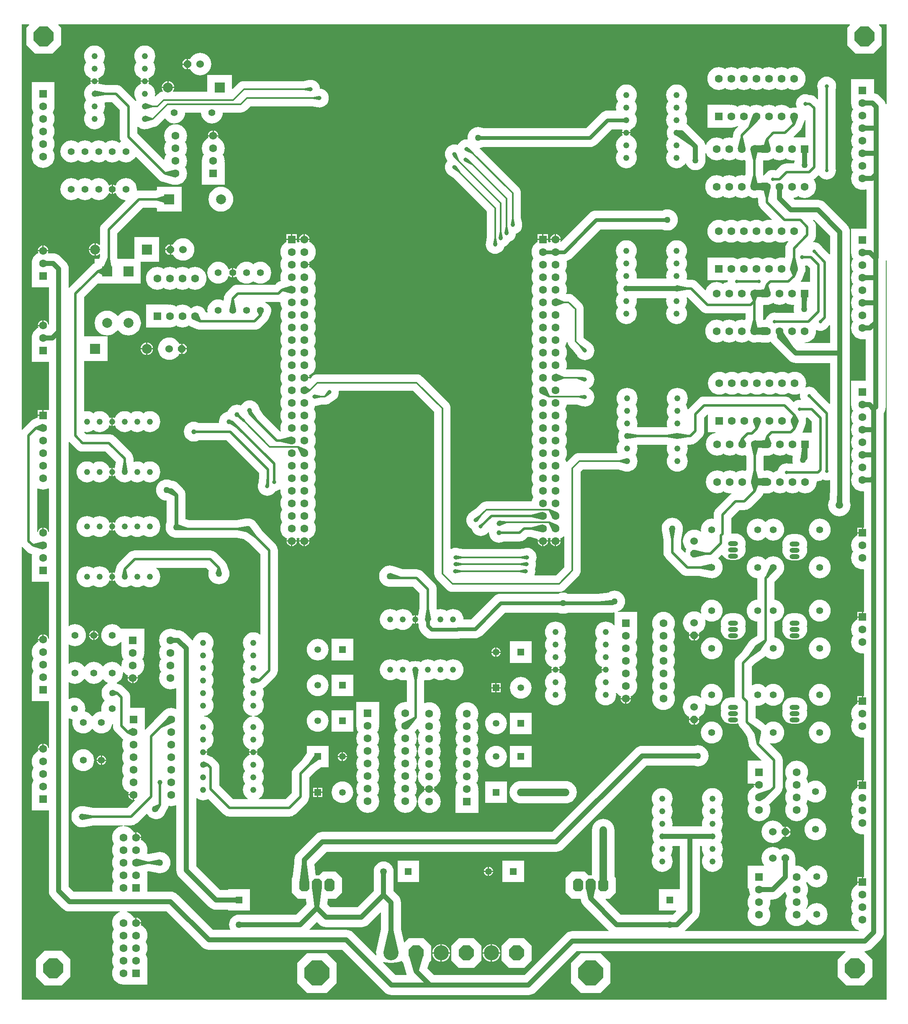
<source format=gbl>
%FSLAX43Y43*%
%MOMM*%
G71*
G01*
G75*
G04 Layer_Physical_Order=2*
G04 Layer_Color=16711680*
%ADD10C,1.500*%
%ADD11C,1.000*%
%ADD12C,0.500*%
%ADD13C,0.800*%
%ADD14C,0.300*%
%ADD15P,3.299X8X202.5*%
%ADD16C,3.048*%
%ADD17R,1.600X1.600*%
%ADD18C,1.600*%
%ADD19R,1.600X1.600*%
%ADD20P,5.412X8X202.5*%
G04:AMPARAMS|DCode=21|XSize=2.032mm|YSize=2.54mm|CornerRadius=0mm|HoleSize=0mm|Usage=FLASHONLY|Rotation=180.000|XOffset=0mm|YOffset=0mm|HoleType=Round|Shape=Octagon|*
%AMOCTAGOND21*
4,1,8,0.508,-1.270,-0.508,-1.270,-1.016,-0.762,-1.016,0.762,-0.508,1.270,0.508,1.270,1.016,0.762,1.016,-0.762,0.508,-1.270,0.0*
%
%ADD21OCTAGOND21*%

%ADD22C,1.524*%
%ADD23P,1.650X8X202.5*%
%ADD24R,2.000X2.000*%
%ADD25C,2.000*%
%ADD26C,1.219*%
%ADD27O,2.000X1.000*%
%ADD28O,2.000X1.000*%
%ADD29R,1.350X1.350*%
%ADD30C,1.350*%
%ADD31R,2.000X2.000*%
%ADD32R,1.350X1.350*%
%ADD33C,1.400*%
%ADD34P,4.330X8X22.5*%
%ADD35P,1.650X8X112.5*%
%ADD36C,1.270*%
%ADD37C,0.800*%
%ADD38C,1.000*%
%ADD39C,0.700*%
%ADD40C,1.500*%
G36*
X333772Y207455D02*
Y58023D01*
X158861D01*
Y89281D01*
X158861Y89281D01*
X158861Y89281D01*
Y89281D01*
Y149524D01*
X158980Y149567D01*
X159031Y149506D01*
X159920Y148617D01*
X159971Y148575D01*
X160016Y148527D01*
X160050Y148503D01*
X160079Y148475D01*
X160135Y148440D01*
X160186Y148398D01*
X160244Y148367D01*
X160299Y148329D01*
X160336Y148312D01*
X160370Y148290D01*
X160432Y148267D01*
X160490Y148235D01*
X160553Y148216D01*
X160614Y148189D01*
X160654Y148181D01*
X160691Y148166D01*
X160933Y148099D01*
X160994Y147987D01*
X160928Y147771D01*
X160884Y147320D01*
X160906Y147092D01*
X160895Y147080D01*
X160895D01*
Y142480D01*
X164360D01*
Y131004D01*
X164234Y130996D01*
X164222Y131085D01*
X164116Y131342D01*
X163947Y131562D01*
X163727Y131731D01*
X163470Y131837D01*
X163322Y131856D01*
Y130810D01*
X163195D01*
Y130683D01*
X162149D01*
X162168Y130535D01*
X162238Y130366D01*
X161911Y130192D01*
X161561Y129904D01*
X161273Y129554D01*
X161060Y129154D01*
X160928Y128721D01*
X160884Y128270D01*
X160928Y127819D01*
X161060Y127386D01*
X161266Y127000D01*
X161060Y126614D01*
X160928Y126181D01*
X160884Y125730D01*
X160928Y125279D01*
X161060Y124846D01*
X161266Y124460D01*
X161060Y124074D01*
X160928Y123641D01*
X160884Y123190D01*
X160906Y122962D01*
X160895Y122950D01*
X160895D01*
Y118350D01*
X164360D01*
Y108906D01*
X164234Y108898D01*
X164222Y108987D01*
X164116Y109244D01*
X163947Y109464D01*
X163727Y109633D01*
X163470Y109739D01*
X163322Y109758D01*
Y108712D01*
X163195D01*
Y108585D01*
X162149D01*
X162168Y108437D01*
X162238Y108268D01*
X161911Y108094D01*
X161561Y107806D01*
X161273Y107456D01*
X161060Y107056D01*
X160928Y106623D01*
X160884Y106172D01*
X160928Y105721D01*
X161060Y105288D01*
X161266Y104902D01*
X161060Y104516D01*
X160928Y104083D01*
X160884Y103632D01*
X160928Y103181D01*
X161060Y102748D01*
X161266Y102362D01*
X161060Y101976D01*
X160928Y101543D01*
X160884Y101092D01*
X160906Y100864D01*
X160895Y100852D01*
X160895D01*
Y96252D01*
X164360D01*
Y80010D01*
X164360Y80010D01*
X164360D01*
X164399Y79618D01*
X164513Y79241D01*
X164699Y78893D01*
X164949Y78589D01*
X167108Y76430D01*
X167108Y76430D01*
X167412Y76180D01*
D01*
D01*
Y76180D01*
X167412Y76180D01*
D01*
D01*
X167412D01*
X167412Y76180D01*
D01*
X167412D01*
Y76180D01*
X167760Y75994D01*
X168137Y75880D01*
X168529Y75841D01*
X168529Y75841D01*
X178705D01*
X178723Y75716D01*
X178567Y75668D01*
X178167Y75455D01*
X177817Y75167D01*
X177529Y74817D01*
X177316Y74417D01*
X177184Y73984D01*
X177140Y73533D01*
X177184Y73082D01*
X177316Y72649D01*
X177522Y72263D01*
X177316Y71877D01*
X177184Y71444D01*
X177140Y70993D01*
X177184Y70542D01*
X177316Y70109D01*
X177522Y69723D01*
X177316Y69337D01*
X177184Y68904D01*
X177140Y68453D01*
X177184Y68002D01*
X177316Y67569D01*
X177522Y67183D01*
X177316Y66797D01*
X177184Y66364D01*
X177140Y65913D01*
X177184Y65462D01*
X177316Y65029D01*
X177522Y64643D01*
X177316Y64257D01*
X177184Y63824D01*
X177140Y63373D01*
X177184Y62922D01*
X177316Y62489D01*
X177529Y62089D01*
X177817Y61739D01*
X178167Y61451D01*
X178567Y61238D01*
X179000Y61106D01*
X179451Y61062D01*
X179679Y61084D01*
X179691Y61073D01*
Y61073D01*
X184291D01*
Y65673D01*
X184291D01*
X184280Y65685D01*
X184302Y65913D01*
X184258Y66364D01*
X184126Y66797D01*
X183920Y67183D01*
X184126Y67569D01*
X184258Y68002D01*
X184302Y68453D01*
X184258Y68904D01*
X184126Y69337D01*
X183920Y69723D01*
X184126Y70109D01*
X184258Y70542D01*
X184302Y70993D01*
X184258Y71444D01*
X184126Y71877D01*
X183913Y72277D01*
X183625Y72627D01*
X183275Y72915D01*
X182948Y73089D01*
X183018Y73258D01*
X183037Y73406D01*
X181991D01*
Y73533D01*
X181864D01*
Y74579D01*
X181716Y74560D01*
X181547Y74490D01*
X181373Y74817D01*
X181085Y75167D01*
X180735Y75455D01*
X180335Y75668D01*
X180179Y75716D01*
X180197Y75841D01*
X188144D01*
X195302Y68683D01*
X195302Y68683D01*
X195606Y68433D01*
X195954Y68247D01*
X196331Y68133D01*
X196331Y68133D01*
X196331Y68133D01*
D01*
X196331Y68133D01*
X196331Y68133D01*
X196723Y68094D01*
X223704D01*
X232259Y59539D01*
X232563Y59289D01*
X232911Y59103D01*
X233288Y58989D01*
X233680Y58950D01*
X233680Y58950D01*
X241427D01*
X241427Y58950D01*
X241427Y58950D01*
X261366D01*
X261758Y58989D01*
X261758D01*
X261758Y58989D01*
X261758Y58989D01*
X262135Y59103D01*
X262483Y59289D01*
X262787Y59539D01*
X271088Y67840D01*
X325441D01*
X325490Y67723D01*
X323906Y66139D01*
Y62639D01*
X325656Y60889D01*
X329156D01*
X330906Y62639D01*
Y66139D01*
X329322Y67723D01*
X329371Y67840D01*
X329438D01*
X329830Y67879D01*
X330207Y67993D01*
X330555Y68179D01*
X330859Y68429D01*
X332637Y70207D01*
X332637Y70207D01*
X332887Y70511D01*
X333073Y70859D01*
X333187Y71236D01*
X333226Y71628D01*
Y163576D01*
X333226Y163576D01*
X333226Y163576D01*
Y173228D01*
Y176632D01*
X333268Y176683D01*
X333454Y177031D01*
X333568Y177408D01*
X333607Y177800D01*
Y194945D01*
Y198882D01*
Y203962D01*
Y207343D01*
X333647Y207474D01*
X333772Y207455D01*
D02*
G37*
G36*
X164360Y161340D02*
Y152594D01*
X164234Y152586D01*
X164222Y152675D01*
X164116Y152932D01*
X163947Y153152D01*
X163727Y153321D01*
X163470Y153427D01*
X163322Y153446D01*
Y152400D01*
X163068D01*
Y153446D01*
X162920Y153427D01*
X162663Y153321D01*
X162443Y153152D01*
X162274Y152932D01*
X162168Y152675D01*
X162159Y152607D01*
X162032Y152616D01*
Y161339D01*
X162141Y161404D01*
X162311Y161314D01*
X162744Y161182D01*
X163195Y161138D01*
X163646Y161182D01*
X164079Y161314D01*
X164251Y161406D01*
X164360Y161340D01*
D02*
G37*
G36*
X236055Y65504D02*
X236713Y63192D01*
X236726Y63159D01*
X236733Y63124D01*
X236730Y63039D01*
X236501Y62970D01*
X234512D01*
X231959Y65523D01*
X232026Y65631D01*
X232096Y65607D01*
X232487Y65557D01*
X232837Y65581D01*
X233174Y65479D01*
X233566Y65440D01*
X233958Y65479D01*
X234294Y65581D01*
X234644Y65557D01*
X235035Y65607D01*
X235408Y65733D01*
X235523Y65799D01*
X235674Y65886D01*
X236055Y65504D01*
D02*
G37*
G36*
X168699Y114798D02*
X169114Y114672D01*
X169183Y114569D01*
X169155Y114477D01*
X169112Y114046D01*
X169155Y113615D01*
X169281Y113200D01*
X169485Y112818D01*
X169760Y112483D01*
X170095Y112208D01*
X170477Y112004D01*
X170892Y111878D01*
X171323Y111835D01*
X171754Y111878D01*
X172169Y112004D01*
X172551Y112208D01*
X172886Y112483D01*
X173101Y112745D01*
X173228D01*
X173443Y112483D01*
X173778Y112208D01*
X174160Y112004D01*
X174575Y111878D01*
X175006Y111835D01*
X175437Y111878D01*
X175852Y112004D01*
X176234Y112208D01*
X176569Y112483D01*
X176844Y112818D01*
X177048Y113200D01*
X177174Y113615D01*
X177185Y113722D01*
X177312Y113715D01*
Y113411D01*
X177345Y113068D01*
X177422Y112815D01*
X177445Y112738D01*
X177608Y112434D01*
X177827Y112168D01*
X179097Y110898D01*
X179160Y110846D01*
X179218Y110787D01*
X179225Y110782D01*
X179231Y110776D01*
X179300Y110731D01*
X179363Y110679D01*
X179395Y110574D01*
X179348Y110485D01*
X179216Y110052D01*
X179172Y109601D01*
X179216Y109150D01*
X179348Y108717D01*
X179554Y108331D01*
X179348Y107945D01*
X179216Y107512D01*
X179172Y107061D01*
X179216Y106610D01*
X179348Y106177D01*
X179554Y105791D01*
X179348Y105405D01*
X179216Y104972D01*
X179172Y104521D01*
X179216Y104070D01*
X179348Y103637D01*
X179554Y103251D01*
X179348Y102865D01*
X179216Y102432D01*
X179172Y101981D01*
X179216Y101530D01*
X179348Y101097D01*
X179561Y100697D01*
X179849Y100347D01*
X180199Y100059D01*
X180526Y99885D01*
X180456Y99716D01*
X180437Y99568D01*
X181483D01*
Y99441D01*
X181610D01*
Y98395D01*
X181733Y98411D01*
X181789Y98297D01*
X180247Y96754D01*
X173363D01*
X171514Y97092D01*
X171488Y97100D01*
X171449Y97104D01*
X171420Y97109D01*
X171262Y97122D01*
X171069Y97141D01*
X170650Y97100D01*
X170248Y96978D01*
X169877Y96780D01*
X169552Y96513D01*
X169285Y96188D01*
X169087Y95817D01*
X168965Y95415D01*
X168924Y94996D01*
X168965Y94577D01*
X169087Y94175D01*
X169285Y93804D01*
X169552Y93479D01*
X169877Y93212D01*
X170248Y93014D01*
X170650Y92892D01*
X171069Y92851D01*
X171262Y92870D01*
X171420Y92883D01*
X171449Y92888D01*
X171488Y92892D01*
X171514Y92900D01*
X173363Y93238D01*
X179390D01*
X179396Y93111D01*
X179000Y93072D01*
X178567Y92940D01*
X178167Y92727D01*
X177817Y92439D01*
X177529Y92089D01*
X177316Y91689D01*
X177184Y91256D01*
X177140Y90805D01*
X177184Y90354D01*
X177316Y89921D01*
X177522Y89535D01*
X177316Y89149D01*
X177184Y88716D01*
X177140Y88265D01*
X177184Y87814D01*
X177316Y87381D01*
X177522Y86995D01*
X177316Y86609D01*
X177184Y86176D01*
X177140Y85725D01*
X177184Y85274D01*
X177316Y84841D01*
X177522Y84455D01*
X177316Y84069D01*
X177184Y83636D01*
X177140Y83185D01*
X177184Y82734D01*
X177316Y82301D01*
X177522Y81915D01*
X177316Y81529D01*
X177184Y81096D01*
X177140Y80645D01*
X177184Y80194D01*
X177254Y79963D01*
X177179Y79861D01*
X169361D01*
X168380Y80842D01*
Y114845D01*
X168489Y114910D01*
X168699Y114798D01*
D02*
G37*
G36*
X333772Y239077D02*
X333647Y239058D01*
X333581Y239275D01*
X333395Y239623D01*
X333145Y239927D01*
X332383Y240689D01*
X332079Y240939D01*
X331731Y241125D01*
X331354Y241239D01*
X331230Y241251D01*
Y244108D01*
X326630D01*
Y239508D01*
X326630D01*
X326641Y239496D01*
X326619Y239268D01*
X326663Y238817D01*
X326795Y238384D01*
X327001Y237998D01*
X326795Y237612D01*
X326663Y237179D01*
X326619Y236728D01*
X326663Y236277D01*
X326795Y235844D01*
X327001Y235458D01*
X326795Y235072D01*
X326663Y234639D01*
X326619Y234188D01*
X326663Y233737D01*
X326795Y233304D01*
X327001Y232918D01*
X326795Y232532D01*
X326663Y232099D01*
X326619Y231648D01*
X326663Y231197D01*
X326795Y230764D01*
X327001Y230378D01*
X326795Y229992D01*
X326663Y229559D01*
X326619Y229108D01*
X326663Y228657D01*
X326795Y228224D01*
X327001Y227838D01*
X326795Y227452D01*
X326663Y227019D01*
X326619Y226568D01*
X326663Y226117D01*
X326795Y225684D01*
X327001Y225298D01*
X326795Y224912D01*
X326663Y224479D01*
X326619Y224028D01*
X326663Y223577D01*
X326795Y223144D01*
X327008Y222744D01*
X327296Y222394D01*
X327646Y222106D01*
X328046Y221893D01*
X328479Y221761D01*
X328930Y221717D01*
X329381Y221761D01*
X329612Y221831D01*
X329714Y221756D01*
Y213882D01*
X326630D01*
Y209282D01*
X326630D01*
X326641Y209270D01*
X326619Y209042D01*
X326663Y208591D01*
X326795Y208158D01*
X327001Y207772D01*
X326795Y207386D01*
X326663Y206953D01*
X326619Y206502D01*
X326663Y206051D01*
X326795Y205618D01*
X327001Y205232D01*
X326795Y204846D01*
X326663Y204413D01*
X326619Y203962D01*
X326663Y203511D01*
X326795Y203078D01*
X327001Y202692D01*
X326795Y202306D01*
X326663Y201873D01*
X326619Y201422D01*
X326663Y200971D01*
X326795Y200538D01*
X327001Y200152D01*
X326795Y199766D01*
X326663Y199333D01*
X326619Y198882D01*
X326663Y198431D01*
X326795Y197998D01*
X327001Y197612D01*
X326795Y197226D01*
X326663Y196793D01*
X326619Y196342D01*
X326663Y195891D01*
X326795Y195458D01*
X327001Y195072D01*
X326795Y194686D01*
X326663Y194253D01*
X326619Y193802D01*
X326663Y193351D01*
X326795Y192918D01*
X327008Y192518D01*
X327296Y192168D01*
X327646Y191880D01*
X328046Y191667D01*
X328479Y191535D01*
X328930Y191491D01*
X329381Y191535D01*
X329485Y191567D01*
X329587Y191491D01*
Y183148D01*
X326630D01*
Y178548D01*
X326630D01*
X326641Y178536D01*
X326619Y178308D01*
X326663Y177857D01*
X326795Y177424D01*
X327001Y177038D01*
X326795Y176652D01*
X326663Y176219D01*
X326619Y175768D01*
X326663Y175317D01*
X326795Y174884D01*
X327001Y174498D01*
X326795Y174112D01*
X326663Y173679D01*
X326619Y173228D01*
X326663Y172777D01*
X326795Y172344D01*
X327001Y171958D01*
X326795Y171572D01*
X326663Y171139D01*
X326619Y170688D01*
X326663Y170237D01*
X326795Y169804D01*
X327001Y169418D01*
X326795Y169032D01*
X326663Y168599D01*
X326619Y168148D01*
X326663Y167697D01*
X326795Y167264D01*
X327001Y166878D01*
X326795Y166492D01*
X326663Y166059D01*
X326619Y165608D01*
X326663Y165157D01*
X326795Y164724D01*
X327001Y164338D01*
X326795Y163952D01*
X326663Y163519D01*
X326619Y163068D01*
X326663Y162617D01*
X326795Y162184D01*
X327008Y161784D01*
X327296Y161434D01*
X327646Y161146D01*
X328046Y160933D01*
X328479Y160801D01*
X328930Y160757D01*
X329112Y160775D01*
X329206Y160690D01*
Y153454D01*
X329057D01*
Y152400D01*
X328930D01*
Y152273D01*
X327876D01*
Y151905D01*
X327646Y151782D01*
X327296Y151494D01*
X327008Y151144D01*
X326795Y150744D01*
X326663Y150311D01*
X326619Y149860D01*
X326663Y149409D01*
X326795Y148976D01*
X327001Y148590D01*
X326795Y148204D01*
X326663Y147771D01*
X326619Y147320D01*
X326663Y146869D01*
X326795Y146436D01*
X327008Y146036D01*
X327296Y145686D01*
X327646Y145398D01*
X328046Y145185D01*
X328479Y145053D01*
X328930Y145009D01*
X329112Y145027D01*
X329206Y144942D01*
Y136436D01*
X329057D01*
Y135382D01*
X328930D01*
Y135255D01*
X327876D01*
Y134887D01*
X327646Y134764D01*
X327296Y134476D01*
X327008Y134126D01*
X326795Y133726D01*
X326663Y133293D01*
X326619Y132842D01*
X326663Y132391D01*
X326795Y131958D01*
X327001Y131572D01*
X326795Y131186D01*
X326663Y130753D01*
X326619Y130302D01*
X326663Y129851D01*
X326795Y129418D01*
X327008Y129018D01*
X327296Y128668D01*
X327646Y128380D01*
X328046Y128167D01*
X328479Y128035D01*
X328930Y127991D01*
X329112Y128009D01*
X329206Y127924D01*
Y119418D01*
X329057D01*
Y118364D01*
X328930D01*
Y118237D01*
X327876D01*
Y117869D01*
X327646Y117746D01*
X327296Y117458D01*
X327008Y117108D01*
X326795Y116708D01*
X326663Y116275D01*
X326619Y115824D01*
X326663Y115373D01*
X326795Y114940D01*
X327001Y114554D01*
X326795Y114168D01*
X326663Y113735D01*
X326619Y113284D01*
X326663Y112833D01*
X326795Y112400D01*
X327008Y112000D01*
X327296Y111650D01*
X327646Y111362D01*
X328046Y111149D01*
X328479Y111017D01*
X328930Y110973D01*
X329112Y110991D01*
X329206Y110906D01*
Y102400D01*
X329057D01*
Y101346D01*
X328930D01*
Y101219D01*
X327876D01*
Y100851D01*
X327646Y100728D01*
X327296Y100440D01*
X327008Y100090D01*
X326795Y99690D01*
X326663Y99257D01*
X326619Y98806D01*
X326663Y98355D01*
X326795Y97922D01*
X327001Y97536D01*
X326795Y97150D01*
X326663Y96717D01*
X326619Y96266D01*
X326663Y95815D01*
X326795Y95382D01*
X327001Y94996D01*
X326795Y94610D01*
X326663Y94177D01*
X326619Y93726D01*
X326663Y93275D01*
X326795Y92842D01*
X327008Y92442D01*
X327296Y92092D01*
X327646Y91804D01*
X328046Y91591D01*
X328479Y91459D01*
X328930Y91415D01*
X329112Y91433D01*
X329206Y91348D01*
Y82842D01*
X329057D01*
Y81788D01*
X328930D01*
Y81661D01*
X327876D01*
Y81293D01*
X327646Y81170D01*
X327296Y80882D01*
X327008Y80532D01*
X326795Y80132D01*
X326663Y79699D01*
X326619Y79248D01*
X326663Y78797D01*
X326795Y78364D01*
X327001Y77978D01*
X326795Y77592D01*
X326663Y77159D01*
X326619Y76708D01*
X326663Y76257D01*
X326795Y75824D01*
X327001Y75438D01*
X326795Y75052D01*
X326663Y74619D01*
X326619Y74168D01*
X326663Y73717D01*
X326795Y73284D01*
X327008Y72884D01*
X327296Y72534D01*
X327646Y72246D01*
X328046Y72033D01*
X328202Y71985D01*
X328184Y71860D01*
X293054D01*
X293005Y71977D01*
X295426Y74398D01*
X295426Y74398D01*
X295676Y74702D01*
X295862Y75050D01*
X295976Y75427D01*
X296015Y75819D01*
X296015Y75819D01*
Y89049D01*
X296427D01*
X296502Y88947D01*
X296498Y88933D01*
X296457Y88519D01*
X296498Y88105D01*
X296619Y87708D01*
X296814Y87341D01*
X296890Y87249D01*
X296814Y87157D01*
X296619Y86790D01*
X296498Y86393D01*
X296457Y85979D01*
X296498Y85565D01*
X296619Y85168D01*
X296814Y84801D01*
X297078Y84480D01*
X297399Y84216D01*
X297766Y84021D01*
X298163Y83900D01*
X298577Y83859D01*
X298991Y83900D01*
X299388Y84021D01*
X299755Y84216D01*
X300076Y84480D01*
X300340Y84801D01*
X300535Y85168D01*
X300656Y85565D01*
X300697Y85979D01*
X300656Y86393D01*
X300535Y86790D01*
X300340Y87157D01*
X300264Y87249D01*
X300340Y87341D01*
X300535Y87708D01*
X300656Y88105D01*
X300697Y88519D01*
X300656Y88933D01*
X300535Y89330D01*
X300340Y89697D01*
X300193Y89875D01*
X300248Y89942D01*
X300434Y90290D01*
X300548Y90667D01*
X300587Y91059D01*
X300548Y91451D01*
X300434Y91828D01*
X300248Y92176D01*
X300193Y92243D01*
X300340Y92421D01*
X300535Y92788D01*
X300656Y93185D01*
X300697Y93599D01*
X300656Y94013D01*
X300535Y94410D01*
X300340Y94777D01*
X300264Y94869D01*
X300340Y94961D01*
X300535Y95328D01*
X300656Y95725D01*
X300697Y96139D01*
X300656Y96553D01*
X300535Y96950D01*
X300340Y97317D01*
X300264Y97409D01*
X300340Y97501D01*
X300535Y97868D01*
X300656Y98265D01*
X300697Y98679D01*
X300656Y99093D01*
X300535Y99490D01*
X300340Y99857D01*
X300076Y100178D01*
X299755Y100442D01*
X299388Y100637D01*
X298991Y100758D01*
X298577Y100799D01*
X298163Y100758D01*
X297766Y100637D01*
X297399Y100442D01*
X297078Y100178D01*
X296814Y99857D01*
X296619Y99490D01*
X296498Y99093D01*
X296457Y98679D01*
X296498Y98265D01*
X296619Y97868D01*
X296814Y97501D01*
X296890Y97409D01*
X296814Y97317D01*
X296619Y96950D01*
X296498Y96553D01*
X296457Y96139D01*
X296498Y95725D01*
X296619Y95328D01*
X296814Y94961D01*
X296890Y94869D01*
X296814Y94777D01*
X296619Y94410D01*
X296498Y94013D01*
X296457Y93599D01*
X296498Y93185D01*
X296502Y93171D01*
X296427Y93069D01*
X290567D01*
X290492Y93171D01*
X290496Y93185D01*
X290537Y93599D01*
X290496Y94013D01*
X290375Y94410D01*
X290180Y94777D01*
X290104Y94869D01*
X290180Y94961D01*
X290375Y95328D01*
X290496Y95725D01*
X290537Y96139D01*
X290496Y96553D01*
X290375Y96950D01*
X290180Y97317D01*
X290104Y97409D01*
X290180Y97501D01*
X290375Y97868D01*
X290496Y98265D01*
X290537Y98679D01*
X290496Y99093D01*
X290375Y99490D01*
X290180Y99857D01*
X289916Y100178D01*
X289595Y100442D01*
X289228Y100637D01*
X288831Y100758D01*
X288417Y100799D01*
X288003Y100758D01*
X287606Y100637D01*
X287239Y100442D01*
X286918Y100178D01*
X286654Y99857D01*
X286459Y99490D01*
X286338Y99093D01*
X286297Y98679D01*
X286338Y98265D01*
X286459Y97868D01*
X286654Y97501D01*
X286730Y97409D01*
X286654Y97317D01*
X286459Y96950D01*
X286338Y96553D01*
X286297Y96139D01*
X286338Y95725D01*
X286459Y95328D01*
X286654Y94961D01*
X286730Y94869D01*
X286654Y94777D01*
X286459Y94410D01*
X286338Y94013D01*
X286297Y93599D01*
X286338Y93185D01*
X286459Y92788D01*
X286654Y92421D01*
X286801Y92243D01*
X286746Y92176D01*
X286560Y91828D01*
X286446Y91451D01*
X286407Y91059D01*
X286446Y90667D01*
X286560Y90290D01*
X286746Y89942D01*
X286801Y89875D01*
X286654Y89697D01*
X286459Y89330D01*
X286338Y88933D01*
X286297Y88519D01*
X286338Y88105D01*
X286459Y87708D01*
X286654Y87341D01*
X286730Y87249D01*
X286654Y87157D01*
X286459Y86790D01*
X286338Y86393D01*
X286297Y85979D01*
X286338Y85565D01*
X286459Y85168D01*
X286654Y84801D01*
X286918Y84480D01*
X287239Y84216D01*
X287606Y84021D01*
X288003Y83900D01*
X288417Y83859D01*
X288831Y83900D01*
X289228Y84021D01*
X289595Y84216D01*
X289916Y84480D01*
X290180Y84801D01*
X290375Y85168D01*
X290496Y85565D01*
X290537Y85979D01*
X290496Y86393D01*
X290375Y86790D01*
X290180Y87157D01*
X290104Y87249D01*
X290180Y87341D01*
X290375Y87708D01*
X290496Y88105D01*
X290537Y88519D01*
X290496Y88933D01*
X290492Y88947D01*
X290567Y89049D01*
X291995D01*
Y80367D01*
X287766D01*
Y76017D01*
X291195D01*
X291244Y75900D01*
X290546Y75202D01*
X280065D01*
X276989Y78278D01*
X277037Y78396D01*
X277750D01*
X279008Y79654D01*
Y82678D01*
X278753Y82933D01*
Y86936D01*
Y92316D01*
X278709Y92757D01*
X278580Y93182D01*
X278372Y93572D01*
X278090Y93915D01*
X277748Y94196D01*
X277357Y94405D01*
X276933Y94534D01*
X276492Y94577D01*
X276051Y94534D01*
X275626Y94405D01*
X275236Y94196D01*
X274893Y93915D01*
X274612Y93572D01*
X274403Y93182D01*
X274274Y92757D01*
X274231Y92316D01*
Y87181D01*
Y86936D01*
Y83242D01*
X274137Y83157D01*
X273952Y83175D01*
X273560Y83137D01*
X273490Y83116D01*
X272670Y83936D01*
X270154D01*
X268896Y82678D01*
Y79654D01*
X270154Y78396D01*
X271913D01*
X271987Y78050D01*
X272038Y77893D01*
X272083Y77733D01*
X272090Y77719D01*
X272095Y77704D01*
X272102Y77690D01*
X272107Y77675D01*
X272188Y77530D01*
X272263Y77383D01*
X272273Y77371D01*
X272281Y77357D01*
X272291Y77345D01*
X272298Y77331D01*
X272405Y77204D01*
X272509Y77075D01*
X272521Y77064D01*
X272531Y77052D01*
X277606Y71977D01*
X277557Y71860D01*
X270256D01*
X269864Y71821D01*
X269487Y71707D01*
X269139Y71521D01*
X268835Y71271D01*
X268835Y71271D01*
X260534Y62970D01*
X242259D01*
X240902Y64327D01*
X241229Y65479D01*
X241236Y65504D01*
X241670Y65938D01*
Y68962D01*
X240158Y70474D01*
X237134D01*
X236284Y69624D01*
X236162Y69659D01*
X235575Y72203D01*
Y77664D01*
X235537Y78056D01*
X235422Y78433D01*
X235237Y78781D01*
X234987Y79085D01*
X234987Y79085D01*
X234079Y79993D01*
Y83947D01*
X234040Y84339D01*
X233926Y84716D01*
X233740Y85064D01*
X233490Y85368D01*
X233186Y85618D01*
X232838Y85804D01*
X232461Y85918D01*
X232069Y85957D01*
X231677Y85918D01*
X231300Y85804D01*
X230952Y85618D01*
X230648Y85368D01*
X230398Y85064D01*
X230212Y84716D01*
X230098Y84339D01*
X230059Y83947D01*
Y79993D01*
X226752Y76686D01*
X221304D01*
X220662Y77328D01*
X220800Y78396D01*
X222378D01*
X223636Y79654D01*
Y82678D01*
X222378Y83936D01*
X219862D01*
X219042Y83116D01*
X218972Y83137D01*
X218580Y83175D01*
X218361Y83154D01*
X218067Y85431D01*
X220542Y87906D01*
X266954D01*
X267346Y87945D01*
X267723Y88059D01*
X268071Y88245D01*
X268375Y88495D01*
X285185Y105305D01*
X294926D01*
X295237Y105211D01*
X295656Y105170D01*
X296075Y105211D01*
X296477Y105333D01*
X296848Y105531D01*
X297173Y105798D01*
X297440Y106123D01*
X297638Y106494D01*
X297760Y106896D01*
X297801Y107315D01*
X297760Y107734D01*
X297638Y108136D01*
X297440Y108507D01*
X297173Y108832D01*
X296848Y109099D01*
X296477Y109297D01*
X296075Y109419D01*
X295656Y109460D01*
X295237Y109419D01*
X294926Y109325D01*
X284353D01*
X284353Y109325D01*
X283961Y109286D01*
X283584Y109172D01*
X283236Y108986D01*
X282932Y108736D01*
X266122Y91926D01*
X219710D01*
X219710Y91926D01*
X219318Y91887D01*
X218941Y91773D01*
X218593Y91587D01*
X218289Y91337D01*
X218289Y91337D01*
X214619Y87667D01*
X214369Y87362D01*
X214183Y87015D01*
X214069Y86638D01*
X214030Y86246D01*
Y85565D01*
X213676Y82830D01*
X213524Y82678D01*
Y81448D01*
X213520Y81317D01*
X213524Y81293D01*
Y79654D01*
X214782Y78396D01*
X216359D01*
X216497Y77328D01*
X214371Y75202D01*
X202819D01*
X202427Y75163D01*
X202050Y75049D01*
X201702Y74863D01*
X201398Y74613D01*
X201148Y74309D01*
X200962Y73961D01*
X200848Y73584D01*
X200809Y73192D01*
X200848Y72800D01*
X200962Y72423D01*
X201069Y72223D01*
X201004Y72114D01*
X197555D01*
X190397Y79272D01*
X190093Y79522D01*
X189745Y79708D01*
X189368Y79822D01*
X188976Y79861D01*
X184291D01*
Y82945D01*
X184291D01*
X184280Y82957D01*
X184302Y83185D01*
X184258Y83636D01*
X184208Y83800D01*
X184271Y83910D01*
X184503Y83967D01*
X184523D01*
X184888Y83900D01*
X184914Y83895D01*
X186334Y83636D01*
X186372Y83629D01*
X186398Y83621D01*
X186437Y83617D01*
X186466Y83612D01*
X186624Y83599D01*
X186817Y83580D01*
X187236Y83621D01*
X187638Y83743D01*
X188009Y83941D01*
X188334Y84208D01*
X188601Y84533D01*
X188799Y84904D01*
X188921Y85306D01*
X188962Y85725D01*
X188921Y86144D01*
X188799Y86546D01*
X188601Y86917D01*
X188334Y87242D01*
X188009Y87509D01*
X187638Y87707D01*
X187236Y87829D01*
X186817Y87870D01*
X186624Y87851D01*
X186466Y87838D01*
X186437Y87833D01*
X186398Y87829D01*
X186372Y87821D01*
X184523Y87483D01*
X184503D01*
X184271Y87540D01*
X184208Y87650D01*
X184258Y87814D01*
X184302Y88265D01*
X184258Y88716D01*
X184126Y89149D01*
X183913Y89549D01*
X183625Y89899D01*
X183275Y90187D01*
X182948Y90361D01*
X183018Y90530D01*
X183037Y90678D01*
X181991D01*
Y90805D01*
X181864D01*
Y91851D01*
X181716Y91832D01*
X181547Y91762D01*
X181373Y92089D01*
X181085Y92439D01*
X180735Y92727D01*
X180335Y92940D01*
X179902Y93072D01*
X179506Y93111D01*
X179512Y93238D01*
X180975D01*
X181318Y93271D01*
X181571Y93348D01*
X181648Y93371D01*
X181952Y93534D01*
X182218Y93753D01*
X184104Y95638D01*
X184230Y95620D01*
X184339Y95416D01*
X184558Y95150D01*
X184824Y94931D01*
X185128Y94768D01*
X185421Y94679D01*
X185554Y94618D01*
X185889Y94536D01*
X186234Y94521D01*
X186574Y94573D01*
X186898Y94691D01*
X187193Y94870D01*
X187447Y95103D01*
X187651Y95381D01*
X188305Y96489D01*
X188340Y96562D01*
X188381Y96632D01*
X188396Y96673D01*
X188416Y96711D01*
X188428Y96747D01*
X188444Y96782D01*
X188447Y96792D01*
X188451Y96801D01*
X188470Y96880D01*
X188498Y96957D01*
X188504Y96999D01*
X188517Y97041D01*
X188520Y97079D01*
X188530Y97116D01*
X188530Y97116D01*
D01*
X188640Y97178D01*
X188652Y97174D01*
X189103Y97130D01*
X189554Y97174D01*
X189987Y97306D01*
X190032Y97330D01*
X190141Y97265D01*
Y84201D01*
X190141Y84201D01*
X190141D01*
X190180Y83809D01*
X190294Y83432D01*
X190480Y83084D01*
X190730Y82780D01*
X196739Y76771D01*
X196739Y76771D01*
X197043Y76521D01*
D01*
D01*
Y76521D01*
X197043Y76521D01*
D01*
D01*
X197043D01*
X197043Y76521D01*
D01*
X197043D01*
Y76521D01*
X197391Y76335D01*
X197768Y76221D01*
X198160Y76182D01*
X198160Y76182D01*
X200644D01*
Y76017D01*
X204994D01*
Y80367D01*
X200644D01*
Y80202D01*
X198992D01*
X194161Y85033D01*
Y98744D01*
X194275Y98799D01*
X194402Y98694D01*
X194769Y98499D01*
X195166Y98378D01*
X195580Y98337D01*
X195994Y98378D01*
X196391Y98499D01*
X196594Y98607D01*
X199671Y95531D01*
Y95531D01*
X199671Y95531D01*
X199671Y95531D01*
Y95531D01*
X199937Y95312D01*
X200241Y95149D01*
X200318Y95126D01*
X200571Y95049D01*
X200914Y95016D01*
X212979D01*
X213322Y95049D01*
X213575Y95126D01*
X213652Y95149D01*
X213956Y95312D01*
X214222Y95531D01*
X214222Y95531D01*
X214222Y95531D01*
X216508Y97817D01*
X216727Y98083D01*
X216890Y98387D01*
X216913Y98464D01*
X216990Y98717D01*
X217023Y99060D01*
Y102959D01*
X218134Y104069D01*
X218201Y104116D01*
X219433Y104981D01*
X220909D01*
Y109331D01*
X216559D01*
Y107855D01*
X215647Y106556D01*
X214022Y104931D01*
X213803Y104664D01*
X213640Y104360D01*
X213617Y104283D01*
X213540Y104030D01*
X213507Y103687D01*
Y99788D01*
X212251Y98532D01*
X206876D01*
X206845Y98656D01*
X206918Y98694D01*
X207239Y98958D01*
X207503Y99279D01*
X207698Y99646D01*
X207819Y100043D01*
X207860Y100457D01*
X207819Y100871D01*
X207698Y101268D01*
X207503Y101635D01*
X207427Y101727D01*
X207503Y101819D01*
X207698Y102186D01*
X207819Y102583D01*
X207860Y102997D01*
X207819Y103411D01*
X207698Y103808D01*
X207503Y104175D01*
X207427Y104267D01*
X207503Y104359D01*
X207698Y104726D01*
X207819Y105123D01*
X207860Y105537D01*
X207819Y105951D01*
X207698Y106348D01*
X207503Y106715D01*
X207239Y107036D01*
X206918Y107300D01*
X206551Y107495D01*
X206521Y107505D01*
X206482Y107626D01*
X206494Y107641D01*
X206581Y107852D01*
X206594Y107950D01*
X204886D01*
X204899Y107852D01*
X204986Y107641D01*
X204998Y107626D01*
X204959Y107505D01*
X204929Y107495D01*
X204562Y107300D01*
X204241Y107036D01*
X203977Y106715D01*
X203782Y106348D01*
X203661Y105951D01*
X203620Y105537D01*
X203661Y105123D01*
X203782Y104726D01*
X203977Y104359D01*
X204053Y104267D01*
X203977Y104175D01*
X203782Y103808D01*
X203661Y103411D01*
X203620Y102997D01*
X203661Y102583D01*
X203782Y102186D01*
X203977Y101819D01*
X204053Y101727D01*
X203977Y101635D01*
X203782Y101268D01*
X203661Y100871D01*
X203620Y100457D01*
X203661Y100043D01*
X203782Y99646D01*
X203977Y99279D01*
X204241Y98958D01*
X204562Y98694D01*
X204635Y98656D01*
X204604Y98532D01*
X201642D01*
X198862Y101312D01*
Y104902D01*
X198829Y105245D01*
X198729Y105575D01*
X198566Y105879D01*
X198347Y106145D01*
X197712Y106780D01*
X197702Y106789D01*
X197694Y106798D01*
X197579Y106890D01*
X197467Y106985D01*
X197456Y106991D01*
X197446Y106999D01*
X197435Y107005D01*
X197424Y107013D01*
X197294Y107081D01*
X197166Y107152D01*
X196486Y107445D01*
X196391Y107495D01*
X196361Y107505D01*
X196322Y107626D01*
X196334Y107641D01*
X196421Y107852D01*
X196434Y107950D01*
X195580D01*
Y108204D01*
X196434D01*
X196421Y108302D01*
X196334Y108513D01*
X196322Y108528D01*
X196361Y108649D01*
X196391Y108659D01*
X196758Y108854D01*
X197079Y109118D01*
X197343Y109439D01*
X197538Y109806D01*
X197659Y110203D01*
X197700Y110617D01*
X197659Y111031D01*
X197538Y111428D01*
X197343Y111795D01*
X197267Y111887D01*
X197343Y111979D01*
X197538Y112346D01*
X197659Y112743D01*
X197700Y113157D01*
X197659Y113571D01*
X197538Y113968D01*
X197343Y114335D01*
X197079Y114656D01*
X196758Y114920D01*
X196391Y115115D01*
X195994Y115236D01*
X195827Y115253D01*
Y115380D01*
X195994Y115396D01*
X196391Y115517D01*
X196758Y115712D01*
X197079Y115976D01*
X197343Y116297D01*
X197538Y116664D01*
X197659Y117061D01*
X197700Y117475D01*
X197659Y117889D01*
X197538Y118286D01*
X197343Y118653D01*
X197267Y118745D01*
X197343Y118837D01*
X197538Y119204D01*
X197659Y119601D01*
X197700Y120015D01*
X197659Y120429D01*
X197538Y120826D01*
X197343Y121193D01*
X197267Y121285D01*
X197343Y121377D01*
X197538Y121744D01*
X197659Y122141D01*
X197700Y122555D01*
X197659Y122969D01*
X197538Y123366D01*
X197343Y123733D01*
X197267Y123825D01*
X197343Y123917D01*
X197538Y124284D01*
X197659Y124681D01*
X197700Y125095D01*
X197659Y125509D01*
X197538Y125906D01*
X197343Y126273D01*
X197267Y126365D01*
X197343Y126457D01*
X197538Y126824D01*
X197659Y127221D01*
X197700Y127635D01*
X197659Y128049D01*
X197538Y128446D01*
X197343Y128813D01*
X197267Y128905D01*
X197343Y128997D01*
X197538Y129364D01*
X197659Y129761D01*
X197700Y130175D01*
X197659Y130589D01*
X197538Y130986D01*
X197343Y131353D01*
X197079Y131674D01*
X196758Y131938D01*
X196391Y132133D01*
X195994Y132254D01*
X195580Y132295D01*
X195166Y132254D01*
X194769Y132133D01*
X194402Y131938D01*
X194081Y131674D01*
X193817Y131353D01*
X193622Y130986D01*
X193522Y130657D01*
X193399Y130627D01*
X191921Y132104D01*
X191617Y132354D01*
X191269Y132540D01*
X190892Y132654D01*
X190500Y132693D01*
X190095D01*
X189860Y132818D01*
X189427Y132950D01*
X188976Y132994D01*
X188525Y132950D01*
X188092Y132818D01*
X187692Y132605D01*
X187342Y132317D01*
X187054Y131967D01*
X186841Y131567D01*
X186709Y131134D01*
X186665Y130683D01*
X186709Y130232D01*
X186841Y129799D01*
X187047Y129413D01*
X186841Y129027D01*
X186709Y128594D01*
X186665Y128143D01*
X186709Y127692D01*
X186841Y127259D01*
X187047Y126873D01*
X186841Y126487D01*
X186709Y126054D01*
X186665Y125603D01*
X186709Y125152D01*
X186841Y124719D01*
X187047Y124333D01*
X186841Y123947D01*
X186709Y123514D01*
X186665Y123063D01*
X186709Y122612D01*
X186841Y122179D01*
X187054Y121779D01*
X187342Y121429D01*
X187692Y121141D01*
X188092Y120928D01*
X188525Y120796D01*
X188976Y120752D01*
X189427Y120796D01*
X189860Y120928D01*
X190032Y121020D01*
X190141Y120954D01*
Y116857D01*
X190032Y116792D01*
X189987Y116816D01*
X189554Y116948D01*
X189103Y116992D01*
X188652Y116948D01*
X188219Y116816D01*
X188036Y116718D01*
X187986Y116698D01*
X187930Y116662D01*
X187819Y116603D01*
X187741Y116538D01*
X187735Y116534D01*
X187713Y116522D01*
X187706Y116516D01*
X187697Y116510D01*
X187676Y116490D01*
X187612Y116433D01*
X187469Y116315D01*
X187426Y116264D01*
X185675Y114382D01*
X183900Y112607D01*
X183783Y112656D01*
Y116981D01*
X180828D01*
Y119126D01*
X180795Y119469D01*
X180718Y119722D01*
X180695Y119799D01*
X180532Y120103D01*
X180313Y120369D01*
X179424Y121258D01*
X179417Y121265D01*
X179410Y121273D01*
X179291Y121368D01*
X179175Y121466D01*
X179169Y121469D01*
X179166Y121471D01*
X179158Y121477D01*
X179149Y121482D01*
X179141Y121488D01*
X179006Y121558D01*
X178873Y121632D01*
X178863Y121635D01*
X178863Y121635D01*
X178854Y121640D01*
X178844Y121643D01*
X178835Y121647D01*
X178144Y121924D01*
X178101Y122043D01*
X178132Y122101D01*
X178393Y122241D01*
X178728Y122516D01*
X179003Y122851D01*
X179207Y123233D01*
X179333Y123648D01*
X179376Y124079D01*
X179362Y124215D01*
X179480Y124264D01*
X179722Y123969D01*
X180072Y123681D01*
X180399Y123507D01*
X180329Y123338D01*
X180310Y123190D01*
X182402D01*
X182383Y123338D01*
X182313Y123507D01*
X182640Y123681D01*
X182990Y123969D01*
X183278Y124319D01*
X183491Y124719D01*
X183623Y125152D01*
X183667Y125603D01*
X183623Y126054D01*
X183491Y126487D01*
X183285Y126873D01*
X183491Y127259D01*
X183623Y127692D01*
X183667Y128143D01*
X183645Y128371D01*
X183656Y128383D01*
X183656D01*
Y132983D01*
X179056D01*
Y132983D01*
X178957Y132983D01*
X178728Y133262D01*
X178393Y133537D01*
X178011Y133741D01*
X177596Y133867D01*
X177165Y133910D01*
X176734Y133867D01*
X176319Y133741D01*
X175937Y133537D01*
X175602Y133262D01*
X175327Y132927D01*
X175123Y132545D01*
X174997Y132130D01*
X174954Y131699D01*
X174997Y131268D01*
X175123Y130853D01*
X175327Y130471D01*
X175602Y130136D01*
X175937Y129861D01*
X176319Y129657D01*
X176734Y129531D01*
X177165Y129488D01*
X177596Y129531D01*
X178011Y129657D01*
X178393Y129861D01*
X178728Y130136D01*
X178936Y130390D01*
X179056Y130347D01*
Y128383D01*
X179056D01*
X179067Y128371D01*
X179045Y128143D01*
X179089Y127692D01*
X179221Y127259D01*
X179427Y126873D01*
X179221Y126487D01*
X179089Y126054D01*
X179045Y125603D01*
X179062Y125427D01*
X178945Y125378D01*
X178728Y125642D01*
X178393Y125917D01*
X178011Y126121D01*
X177596Y126247D01*
X177165Y126290D01*
X176734Y126247D01*
X176319Y126121D01*
X175937Y125917D01*
X175602Y125642D01*
X175387Y125380D01*
X175260D01*
X175045Y125642D01*
X174710Y125917D01*
X174328Y126121D01*
X173913Y126247D01*
X173482Y126290D01*
X173051Y126247D01*
X172636Y126121D01*
X172254Y125917D01*
X171919Y125642D01*
X171644Y125307D01*
X171641Y125301D01*
X171514D01*
X171510Y125307D01*
X171235Y125642D01*
X170900Y125917D01*
X170518Y126121D01*
X170103Y126247D01*
X169672Y126290D01*
X169241Y126247D01*
X168826Y126121D01*
X168489Y125941D01*
X168380Y126006D01*
Y129772D01*
X168489Y129837D01*
X168826Y129657D01*
X169241Y129531D01*
X169672Y129488D01*
X170103Y129531D01*
X170518Y129657D01*
X170900Y129861D01*
X171235Y130136D01*
X171510Y130471D01*
X171714Y130853D01*
X171840Y131268D01*
X171883Y131699D01*
X171840Y132130D01*
X171714Y132545D01*
X171510Y132927D01*
X171235Y133262D01*
X170900Y133537D01*
X170518Y133741D01*
X170103Y133867D01*
X169672Y133910D01*
X169241Y133867D01*
X168826Y133741D01*
X168489Y133561D01*
X168380Y133626D01*
Y170725D01*
X168497Y170773D01*
X169953Y169318D01*
X169953Y169318D01*
X169953Y169318D01*
Y169318D01*
X169953Y169318D01*
Y169318D01*
X170219Y169099D01*
X170382Y169012D01*
X170523Y168936D01*
X170853Y168836D01*
X171196Y168803D01*
X175802D01*
X177899Y166705D01*
X177699Y165540D01*
X177587Y165479D01*
X177390Y165560D01*
X177292Y165573D01*
Y164719D01*
Y163865D01*
X177390Y163878D01*
X177601Y163965D01*
X177616Y163977D01*
X177737Y163938D01*
X177747Y163908D01*
X177942Y163541D01*
X178206Y163220D01*
X178527Y162956D01*
X178894Y162761D01*
X179291Y162640D01*
X179705Y162599D01*
X180119Y162640D01*
X180516Y162761D01*
X180883Y162956D01*
X180975Y163032D01*
X181067Y162956D01*
X181434Y162761D01*
X181831Y162640D01*
X182245Y162599D01*
X182659Y162640D01*
X183056Y162761D01*
X183423Y162956D01*
X183515Y163032D01*
X183607Y162956D01*
X183974Y162761D01*
X184371Y162640D01*
X184785Y162599D01*
X185199Y162640D01*
X185596Y162761D01*
X185963Y162956D01*
X186284Y163220D01*
X186548Y163541D01*
X186743Y163908D01*
X186864Y164305D01*
X186905Y164719D01*
X186864Y165133D01*
X186743Y165530D01*
X186548Y165897D01*
X186284Y166218D01*
X185963Y166482D01*
X185596Y166677D01*
X185199Y166798D01*
X184785Y166839D01*
X184371Y166798D01*
X183974Y166677D01*
X183607Y166482D01*
X183515Y166406D01*
X183423Y166482D01*
X183056Y166677D01*
X182659Y166798D01*
X182245Y166839D01*
X181831Y166798D01*
X181603Y166729D01*
X181495Y166796D01*
X181463Y166979D01*
Y167386D01*
X181430Y167729D01*
X181353Y167982D01*
X181330Y168059D01*
X181167Y168363D01*
X180948Y168629D01*
X177773Y171804D01*
X177507Y172023D01*
X177203Y172186D01*
X177126Y172209D01*
X176873Y172286D01*
X176530Y172319D01*
X171924D01*
X171530Y172714D01*
X171595Y172823D01*
X171671Y172800D01*
X172085Y172759D01*
X172499Y172800D01*
X172896Y172921D01*
X173263Y173116D01*
X173355Y173192D01*
X173447Y173116D01*
X173814Y172921D01*
X174211Y172800D01*
X174625Y172759D01*
X175039Y172800D01*
X175436Y172921D01*
X175803Y173116D01*
X176124Y173380D01*
X176388Y173701D01*
X176583Y174068D01*
X176593Y174098D01*
X176714Y174137D01*
X176729Y174125D01*
X176940Y174038D01*
X177038Y174025D01*
Y174879D01*
Y175733D01*
X176940Y175720D01*
X176729Y175633D01*
X176714Y175621D01*
X176593Y175660D01*
X176583Y175690D01*
X176388Y176057D01*
X176124Y176378D01*
X175803Y176642D01*
X175436Y176837D01*
X175039Y176958D01*
X174625Y176999D01*
X174211Y176958D01*
X173814Y176837D01*
X173447Y176642D01*
X173355Y176566D01*
X173263Y176642D01*
X172896Y176837D01*
X172499Y176958D01*
X172085Y176999D01*
X171671Y176958D01*
X171586Y176932D01*
X171484Y177008D01*
Y187111D01*
X176213D01*
Y192111D01*
X171484D01*
Y199985D01*
X174254Y202755D01*
X182967D01*
Y207177D01*
X186673D01*
Y212177D01*
X181673D01*
Y207755D01*
X178256D01*
X178251Y207786D01*
X178221Y207959D01*
Y212946D01*
X183354Y218079D01*
X185932D01*
X186199Y217996D01*
Y217337D01*
X191199D01*
Y222337D01*
X186199D01*
Y221678D01*
X185932Y221595D01*
X182626D01*
X182283Y221562D01*
X182244Y221550D01*
X182146Y221631D01*
X182170Y221869D01*
X182127Y222300D01*
X182001Y222715D01*
X181797Y223097D01*
X181522Y223432D01*
X181187Y223707D01*
X180805Y223911D01*
X180390Y224037D01*
X179959Y224080D01*
X179528Y224037D01*
X179113Y223911D01*
X178731Y223707D01*
X178396Y223432D01*
X178121Y223097D01*
X177917Y222715D01*
X177901Y222663D01*
X177780Y222624D01*
X177678Y222702D01*
X177446Y222798D01*
X177324Y222815D01*
Y221869D01*
Y220923D01*
X177446Y220940D01*
X177678Y221036D01*
X177780Y221114D01*
X177901Y221075D01*
X177917Y221023D01*
X178121Y220641D01*
X178396Y220306D01*
X178731Y220031D01*
X179113Y219827D01*
X179528Y219701D01*
X179813Y219673D01*
X179855Y219553D01*
X175220Y214917D01*
X175001Y214651D01*
X174838Y214347D01*
X174815Y214270D01*
X174738Y214017D01*
X174705Y213674D01*
X174705Y213674D01*
X174705D01*
X174705Y213674D01*
X174705D01*
Y210640D01*
X174591Y210584D01*
X174345Y210772D01*
X174040Y210899D01*
X173840Y210925D01*
Y209677D01*
Y208429D01*
X174040Y208455D01*
X174345Y208582D01*
X174591Y208770D01*
X174705Y208714D01*
Y208179D01*
X174524Y207770D01*
X174518Y207755D01*
X173649D01*
Y206903D01*
X173580Y206874D01*
X173538Y206851D01*
X173492Y206834D01*
X173440Y206801D01*
X173385Y206776D01*
X173345Y206748D01*
X173303Y206725D01*
X173297Y206721D01*
X173290Y206717D01*
X173284Y206712D01*
X173278Y206709D01*
X173241Y206678D01*
X173199Y206652D01*
X173155Y206611D01*
X173105Y206575D01*
X173072Y206539D01*
X173034Y206509D01*
X173029Y206503D01*
X173024Y206498D01*
X168497Y201972D01*
X168380Y202020D01*
Y205740D01*
X168341Y206132D01*
X168227Y206509D01*
X168041Y206857D01*
X167791Y207161D01*
X166648Y208304D01*
X166344Y208554D01*
X165996Y208740D01*
X165619Y208854D01*
X165227Y208893D01*
X164314D01*
X164152Y208979D01*
X164222Y209148D01*
X164241Y209296D01*
X162149D01*
X162168Y209148D01*
X162238Y208979D01*
X161911Y208805D01*
X161561Y208517D01*
X161273Y208167D01*
X161060Y207767D01*
X160928Y207334D01*
X160884Y206883D01*
X160906Y206655D01*
X160895Y206643D01*
X160895D01*
Y202043D01*
X164360D01*
Y194504D01*
X164234Y194496D01*
X164222Y194585D01*
X164116Y194842D01*
X163947Y195062D01*
X163727Y195231D01*
X163470Y195337D01*
X163322Y195356D01*
Y194310D01*
X163195D01*
Y194183D01*
X162149D01*
X162168Y194035D01*
X162238Y193866D01*
X161911Y193692D01*
X161561Y193404D01*
X161273Y193054D01*
X161060Y192654D01*
X160928Y192221D01*
X160884Y191770D01*
X160906Y191542D01*
X160895Y191530D01*
X160895D01*
Y186930D01*
X164360D01*
Y177203D01*
X164249D01*
Y177203D01*
X163322D01*
Y176149D01*
X163195D01*
Y176022D01*
X162141D01*
Y175659D01*
X161119Y175231D01*
X160973Y175153D01*
X160826Y175075D01*
X160824Y175073D01*
X160821Y175071D01*
X160819Y175069D01*
X160816Y175068D01*
X160688Y174962D01*
X160559Y174857D01*
X160557Y174854D01*
X160555Y174852D01*
X159031Y173328D01*
X158980Y173267D01*
X158861Y173310D01*
Y255159D01*
X160335D01*
X160384Y255042D01*
X159822Y254480D01*
Y250980D01*
X161572Y249230D01*
X165072D01*
X166822Y250980D01*
Y254480D01*
X166260Y255042D01*
X166309Y255159D01*
X326324D01*
X326373Y255042D01*
X325811Y254480D01*
Y250980D01*
X327561Y249230D01*
X331061D01*
X332811Y250980D01*
Y254480D01*
X332249Y255042D01*
X332298Y255159D01*
X333772D01*
Y239077D01*
D02*
G37*
G36*
X231556Y75640D02*
Y72203D01*
X230590Y68018D01*
X230540Y67627D01*
X230566Y67234D01*
X230620Y67036D01*
X230510Y66972D01*
X225957Y71525D01*
X225653Y71775D01*
X225305Y71961D01*
X224928Y72075D01*
X224536Y72114D01*
X217133D01*
X217085Y72231D01*
X218516Y73663D01*
X218643D01*
X219051Y73255D01*
X219355Y73005D01*
X219703Y72819D01*
X220080Y72705D01*
X220472Y72666D01*
X227584D01*
X227976Y72705D01*
X228353Y72819D01*
X228701Y73005D01*
X229005Y73255D01*
X231439Y75689D01*
X231556Y75640D01*
D02*
G37*
G36*
X171644Y122851D02*
X171919Y122516D01*
X172254Y122241D01*
X172636Y122037D01*
X173051Y121911D01*
X173482Y121868D01*
X173913Y121911D01*
X174328Y122037D01*
X174710Y122241D01*
X175045Y122516D01*
X175260Y122778D01*
X175387D01*
X175602Y122516D01*
X175937Y122241D01*
X176250Y122074D01*
Y121947D01*
X175973Y121799D01*
X175648Y121532D01*
X175381Y121207D01*
X175183Y120836D01*
X175061Y120434D01*
X175020Y120015D01*
X175061Y119596D01*
X175183Y119194D01*
X175381Y118823D01*
X175619Y118533D01*
X175607Y118407D01*
X175602Y118403D01*
X175327Y118068D01*
X175123Y117686D01*
X174997Y117271D01*
X174954Y116840D01*
X174997Y116409D01*
X175013Y116356D01*
X174942Y116250D01*
X174575Y116214D01*
X174160Y116088D01*
X173778Y115884D01*
X173443Y115609D01*
X173228Y115347D01*
X173101D01*
X172886Y115609D01*
X172551Y115884D01*
X172169Y116088D01*
X171754Y116214D01*
X171685Y116317D01*
X171713Y116409D01*
X171756Y116840D01*
X171713Y117271D01*
X171587Y117686D01*
X171383Y118068D01*
X171108Y118403D01*
X170773Y118678D01*
X170391Y118882D01*
X169976Y119008D01*
X169545Y119051D01*
X169114Y119008D01*
X168699Y118882D01*
X168489Y118770D01*
X168380Y118835D01*
Y122152D01*
X168489Y122217D01*
X168826Y122037D01*
X169241Y121911D01*
X169672Y121868D01*
X170103Y121911D01*
X170518Y122037D01*
X170900Y122241D01*
X171235Y122516D01*
X171510Y122851D01*
X171514Y122857D01*
X171641D01*
X171644Y122851D01*
D02*
G37*
%LPC*%
G36*
X261977Y116031D02*
X257627D01*
Y111680D01*
X261977D01*
Y116031D01*
D02*
G37*
G36*
X218734Y116549D02*
X218308Y116507D01*
X217898Y116383D01*
X217520Y116181D01*
X217189Y115909D01*
X216917Y115578D01*
X216715Y115200D01*
X216590Y114790D01*
X216548Y114364D01*
X216590Y113937D01*
X216715Y113527D01*
X216917Y113149D01*
X217189Y112818D01*
X217520Y112546D01*
X217898Y112344D01*
X218308Y112220D01*
X218734Y112178D01*
X219160Y112220D01*
X219570Y112344D01*
X219948Y112546D01*
X220279Y112818D01*
X220551Y113149D01*
X220753Y113527D01*
X220878Y113937D01*
X220919Y114364D01*
X220878Y114790D01*
X220753Y115200D01*
X220551Y115578D01*
X220279Y115909D01*
X219948Y116181D01*
X219570Y116383D01*
X219160Y116507D01*
X218734Y116549D01*
D02*
G37*
G36*
X225909Y116538D02*
X221559D01*
Y112188D01*
X225909D01*
Y116538D01*
D02*
G37*
G36*
X288671Y136423D02*
X288220Y136379D01*
X287787Y136247D01*
X287387Y136034D01*
X287037Y135746D01*
X286749Y135396D01*
X286536Y134996D01*
X286404Y134563D01*
X286360Y134112D01*
X286404Y133661D01*
X286536Y133228D01*
X286742Y132842D01*
X286536Y132456D01*
X286404Y132023D01*
X286360Y131572D01*
X286404Y131121D01*
X286536Y130688D01*
X286742Y130302D01*
X286536Y129916D01*
X286404Y129483D01*
X286360Y129032D01*
X286404Y128581D01*
X286536Y128148D01*
X286742Y127762D01*
X286536Y127376D01*
X286404Y126943D01*
X286360Y126492D01*
X286404Y126041D01*
X286536Y125608D01*
X286742Y125222D01*
X286536Y124836D01*
X286404Y124403D01*
X286360Y123952D01*
X286404Y123501D01*
X286536Y123068D01*
X286742Y122682D01*
X286536Y122296D01*
X286404Y121863D01*
X286360Y121412D01*
X286404Y120961D01*
X286536Y120528D01*
X286742Y120142D01*
X286536Y119756D01*
X286404Y119323D01*
X286360Y118872D01*
X286404Y118421D01*
X286536Y117988D01*
X286749Y117588D01*
X287037Y117238D01*
X287387Y116950D01*
X287787Y116737D01*
X288220Y116605D01*
X288671Y116561D01*
X289122Y116605D01*
X289555Y116737D01*
X289955Y116950D01*
X290305Y117238D01*
X290593Y117588D01*
X290806Y117988D01*
X290938Y118421D01*
X290982Y118872D01*
X290938Y119323D01*
X290806Y119756D01*
X290600Y120142D01*
X290806Y120528D01*
X290938Y120961D01*
X290982Y121412D01*
X290938Y121863D01*
X290806Y122296D01*
X290600Y122682D01*
X290806Y123068D01*
X290938Y123501D01*
X290982Y123952D01*
X290938Y124403D01*
X290806Y124836D01*
X290600Y125222D01*
X290806Y125608D01*
X290938Y126041D01*
X290982Y126492D01*
X290938Y126943D01*
X290806Y127376D01*
X290600Y127762D01*
X290806Y128148D01*
X290938Y128581D01*
X290982Y129032D01*
X290938Y129483D01*
X290806Y129916D01*
X290600Y130302D01*
X290806Y130688D01*
X290938Y131121D01*
X290982Y131572D01*
X290938Y132023D01*
X290806Y132456D01*
X290600Y132842D01*
X290806Y133228D01*
X290938Y133661D01*
X290982Y134112D01*
X290938Y134563D01*
X290806Y134996D01*
X290593Y135396D01*
X290305Y135746D01*
X289955Y136034D01*
X289555Y136247D01*
X289122Y136379D01*
X288671Y136423D01*
D02*
G37*
G36*
X320294Y121845D02*
X319863Y121802D01*
X319448Y121676D01*
X319066Y121472D01*
X318731Y121197D01*
X318456Y120862D01*
X318252Y120480D01*
X318126Y120065D01*
X318083Y119634D01*
X318126Y119203D01*
X318252Y118788D01*
X318456Y118406D01*
X318731Y118071D01*
X319066Y117796D01*
X319448Y117592D01*
X319863Y117466D01*
X320294Y117423D01*
X320725Y117466D01*
X321140Y117592D01*
X321522Y117796D01*
X321857Y118071D01*
X322132Y118406D01*
X322336Y118788D01*
X322462Y119203D01*
X322505Y119634D01*
X322462Y120065D01*
X322336Y120480D01*
X322132Y120862D01*
X321857Y121197D01*
X321522Y121472D01*
X321140Y121676D01*
X320725Y121802D01*
X320294Y121845D01*
D02*
G37*
G36*
X267681Y124587D02*
X265973D01*
X265986Y124489D01*
X266073Y124278D01*
X266085Y124263D01*
X266046Y124142D01*
X266016Y124132D01*
X265649Y123937D01*
X265328Y123673D01*
X265064Y123352D01*
X264869Y122985D01*
X264748Y122588D01*
X264707Y122174D01*
X264748Y121760D01*
X264869Y121363D01*
X265064Y120996D01*
X265140Y120904D01*
X265064Y120812D01*
X264869Y120445D01*
X264748Y120048D01*
X264707Y119634D01*
X264748Y119220D01*
X264869Y118823D01*
X265064Y118456D01*
X265328Y118135D01*
X265649Y117871D01*
X266016Y117676D01*
X266413Y117555D01*
X266827Y117514D01*
X267241Y117555D01*
X267638Y117676D01*
X268005Y117871D01*
X268326Y118135D01*
X268590Y118456D01*
X268785Y118823D01*
X268906Y119220D01*
X268947Y119634D01*
X268906Y120048D01*
X268785Y120445D01*
X268590Y120812D01*
X268514Y120904D01*
X268590Y120996D01*
X268785Y121363D01*
X268906Y121760D01*
X268947Y122174D01*
X268906Y122588D01*
X268785Y122985D01*
X268590Y123352D01*
X268326Y123673D01*
X268005Y123937D01*
X267638Y124132D01*
X267608Y124142D01*
X267569Y124263D01*
X267581Y124278D01*
X267668Y124489D01*
X267681Y124587D01*
D02*
G37*
G36*
X294767Y114554D02*
X293878D01*
Y114173D01*
X294386Y113665D01*
X294767D01*
Y114554D01*
D02*
G37*
G36*
X295910D02*
X295021D01*
Y113665D01*
X295402D01*
X295910Y114173D01*
Y114554D01*
D02*
G37*
G36*
X315714Y119104D02*
X314714D01*
X314322Y119065D01*
X313945Y118951D01*
X313597Y118765D01*
X313293Y118515D01*
X313043Y118211D01*
X312857Y117863D01*
X312743Y117486D01*
X312704Y117094D01*
X312743Y116702D01*
X312817Y116459D01*
X312743Y116216D01*
X312704Y115824D01*
X312743Y115432D01*
X312857Y115055D01*
X313043Y114707D01*
X313293Y114403D01*
X313598Y114153D01*
X313945Y113967D01*
X314322Y113853D01*
X314472Y113838D01*
X314517Y113819D01*
X314714Y113793D01*
X315714D01*
X315911Y113819D01*
X315956Y113838D01*
X316106Y113853D01*
X316483Y113967D01*
X316831Y114153D01*
X317135Y114403D01*
X317385Y114707D01*
X317571Y115055D01*
X317685Y115432D01*
X317724Y115824D01*
X317685Y116216D01*
X317611Y116459D01*
X317685Y116702D01*
X317724Y117094D01*
X317685Y117486D01*
X317571Y117863D01*
X317385Y118211D01*
X317135Y118515D01*
X316831Y118765D01*
X316483Y118951D01*
X316106Y119065D01*
X315714Y119104D01*
D02*
G37*
G36*
X175133Y107372D02*
Y106553D01*
X175952D01*
X175935Y106675D01*
X175839Y106907D01*
X175686Y107106D01*
X175487Y107259D01*
X175255Y107355D01*
X175133Y107372D01*
D02*
G37*
G36*
X223607Y108077D02*
X223492Y108061D01*
X223266Y107968D01*
X223071Y107819D01*
X222923Y107625D01*
X222829Y107399D01*
X222814Y107283D01*
X223607D01*
Y108077D01*
D02*
G37*
G36*
X174879Y107372D02*
X174757Y107355D01*
X174525Y107259D01*
X174326Y107106D01*
X174173Y106907D01*
X174077Y106675D01*
X174060Y106553D01*
X174879D01*
Y107372D01*
D02*
G37*
G36*
X223607Y107029D02*
X222814D01*
X222829Y106914D01*
X222923Y106688D01*
X223071Y106494D01*
X223266Y106345D01*
X223492Y106251D01*
X223607Y106236D01*
Y107029D01*
D02*
G37*
G36*
X224654D02*
X223861D01*
Y106236D01*
X223977Y106251D01*
X224203Y106345D01*
X224397Y106494D01*
X224546Y106688D01*
X224639Y106914D01*
X224654Y107029D01*
D02*
G37*
G36*
X320294Y114225D02*
X319863Y114182D01*
X319448Y114056D01*
X319066Y113852D01*
X318731Y113577D01*
X318456Y113242D01*
X318252Y112860D01*
X318126Y112445D01*
X318083Y112014D01*
X318126Y111583D01*
X318252Y111168D01*
X318456Y110786D01*
X318731Y110451D01*
X319066Y110176D01*
X319448Y109972D01*
X319863Y109846D01*
X320294Y109803D01*
X320725Y109846D01*
X321140Y109972D01*
X321522Y110176D01*
X321857Y110451D01*
X322132Y110786D01*
X322336Y111168D01*
X322462Y111583D01*
X322505Y112014D01*
X322462Y112445D01*
X322336Y112860D01*
X322132Y113242D01*
X321857Y113577D01*
X321522Y113852D01*
X321140Y114056D01*
X320725Y114182D01*
X320294Y114225D01*
D02*
G37*
G36*
X254802Y116041D02*
X254376Y115999D01*
X253966Y115875D01*
X253588Y115673D01*
X253257Y115401D01*
X252985Y115070D01*
X252783Y114692D01*
X252658Y114282D01*
X252616Y113855D01*
X252658Y113429D01*
X252783Y113019D01*
X252985Y112641D01*
X253257Y112310D01*
X253588Y112038D01*
X253966Y111836D01*
X254376Y111712D01*
X254802Y111670D01*
X255228Y111712D01*
X255638Y111836D01*
X256016Y112038D01*
X256347Y112310D01*
X256619Y112641D01*
X256821Y113019D01*
X256945Y113429D01*
X256987Y113855D01*
X256945Y114282D01*
X256821Y114692D01*
X256619Y115070D01*
X256347Y115401D01*
X256016Y115673D01*
X255638Y115875D01*
X255228Y115999D01*
X254802Y116041D01*
D02*
G37*
G36*
X298450Y114225D02*
X298019Y114182D01*
X297604Y114056D01*
X297222Y113852D01*
X296887Y113577D01*
X296612Y113242D01*
X296408Y112860D01*
X296282Y112445D01*
X296239Y112014D01*
X296282Y111583D01*
X296408Y111168D01*
X296612Y110786D01*
X296887Y110451D01*
X297222Y110176D01*
X297604Y109972D01*
X298019Y109846D01*
X298450Y109803D01*
X298881Y109846D01*
X299296Y109972D01*
X299678Y110176D01*
X300013Y110451D01*
X300288Y110786D01*
X300492Y111168D01*
X300618Y111583D01*
X300661Y112014D01*
X300618Y112445D01*
X300492Y112860D01*
X300288Y113242D01*
X300013Y113577D01*
X299678Y113852D01*
X299296Y114056D01*
X298881Y114182D01*
X298450Y114225D01*
D02*
G37*
G36*
X223861Y108077D02*
Y107283D01*
X224654D01*
X224639Y107399D01*
X224546Y107625D01*
X224397Y107819D01*
X224203Y107968D01*
X223977Y108061D01*
X223861Y108077D01*
D02*
G37*
G36*
X163068Y109758D02*
X162920Y109739D01*
X162663Y109633D01*
X162443Y109464D01*
X162274Y109244D01*
X162168Y108987D01*
X162149Y108839D01*
X163068D01*
Y109758D01*
D02*
G37*
G36*
X280924Y118745D02*
X280005D01*
X280024Y118597D01*
X280130Y118340D01*
X280299Y118120D01*
X280519Y117951D01*
X280776Y117845D01*
X280924Y117826D01*
Y118745D01*
D02*
G37*
G36*
X246126Y126834D02*
X245712Y126793D01*
X245315Y126672D01*
X244948Y126477D01*
X244856Y126401D01*
X244764Y126477D01*
X244397Y126672D01*
X244000Y126793D01*
X243586Y126834D01*
X243172Y126793D01*
X242775Y126672D01*
X242408Y126477D01*
X242316Y126401D01*
X242224Y126477D01*
X241857Y126672D01*
X241460Y126793D01*
X241046Y126834D01*
X240632Y126793D01*
X240235Y126672D01*
X239868Y126477D01*
X239614Y126268D01*
X239481Y126333D01*
X239148Y126422D01*
X238819Y126443D01*
X238670Y126456D01*
X238506Y126472D01*
X238499Y126472D01*
X238491Y126472D01*
X238327Y126455D01*
X238163Y126439D01*
X238157Y126437D01*
X237835Y126411D01*
X237503Y126316D01*
X237402Y126264D01*
X237144Y126477D01*
X236777Y126672D01*
X236380Y126793D01*
X235966Y126834D01*
X235552Y126793D01*
X235155Y126672D01*
X234788Y126477D01*
X234696Y126401D01*
X234604Y126477D01*
X234237Y126672D01*
X233840Y126793D01*
X233426Y126834D01*
X233012Y126793D01*
X232615Y126672D01*
X232248Y126477D01*
X231927Y126213D01*
X231663Y125892D01*
X231468Y125525D01*
X231347Y125128D01*
X231306Y124714D01*
X231347Y124300D01*
X231468Y123903D01*
X231663Y123536D01*
X231927Y123215D01*
X232248Y122951D01*
X232615Y122756D01*
X233012Y122635D01*
X233426Y122594D01*
X233840Y122635D01*
X234237Y122756D01*
X234604Y122951D01*
X234696Y123027D01*
X234788Y122951D01*
X235155Y122756D01*
X235552Y122635D01*
X235966Y122594D01*
X236380Y122635D01*
X236622Y122708D01*
X236730Y122642D01*
X236766Y122446D01*
Y118269D01*
X236671Y118184D01*
X236474Y118203D01*
X236023Y118159D01*
X235590Y118027D01*
X235190Y117814D01*
X234840Y117526D01*
X234552Y117176D01*
X234339Y116776D01*
X234207Y116343D01*
X234163Y115892D01*
X234207Y115441D01*
X234339Y115008D01*
X234552Y114608D01*
X234591Y114561D01*
X234501Y114357D01*
X234427Y114020D01*
X234420Y113675D01*
X234481Y113336D01*
X234606Y113015D01*
X234792Y112724D01*
X234867Y112646D01*
X234890Y112604D01*
X234922Y112525D01*
X234927Y112518D01*
X234840Y112446D01*
X234552Y112096D01*
X234339Y111696D01*
X234207Y111263D01*
X234163Y110812D01*
X234207Y110361D01*
X234339Y109928D01*
X234545Y109542D01*
X234339Y109156D01*
X234207Y108723D01*
X234163Y108272D01*
X234207Y107821D01*
X234339Y107388D01*
X234545Y107002D01*
X234339Y106616D01*
X234207Y106183D01*
X234163Y105732D01*
X234207Y105281D01*
X234339Y104848D01*
X234545Y104462D01*
X234339Y104076D01*
X234207Y103643D01*
X234163Y103192D01*
X234207Y102741D01*
X234339Y102308D01*
X234545Y101922D01*
X234339Y101536D01*
X234207Y101103D01*
X234163Y100652D01*
X234207Y100201D01*
X234339Y99768D01*
X234545Y99382D01*
X234339Y98996D01*
X234207Y98563D01*
X234163Y98112D01*
X234207Y97661D01*
X234339Y97228D01*
X234552Y96828D01*
X234840Y96478D01*
X235190Y96190D01*
X235590Y95977D01*
X236023Y95845D01*
X236474Y95801D01*
X236925Y95845D01*
X237358Y95977D01*
X237758Y96190D01*
X238108Y96478D01*
X238396Y96828D01*
X238609Y97228D01*
X238741Y97661D01*
X238785Y98112D01*
X238741Y98563D01*
X238609Y98996D01*
X238403Y99382D01*
X238609Y99768D01*
X238741Y100201D01*
X238785Y100652D01*
X238741Y101103D01*
X238609Y101536D01*
X238403Y101922D01*
X238609Y102308D01*
X238741Y102741D01*
X238785Y103192D01*
X238741Y103643D01*
X238609Y104076D01*
X238403Y104462D01*
X238609Y104848D01*
X238741Y105281D01*
X238785Y105732D01*
X238741Y106183D01*
X238609Y106616D01*
X238403Y107002D01*
X238609Y107388D01*
X238741Y107821D01*
X238785Y108272D01*
X238741Y108723D01*
X238609Y109156D01*
X238403Y109542D01*
X238609Y109928D01*
X238741Y110361D01*
X238785Y110812D01*
X238741Y111263D01*
X238609Y111696D01*
X238405Y112078D01*
X238940Y112753D01*
X239065Y112729D01*
X239165Y112400D01*
X239371Y112014D01*
X239165Y111628D01*
X239033Y111195D01*
X238989Y110744D01*
X239033Y110293D01*
X239165Y109860D01*
X239371Y109474D01*
X239165Y109088D01*
X239033Y108655D01*
X238989Y108204D01*
X239033Y107753D01*
X239165Y107320D01*
X239371Y106934D01*
X239165Y106548D01*
X239033Y106115D01*
X238989Y105664D01*
X239033Y105213D01*
X239165Y104780D01*
X239371Y104394D01*
X239165Y104008D01*
X239033Y103575D01*
X238989Y103124D01*
X239033Y102673D01*
X239165Y102240D01*
X239378Y101840D01*
X239666Y101490D01*
X240016Y101202D01*
X240343Y101028D01*
X240273Y100859D01*
X240254Y100711D01*
X242346D01*
X242327Y100859D01*
X242257Y101028D01*
X242584Y101202D01*
X242934Y101490D01*
X243222Y101840D01*
X243435Y102240D01*
X243567Y102673D01*
X243611Y103124D01*
X243567Y103575D01*
X243435Y104008D01*
X243229Y104394D01*
X243435Y104780D01*
X243567Y105213D01*
X243611Y105664D01*
X243567Y106115D01*
X243435Y106548D01*
X243229Y106934D01*
X243435Y107320D01*
X243567Y107753D01*
X243611Y108204D01*
X243567Y108655D01*
X243435Y109088D01*
X243229Y109474D01*
X243435Y109860D01*
X243567Y110293D01*
X243611Y110744D01*
X243567Y111195D01*
X243435Y111628D01*
X243229Y112014D01*
X243435Y112400D01*
X243567Y112833D01*
X243611Y113284D01*
X243567Y113735D01*
X243435Y114168D01*
X243229Y114554D01*
X243435Y114940D01*
X243567Y115373D01*
X243611Y115824D01*
X243567Y116275D01*
X243435Y116708D01*
X243222Y117108D01*
X242934Y117458D01*
X242584Y117746D01*
X242184Y117959D01*
X241751Y118091D01*
X241300Y118135D01*
X240849Y118091D01*
X240416Y117959D01*
X240391Y117946D01*
X240282Y118012D01*
Y122461D01*
X240311Y122633D01*
X240418Y122700D01*
X240632Y122635D01*
X241046Y122594D01*
X241460Y122635D01*
X241857Y122756D01*
X242224Y122951D01*
X242316Y123027D01*
X242408Y122951D01*
X242775Y122756D01*
X243172Y122635D01*
X243586Y122594D01*
X244000Y122635D01*
X244397Y122756D01*
X244764Y122951D01*
X244856Y123027D01*
X244948Y122951D01*
X245315Y122756D01*
X245712Y122635D01*
X246126Y122594D01*
X246540Y122635D01*
X246937Y122756D01*
X247304Y122951D01*
X247625Y123215D01*
X247889Y123536D01*
X248084Y123903D01*
X248205Y124300D01*
X248246Y124714D01*
X248205Y125128D01*
X248084Y125525D01*
X247889Y125892D01*
X247625Y126213D01*
X247304Y126477D01*
X246937Y126672D01*
X246540Y126793D01*
X246126Y126834D01*
D02*
G37*
G36*
X218734Y130964D02*
X218308Y130922D01*
X217898Y130797D01*
X217520Y130595D01*
X217189Y130323D01*
X216917Y129992D01*
X216715Y129614D01*
X216590Y129204D01*
X216548Y128778D01*
X216590Y128352D01*
X216715Y127942D01*
X216917Y127564D01*
X217189Y127233D01*
X217520Y126961D01*
X217898Y126759D01*
X218308Y126634D01*
X218734Y126592D01*
X219160Y126634D01*
X219570Y126759D01*
X219948Y126961D01*
X220279Y127233D01*
X220551Y127564D01*
X220753Y127942D01*
X220878Y128352D01*
X220919Y128778D01*
X220878Y129204D01*
X220753Y129614D01*
X220551Y129992D01*
X220279Y130323D01*
X219948Y130595D01*
X219570Y130797D01*
X219160Y130922D01*
X218734Y130964D01*
D02*
G37*
G36*
X261977Y130445D02*
X257627D01*
Y126095D01*
X261977D01*
Y130445D01*
D02*
G37*
G36*
X182402Y122936D02*
X181483D01*
Y122017D01*
X181631Y122036D01*
X181888Y122142D01*
X182108Y122311D01*
X182277Y122531D01*
X182383Y122788D01*
X182402Y122936D01*
D02*
G37*
G36*
X266827Y134454D02*
X266413Y134413D01*
X266016Y134292D01*
X265649Y134097D01*
X265328Y133833D01*
X265064Y133512D01*
X264869Y133145D01*
X264748Y132748D01*
X264707Y132334D01*
X264748Y131920D01*
X264869Y131523D01*
X265064Y131156D01*
X265140Y131064D01*
X265064Y130972D01*
X264869Y130605D01*
X264748Y130208D01*
X264707Y129794D01*
X264748Y129380D01*
X264869Y128983D01*
X265064Y128616D01*
X265140Y128524D01*
X265064Y128432D01*
X264869Y128065D01*
X264748Y127668D01*
X264707Y127254D01*
X264748Y126840D01*
X264869Y126443D01*
X265064Y126076D01*
X265328Y125755D01*
X265649Y125491D01*
X266016Y125296D01*
X266046Y125286D01*
X266085Y125165D01*
X266073Y125150D01*
X265986Y124939D01*
X265973Y124841D01*
X267681D01*
X267668Y124939D01*
X267581Y125150D01*
X267569Y125165D01*
X267608Y125286D01*
X267638Y125296D01*
X268005Y125491D01*
X268326Y125755D01*
X268590Y126076D01*
X268785Y126443D01*
X268906Y126840D01*
X268947Y127254D01*
X268906Y127668D01*
X268785Y128065D01*
X268590Y128432D01*
X268514Y128524D01*
X268590Y128616D01*
X268785Y128983D01*
X268906Y129380D01*
X268947Y129794D01*
X268906Y130208D01*
X268785Y130605D01*
X268590Y130972D01*
X268514Y131064D01*
X268590Y131156D01*
X268785Y131523D01*
X268906Y131920D01*
X268947Y132334D01*
X268906Y132748D01*
X268785Y133145D01*
X268590Y133512D01*
X268326Y133833D01*
X268005Y134097D01*
X267638Y134292D01*
X267241Y134413D01*
X266827Y134454D01*
D02*
G37*
G36*
X254675Y128143D02*
X253882D01*
X253897Y128027D01*
X253990Y127801D01*
X254139Y127607D01*
X254333Y127459D01*
X254559Y127365D01*
X254675Y127350D01*
Y128143D01*
D02*
G37*
G36*
X255722D02*
X254929D01*
Y127350D01*
X255044Y127365D01*
X255270Y127459D01*
X255465Y127607D01*
X255613Y127801D01*
X255707Y128027D01*
X255722Y128143D01*
D02*
G37*
G36*
X320294Y131243D02*
X319863Y131200D01*
X319448Y131074D01*
X319066Y130870D01*
X318731Y130595D01*
X318456Y130260D01*
X318252Y129878D01*
X318126Y129463D01*
X318083Y129032D01*
X318126Y128601D01*
X318252Y128186D01*
X318456Y127804D01*
X318731Y127469D01*
X319066Y127194D01*
X319448Y126990D01*
X319863Y126864D01*
X320294Y126821D01*
X320725Y126864D01*
X321140Y126990D01*
X321522Y127194D01*
X321857Y127469D01*
X322132Y127804D01*
X322336Y128186D01*
X322462Y128601D01*
X322505Y129032D01*
X322462Y129463D01*
X322336Y129878D01*
X322132Y130260D01*
X321857Y130595D01*
X321522Y130870D01*
X321140Y131074D01*
X320725Y131200D01*
X320294Y131243D01*
D02*
G37*
G36*
X225909Y130953D02*
X221559D01*
Y126603D01*
X225909D01*
Y130953D01*
D02*
G37*
G36*
X298450Y131243D02*
X298019Y131200D01*
X297604Y131074D01*
X297222Y130870D01*
X296887Y130595D01*
X296612Y130260D01*
X296408Y129878D01*
X296282Y129463D01*
X296239Y129032D01*
X296282Y128601D01*
X296408Y128186D01*
X296612Y127804D01*
X296887Y127469D01*
X297222Y127194D01*
X297604Y126990D01*
X298019Y126864D01*
X298450Y126821D01*
X298881Y126864D01*
X299296Y126990D01*
X299678Y127194D01*
X300013Y127469D01*
X300288Y127804D01*
X300492Y128186D01*
X300618Y128601D01*
X300661Y129032D01*
X300618Y129463D01*
X300492Y129878D01*
X300288Y130260D01*
X300013Y130595D01*
X299678Y130870D01*
X299296Y131074D01*
X298881Y131200D01*
X298450Y131243D01*
D02*
G37*
G36*
X181229Y122936D02*
X180310D01*
X180329Y122788D01*
X180435Y122531D01*
X180604Y122311D01*
X180824Y122142D01*
X181081Y122036D01*
X181229Y122017D01*
Y122936D01*
D02*
G37*
G36*
X298450Y121845D02*
X298019Y121802D01*
X297604Y121676D01*
X297222Y121472D01*
X296887Y121197D01*
X296612Y120862D01*
X296408Y120480D01*
X296282Y120065D01*
X296239Y119634D01*
X296282Y119203D01*
X296297Y119153D01*
X296191Y119083D01*
X296157Y119111D01*
X295764Y119321D01*
X295337Y119450D01*
X294894Y119494D01*
X294451Y119450D01*
X294024Y119321D01*
X293631Y119111D01*
X293287Y118828D01*
X293004Y118484D01*
X292794Y118091D01*
X292665Y117664D01*
X292621Y117221D01*
X292665Y116778D01*
X292794Y116351D01*
X293004Y115958D01*
X293287Y115614D01*
X293631Y115331D01*
X293876Y115200D01*
X293878Y115189D01*
X293878Y115189D01*
X293878Y115189D01*
Y114808D01*
X295910D01*
Y115189D01*
D01*
X296157Y115331D01*
X296157D01*
X296501Y115614D01*
X296784Y115958D01*
X296994Y116351D01*
X297123Y116778D01*
X297167Y117221D01*
X297123Y117664D01*
X297101Y117738D01*
X297207Y117808D01*
X297222Y117796D01*
X297604Y117592D01*
X298019Y117466D01*
X298450Y117423D01*
X298881Y117466D01*
X299296Y117592D01*
X299678Y117796D01*
X300013Y118071D01*
X300288Y118406D01*
X300492Y118788D01*
X300618Y119203D01*
X300661Y119634D01*
X300618Y120065D01*
X300492Y120480D01*
X300288Y120862D01*
X300013Y121197D01*
X299678Y121472D01*
X299296Y121676D01*
X298881Y121802D01*
X298450Y121845D01*
D02*
G37*
G36*
X218734Y123756D02*
X218308Y123714D01*
X217898Y123590D01*
X217520Y123388D01*
X217189Y123116D01*
X216917Y122785D01*
X216715Y122407D01*
X216590Y121997D01*
X216548Y121571D01*
X216590Y121144D01*
X216715Y120734D01*
X216917Y120357D01*
X217189Y120025D01*
X217520Y119754D01*
X217898Y119552D01*
X218308Y119427D01*
X218734Y119385D01*
X219160Y119427D01*
X219570Y119552D01*
X219948Y119754D01*
X220279Y120025D01*
X220551Y120357D01*
X220753Y120734D01*
X220878Y121144D01*
X220919Y121571D01*
X220878Y121997D01*
X220753Y122407D01*
X220551Y122785D01*
X220279Y123116D01*
X219948Y123388D01*
X219570Y123590D01*
X219160Y123714D01*
X218734Y123756D01*
D02*
G37*
G36*
X259802Y123248D02*
X259376Y123206D01*
X258966Y123082D01*
X258588Y122880D01*
X258257Y122608D01*
X257985Y122277D01*
X257783Y121899D01*
X257658Y121489D01*
X257616Y121063D01*
X257658Y120636D01*
X257783Y120226D01*
X257985Y119849D01*
X258257Y119517D01*
X258588Y119246D01*
X258966Y119044D01*
X259376Y118919D01*
X259802Y118877D01*
X260228Y118919D01*
X260638Y119044D01*
X261016Y119246D01*
X261347Y119517D01*
X261619Y119849D01*
X261821Y120226D01*
X261946Y120636D01*
X261988Y121063D01*
X261946Y121489D01*
X261821Y121899D01*
X261619Y122277D01*
X261347Y122608D01*
X261016Y122880D01*
X260638Y123082D01*
X260228Y123206D01*
X259802Y123248D01*
D02*
G37*
G36*
X282097Y118745D02*
X281178D01*
Y117826D01*
X281326Y117845D01*
X281583Y117951D01*
X281803Y118120D01*
X281972Y118340D01*
X282078Y118597D01*
X282097Y118745D01*
D02*
G37*
G36*
X328803Y119418D02*
X327876D01*
Y118491D01*
X328803D01*
Y119418D01*
D02*
G37*
G36*
X254675Y121992D02*
X253873D01*
Y121190D01*
X254675D01*
Y121992D01*
D02*
G37*
G36*
X255731D02*
X254929D01*
Y121190D01*
X255731D01*
Y121992D01*
D02*
G37*
G36*
Y120936D02*
X254929D01*
Y120134D01*
X255731D01*
Y120936D01*
D02*
G37*
G36*
X225909Y123746D02*
X221559D01*
Y119396D01*
X225909D01*
Y123746D01*
D02*
G37*
G36*
X254675Y120936D02*
X253873D01*
Y120134D01*
X254675D01*
Y120936D01*
D02*
G37*
G36*
X175952Y106299D02*
X175133D01*
Y105480D01*
X175255Y105497D01*
X175487Y105593D01*
X175686Y105746D01*
X175839Y105945D01*
X175935Y106177D01*
X175952Y106299D01*
D02*
G37*
G36*
X310769Y88887D02*
X310326Y88843D01*
X309899Y88714D01*
X309506Y88504D01*
X309162Y88221D01*
X308879Y87877D01*
X308669Y87484D01*
X308540Y87057D01*
X308496Y86614D01*
X308540Y86171D01*
X308669Y85744D01*
X308879Y85351D01*
X308988Y85219D01*
X308933Y85104D01*
X305675D01*
Y80504D01*
X305894D01*
X305980Y80410D01*
X305965Y80264D01*
X306004Y79872D01*
X306118Y79495D01*
X306250Y79248D01*
X306053Y79008D01*
X305840Y78608D01*
X305708Y78175D01*
X305664Y77724D01*
X305708Y77273D01*
X305840Y76840D01*
X306046Y76454D01*
X305840Y76068D01*
X305708Y75635D01*
X305664Y75184D01*
X305708Y74733D01*
X305840Y74300D01*
X306053Y73900D01*
X306341Y73550D01*
X306691Y73262D01*
X307091Y73049D01*
X307524Y72917D01*
X307975Y72873D01*
X308426Y72917D01*
X308859Y73049D01*
X309259Y73262D01*
X309609Y73550D01*
X309897Y73900D01*
X310110Y74300D01*
X310242Y74733D01*
X310286Y75184D01*
X310242Y75635D01*
X310110Y76068D01*
X309904Y76454D01*
X310110Y76840D01*
X310242Y77273D01*
X310286Y77724D01*
X310243Y78160D01*
X310328Y78254D01*
X310769D01*
X311161Y78293D01*
X311538Y78407D01*
X311886Y78593D01*
X312190Y78843D01*
X313208Y79861D01*
X313328Y79818D01*
X313328Y79813D01*
X313460Y79380D01*
X313666Y78994D01*
X313460Y78608D01*
X313328Y78175D01*
X313284Y77724D01*
X313328Y77273D01*
X313460Y76840D01*
X313666Y76454D01*
X313460Y76068D01*
X313328Y75635D01*
X313284Y75184D01*
X313328Y74733D01*
X313460Y74300D01*
X313673Y73900D01*
X313961Y73550D01*
X314311Y73262D01*
X314711Y73049D01*
X315144Y72917D01*
X315595Y72873D01*
X316046Y72917D01*
X316479Y73049D01*
X316879Y73262D01*
X317229Y73550D01*
X317517Y73900D01*
X317654Y74157D01*
X317781D01*
X317821Y74083D01*
X318096Y73748D01*
X318431Y73473D01*
X318813Y73269D01*
X319228Y73143D01*
X319659Y73100D01*
X320090Y73143D01*
X320505Y73269D01*
X320887Y73473D01*
X321222Y73748D01*
X321497Y74083D01*
X321701Y74465D01*
X321827Y74880D01*
X321870Y75311D01*
X321827Y75742D01*
X321701Y76157D01*
X321497Y76539D01*
X321222Y76874D01*
X320887Y77149D01*
X320505Y77353D01*
X320090Y77479D01*
X319659Y77522D01*
X319228Y77479D01*
X318813Y77353D01*
X318431Y77149D01*
X318096Y76874D01*
X317821Y76539D01*
X317713Y76338D01*
X317586D01*
X317524Y76454D01*
X317730Y76840D01*
X317862Y77273D01*
X317906Y77724D01*
X317862Y78175D01*
X317730Y78608D01*
X317524Y78994D01*
X317730Y79380D01*
X317862Y79813D01*
X317906Y80264D01*
X317862Y80715D01*
X317730Y81148D01*
X317524Y81534D01*
X317654Y81777D01*
X317781D01*
X317821Y81703D01*
X318096Y81368D01*
X318431Y81093D01*
X318813Y80889D01*
X319228Y80763D01*
X319659Y80720D01*
X320090Y80763D01*
X320505Y80889D01*
X320887Y81093D01*
X321222Y81368D01*
X321497Y81703D01*
X321701Y82085D01*
X321827Y82500D01*
X321870Y82931D01*
X321827Y83362D01*
X321701Y83777D01*
X321497Y84159D01*
X321222Y84494D01*
X320887Y84769D01*
X320505Y84973D01*
X320090Y85099D01*
X319659Y85142D01*
X319228Y85099D01*
X318813Y84973D01*
X318431Y84769D01*
X318096Y84494D01*
X317821Y84159D01*
X317713Y83958D01*
X317586D01*
X317517Y84088D01*
X317229Y84438D01*
X316879Y84726D01*
X316479Y84939D01*
X316046Y85071D01*
X315595Y85115D01*
X315413Y85097D01*
X315319Y85182D01*
Y86614D01*
X315280Y87006D01*
X315166Y87383D01*
X314980Y87731D01*
X314730Y88035D01*
X314426Y88285D01*
X314078Y88471D01*
X313701Y88585D01*
X313309Y88624D01*
X312917Y88585D01*
X312540Y88471D01*
X312257Y88319D01*
X312032Y88504D01*
X311639Y88714D01*
X311212Y88843D01*
X310769Y88887D01*
D02*
G37*
G36*
X239244Y86122D02*
X234894D01*
Y81772D01*
X239244D01*
Y86122D01*
D02*
G37*
G36*
X182118Y74579D02*
Y73660D01*
X183037D01*
X183018Y73808D01*
X182912Y74065D01*
X182743Y74285D01*
X182523Y74454D01*
X182266Y74560D01*
X182118Y74579D01*
D02*
G37*
G36*
X253759Y69224D02*
X253537Y69202D01*
X253202Y69100D01*
X252893Y68935D01*
X252622Y68713D01*
X252400Y68442D01*
X252235Y68133D01*
X252133Y67798D01*
X252112Y67577D01*
X253759D01*
Y69224D01*
D02*
G37*
G36*
X254013D02*
Y67577D01*
X255660D01*
X255638Y67798D01*
X255536Y68133D01*
X255371Y68442D01*
X255149Y68713D01*
X254878Y68935D01*
X254569Y69100D01*
X254234Y69202D01*
X254013Y69224D01*
D02*
G37*
G36*
X260453Y86122D02*
X256103D01*
Y81772D01*
X260453D01*
Y86122D01*
D02*
G37*
G36*
X253151Y84867D02*
X253035Y84852D01*
X252809Y84758D01*
X252615Y84610D01*
X252467Y84416D01*
X252373Y84190D01*
X252358Y84074D01*
X253151D01*
Y84867D01*
D02*
G37*
G36*
X253405D02*
Y84074D01*
X254198D01*
X254183Y84190D01*
X254089Y84416D01*
X253941Y84610D01*
X253746Y84758D01*
X253520Y84852D01*
X253405Y84867D01*
D02*
G37*
G36*
X254198Y83820D02*
X253405D01*
Y83027D01*
X253520Y83042D01*
X253746Y83136D01*
X253941Y83284D01*
X254089Y83478D01*
X254183Y83704D01*
X254198Y83820D01*
D02*
G37*
G36*
X328803Y82842D02*
X327876D01*
Y81915D01*
X328803D01*
Y82842D01*
D02*
G37*
G36*
X253151Y83820D02*
X252358D01*
X252373Y83704D01*
X252467Y83478D01*
X252615Y83284D01*
X252809Y83136D01*
X253035Y83042D01*
X253151Y83027D01*
Y83820D01*
D02*
G37*
G36*
X250318Y70474D02*
X247294D01*
X245782Y68962D01*
Y65938D01*
X247294Y64426D01*
X250318D01*
X251830Y65938D01*
Y68962D01*
X250318Y70474D01*
D02*
G37*
G36*
X260478D02*
X257454D01*
X255942Y68962D01*
Y65938D01*
X257454Y64426D01*
X260478D01*
X261990Y65938D01*
Y68962D01*
X260478Y70474D01*
D02*
G37*
G36*
X166977Y67889D02*
X163477D01*
X161727Y66139D01*
Y62639D01*
X163477Y60889D01*
X166977D01*
X168727Y62639D01*
Y66139D01*
X166977Y67889D01*
D02*
G37*
G36*
X220580Y67386D02*
X216580D01*
X214580Y65386D01*
Y61386D01*
X216580Y59386D01*
X220580D01*
X222580Y61386D01*
Y65386D01*
X220580Y67386D01*
D02*
G37*
G36*
X275952D02*
X271952D01*
X269952Y65386D01*
Y61386D01*
X271952Y59386D01*
X275952D01*
X277952Y61386D01*
Y65386D01*
X275952Y67386D01*
D02*
G37*
G36*
X243599Y67323D02*
X241952D01*
X241973Y67101D01*
X242075Y66766D01*
X242240Y66457D01*
X242462Y66186D01*
X242733Y65964D01*
X243042Y65799D01*
X243377Y65697D01*
X243599Y65676D01*
Y67323D01*
D02*
G37*
G36*
Y69224D02*
X243377Y69202D01*
X243042Y69100D01*
X242733Y68935D01*
X242462Y68713D01*
X242240Y68442D01*
X242075Y68133D01*
X241973Y67798D01*
X241952Y67577D01*
X243599D01*
Y69224D01*
D02*
G37*
G36*
X243853D02*
Y67577D01*
X245500D01*
X245478Y67798D01*
X245376Y68133D01*
X245211Y68442D01*
X244989Y68713D01*
X244718Y68935D01*
X244409Y69100D01*
X244074Y69202D01*
X243853Y69224D01*
D02*
G37*
G36*
X255660Y67323D02*
X254013D01*
Y65676D01*
X254234Y65697D01*
X254569Y65799D01*
X254878Y65964D01*
X255149Y66186D01*
X255371Y66457D01*
X255536Y66766D01*
X255638Y67101D01*
X255660Y67323D01*
D02*
G37*
G36*
X245500D02*
X243853D01*
Y65676D01*
X244074Y65697D01*
X244409Y65799D01*
X244718Y65964D01*
X244989Y66186D01*
X245211Y66457D01*
X245376Y66766D01*
X245478Y67101D01*
X245500Y67323D01*
D02*
G37*
G36*
X253759D02*
X252112D01*
X252133Y67101D01*
X252235Y66766D01*
X252400Y66457D01*
X252622Y66186D01*
X252893Y65964D01*
X253202Y65799D01*
X253537Y65697D01*
X253759Y65676D01*
Y67323D01*
D02*
G37*
G36*
X219663Y99822D02*
X218861D01*
Y99020D01*
X219663D01*
Y99822D01*
D02*
G37*
G36*
X218607Y100878D02*
X217805D01*
Y100076D01*
X218607D01*
Y100878D01*
D02*
G37*
G36*
Y99822D02*
X217805D01*
Y99020D01*
X218607D01*
Y99822D01*
D02*
G37*
G36*
X315595Y106324D02*
X315144Y106280D01*
X314711Y106148D01*
X314311Y105935D01*
X313961Y105647D01*
X313673Y105297D01*
X313460Y104897D01*
X313328Y104464D01*
X313284Y104013D01*
X313328Y103562D01*
X313460Y103129D01*
X313666Y102743D01*
X313460Y102357D01*
X313328Y101924D01*
X313284Y101473D01*
X313328Y101022D01*
X313460Y100589D01*
X313666Y100203D01*
X313460Y99817D01*
X313328Y99384D01*
X313284Y98933D01*
X313328Y98482D01*
X313460Y98049D01*
X313666Y97663D01*
X313460Y97277D01*
X313328Y96844D01*
X313284Y96393D01*
X313328Y95942D01*
X313460Y95509D01*
X313673Y95109D01*
X313961Y94759D01*
X314311Y94471D01*
X314711Y94258D01*
X315144Y94126D01*
X315595Y94082D01*
X316046Y94126D01*
X316479Y94258D01*
X316879Y94471D01*
X317229Y94759D01*
X317517Y95109D01*
X317730Y95509D01*
X317862Y95942D01*
X317906Y96393D01*
X317862Y96844D01*
X317730Y97277D01*
X317524Y97663D01*
X317730Y98049D01*
X317832Y98384D01*
X317954Y98421D01*
X318177Y98238D01*
X318559Y98034D01*
X318974Y97908D01*
X319405Y97865D01*
X319836Y97908D01*
X320251Y98034D01*
X320633Y98238D01*
X320968Y98513D01*
X321243Y98848D01*
X321447Y99230D01*
X321573Y99645D01*
X321616Y100076D01*
X321573Y100507D01*
X321447Y100922D01*
X321243Y101304D01*
X320968Y101639D01*
X320633Y101914D01*
X320251Y102118D01*
X319836Y102244D01*
X319405Y102287D01*
X318974Y102244D01*
X318559Y102118D01*
X318177Y101914D01*
X317990Y101761D01*
X317873Y101810D01*
X317862Y101924D01*
X317730Y102357D01*
X317524Y102743D01*
X317730Y103129D01*
X317862Y103562D01*
X317906Y104013D01*
X317862Y104464D01*
X317730Y104897D01*
X317517Y105297D01*
X317229Y105647D01*
X316879Y105935D01*
X316479Y106148D01*
X316046Y106280D01*
X315595Y106324D01*
D02*
G37*
G36*
X181356Y99314D02*
X180437D01*
X180456Y99166D01*
X180562Y98909D01*
X180731Y98689D01*
X180951Y98520D01*
X181208Y98414D01*
X181356Y98395D01*
Y99314D01*
D02*
G37*
G36*
X219663Y100878D02*
X218861D01*
Y100076D01*
X219663D01*
Y100878D01*
D02*
G37*
G36*
X261977Y109331D02*
X257627D01*
Y104981D01*
X261977D01*
Y109331D01*
D02*
G37*
G36*
X174879Y106299D02*
X174060D01*
X174077Y106177D01*
X174173Y105945D01*
X174326Y105746D01*
X174525Y105593D01*
X174757Y105497D01*
X174879Y105480D01*
Y106299D01*
D02*
G37*
G36*
X254802Y109342D02*
X254376Y109300D01*
X253966Y109175D01*
X253588Y108973D01*
X253257Y108702D01*
X252985Y108370D01*
X252783Y107993D01*
X252658Y107583D01*
X252616Y107156D01*
X252658Y106730D01*
X252783Y106320D01*
X252985Y105942D01*
X253257Y105611D01*
X253588Y105339D01*
X253966Y105137D01*
X254376Y105013D01*
X254802Y104971D01*
X255228Y105013D01*
X255638Y105137D01*
X256016Y105339D01*
X256347Y105611D01*
X256619Y105942D01*
X256821Y106320D01*
X256945Y106730D01*
X256987Y107156D01*
X256945Y107583D01*
X256821Y107993D01*
X256619Y108370D01*
X256347Y108702D01*
X256016Y108973D01*
X255638Y109175D01*
X255228Y109300D01*
X254802Y109342D01*
D02*
G37*
G36*
X328803Y102400D02*
X327876D01*
Y101473D01*
X328803D01*
Y102400D01*
D02*
G37*
G36*
X171323Y108637D02*
X170892Y108594D01*
X170477Y108468D01*
X170095Y108264D01*
X169760Y107989D01*
X169485Y107654D01*
X169281Y107272D01*
X169155Y106857D01*
X169112Y106426D01*
X169155Y105995D01*
X169281Y105580D01*
X169485Y105198D01*
X169760Y104863D01*
X170095Y104588D01*
X170477Y104384D01*
X170892Y104258D01*
X171323Y104215D01*
X171754Y104258D01*
X172169Y104384D01*
X172551Y104588D01*
X172886Y104863D01*
X173161Y105198D01*
X173365Y105580D01*
X173491Y105995D01*
X173534Y106426D01*
X173491Y106857D01*
X173365Y107272D01*
X173161Y107654D01*
X172886Y107989D01*
X172551Y108264D01*
X172169Y108468D01*
X171754Y108594D01*
X171323Y108637D01*
D02*
G37*
G36*
X314325Y91821D02*
X313436D01*
Y90932D01*
X313817D01*
X314325Y91440D01*
Y91821D01*
D02*
G37*
G36*
X313817Y92964D02*
X313436D01*
Y92075D01*
X314325D01*
Y92456D01*
X313817Y92964D01*
D02*
G37*
G36*
X182118Y91851D02*
Y90932D01*
X183037D01*
X183018Y91080D01*
X182912Y91337D01*
X182743Y91557D01*
X182523Y91726D01*
X182266Y91832D01*
X182118Y91851D01*
D02*
G37*
G36*
X319405Y94667D02*
X318974Y94624D01*
X318559Y94498D01*
X318177Y94294D01*
X317842Y94019D01*
X317567Y93684D01*
X317363Y93302D01*
X317237Y92887D01*
X317194Y92456D01*
X317237Y92025D01*
X317363Y91610D01*
X317567Y91228D01*
X317842Y90893D01*
X318177Y90618D01*
X318559Y90414D01*
X318974Y90288D01*
X319405Y90245D01*
X319836Y90288D01*
X320251Y90414D01*
X320633Y90618D01*
X320968Y90893D01*
X321243Y91228D01*
X321447Y91610D01*
X321573Y92025D01*
X321616Y92456D01*
X321573Y92887D01*
X321447Y93302D01*
X321243Y93684D01*
X320968Y94019D01*
X320633Y94294D01*
X320251Y94498D01*
X319836Y94624D01*
X319405Y94667D01*
D02*
G37*
G36*
X310769Y94221D02*
X310326Y94177D01*
X309899Y94048D01*
X309506Y93838D01*
X309162Y93555D01*
X308879Y93211D01*
X308669Y92818D01*
X308540Y92391D01*
X308496Y91948D01*
X308540Y91505D01*
X308669Y91078D01*
X308879Y90685D01*
X309162Y90341D01*
X309506Y90058D01*
X309899Y89848D01*
X310326Y89719D01*
X310769Y89675D01*
X311212Y89719D01*
X311639Y89848D01*
X312032Y90058D01*
X312376Y90341D01*
X312659Y90685D01*
X312790Y90930D01*
X312801Y90932D01*
X312801Y90932D01*
X312801Y90932D01*
X313182D01*
Y91948D01*
Y92964D01*
X312801D01*
X312801Y92964D01*
X312801Y92964D01*
X312790Y92966D01*
X312659Y93211D01*
X312376Y93555D01*
X312032Y93838D01*
X311639Y94048D01*
X311212Y94177D01*
X310769Y94221D01*
D02*
G37*
G36*
X242346Y100457D02*
X240254D01*
X240273Y100309D01*
X240343Y100140D01*
X240016Y99966D01*
X239666Y99678D01*
X239378Y99328D01*
X239165Y98928D01*
X239033Y98495D01*
X238989Y98044D01*
X239033Y97593D01*
X239165Y97160D01*
X239378Y96760D01*
X239666Y96410D01*
X240016Y96122D01*
X240416Y95909D01*
X240849Y95777D01*
X241300Y95733D01*
X241751Y95777D01*
X242184Y95909D01*
X242584Y96122D01*
X242934Y96410D01*
X243222Y96760D01*
X243435Y97160D01*
X243567Y97593D01*
X243611Y98044D01*
X243567Y98495D01*
X243435Y98928D01*
X243222Y99328D01*
X242934Y99678D01*
X242584Y99966D01*
X242257Y100140D01*
X242327Y100309D01*
X242346Y100457D01*
D02*
G37*
G36*
X223734Y102135D02*
X223308Y102093D01*
X222898Y101968D01*
X222520Y101766D01*
X222189Y101494D01*
X221917Y101163D01*
X221715Y100785D01*
X221590Y100375D01*
X221548Y99949D01*
X221590Y99523D01*
X221715Y99113D01*
X221917Y98735D01*
X222189Y98404D01*
X222520Y98132D01*
X222898Y97930D01*
X223308Y97805D01*
X223734Y97763D01*
X224160Y97805D01*
X224570Y97930D01*
X224948Y98132D01*
X225279Y98404D01*
X225551Y98735D01*
X225753Y99113D01*
X225878Y99523D01*
X225920Y99949D01*
X225878Y100375D01*
X225753Y100785D01*
X225551Y101163D01*
X225279Y101494D01*
X224948Y101766D01*
X224570Y101968D01*
X224160Y102093D01*
X223734Y102135D01*
D02*
G37*
G36*
X256977Y102124D02*
X252627D01*
Y97774D01*
X256977D01*
Y102124D01*
D02*
G37*
G36*
X268859Y102210D02*
X259802D01*
X259361Y102166D01*
X258937Y102038D01*
X258546Y101829D01*
X258203Y101548D01*
X257922Y101205D01*
X257713Y100814D01*
X257585Y100390D01*
X257541Y99949D01*
X257585Y99508D01*
X257713Y99084D01*
X257922Y98693D01*
X258203Y98350D01*
X258546Y98069D01*
X258937Y97860D01*
X259361Y97732D01*
X259802Y97688D01*
X268859D01*
X269300Y97732D01*
X269724Y97860D01*
X270115Y98069D01*
X270458Y98350D01*
X270739Y98693D01*
X270948Y99084D01*
X271076Y99508D01*
X271120Y99949D01*
X271076Y100390D01*
X270948Y100814D01*
X270739Y101205D01*
X270458Y101548D01*
X270115Y101829D01*
X269724Y102038D01*
X269300Y102166D01*
X268859Y102210D01*
D02*
G37*
G36*
X248920Y118135D02*
X248469Y118091D01*
X248036Y117959D01*
X247636Y117746D01*
X247286Y117458D01*
X246998Y117108D01*
X246785Y116708D01*
X246653Y116275D01*
X246609Y115824D01*
X246653Y115373D01*
X246785Y114940D01*
X246991Y114554D01*
X246785Y114168D01*
X246653Y113735D01*
X246609Y113284D01*
X246653Y112833D01*
X246785Y112400D01*
X246991Y112014D01*
X246785Y111628D01*
X246653Y111195D01*
X246609Y110744D01*
X246653Y110293D01*
X246785Y109860D01*
X246991Y109474D01*
X246785Y109088D01*
X246653Y108655D01*
X246609Y108204D01*
X246653Y107753D01*
X246785Y107320D01*
X246991Y106934D01*
X246785Y106548D01*
X246653Y106115D01*
X246609Y105664D01*
X246653Y105213D01*
X246785Y104780D01*
X246991Y104394D01*
X246785Y104008D01*
X246653Y103575D01*
X246609Y103124D01*
X246653Y102673D01*
X246785Y102240D01*
X246991Y101854D01*
X246785Y101468D01*
X246653Y101035D01*
X246609Y100584D01*
X246631Y100356D01*
X246620Y100344D01*
X246620D01*
Y95744D01*
X251220D01*
Y100344D01*
X251220D01*
X251209Y100356D01*
X251231Y100584D01*
X251187Y101035D01*
X251055Y101468D01*
X250849Y101854D01*
X251055Y102240D01*
X251187Y102673D01*
X251231Y103124D01*
X251187Y103575D01*
X251055Y104008D01*
X250849Y104394D01*
X251055Y104780D01*
X251187Y105213D01*
X251231Y105664D01*
X251187Y106115D01*
X251055Y106548D01*
X250849Y106934D01*
X251055Y107320D01*
X251187Y107753D01*
X251231Y108204D01*
X251187Y108655D01*
X251055Y109088D01*
X250849Y109474D01*
X251055Y109860D01*
X251187Y110293D01*
X251231Y110744D01*
X251187Y111195D01*
X251055Y111628D01*
X250849Y112014D01*
X251055Y112400D01*
X251187Y112833D01*
X251231Y113284D01*
X251187Y113735D01*
X251055Y114168D01*
X250849Y114554D01*
X251055Y114940D01*
X251187Y115373D01*
X251231Y115824D01*
X251187Y116275D01*
X251055Y116708D01*
X250842Y117108D01*
X250554Y117458D01*
X250204Y117746D01*
X249804Y117959D01*
X249371Y118091D01*
X248920Y118135D01*
D02*
G37*
G36*
X231154Y118192D02*
X226554D01*
Y113592D01*
X226554D01*
X226565Y113580D01*
X226543Y113352D01*
X226587Y112901D01*
X226719Y112468D01*
X226925Y112082D01*
X226719Y111696D01*
X226587Y111263D01*
X226543Y110812D01*
X226587Y110361D01*
X226719Y109928D01*
X226925Y109542D01*
X226719Y109156D01*
X226587Y108723D01*
X226543Y108272D01*
X226587Y107821D01*
X226719Y107388D01*
X226925Y107002D01*
X226719Y106616D01*
X226587Y106183D01*
X226543Y105732D01*
X226587Y105281D01*
X226719Y104848D01*
X226925Y104462D01*
X226719Y104076D01*
X226587Y103643D01*
X226543Y103192D01*
X226587Y102741D01*
X226719Y102308D01*
X226925Y101922D01*
X226719Y101536D01*
X226587Y101103D01*
X226543Y100652D01*
X226587Y100201D01*
X226719Y99768D01*
X226925Y99382D01*
X226719Y98996D01*
X226587Y98563D01*
X226543Y98112D01*
X226587Y97661D01*
X226719Y97228D01*
X226932Y96828D01*
X227220Y96478D01*
X227570Y96190D01*
X227970Y95977D01*
X228403Y95845D01*
X228854Y95801D01*
X229305Y95845D01*
X229738Y95977D01*
X230138Y96190D01*
X230488Y96478D01*
X230776Y96828D01*
X230989Y97228D01*
X231121Y97661D01*
X231165Y98112D01*
X231121Y98563D01*
X230989Y98996D01*
X230783Y99382D01*
X230989Y99768D01*
X231121Y100201D01*
X231165Y100652D01*
X231121Y101103D01*
X230989Y101536D01*
X230783Y101922D01*
X230989Y102308D01*
X231121Y102741D01*
X231165Y103192D01*
X231121Y103643D01*
X230989Y104076D01*
X230783Y104462D01*
X230989Y104848D01*
X231121Y105281D01*
X231165Y105732D01*
X231121Y106183D01*
X230989Y106616D01*
X230783Y107002D01*
X230989Y107388D01*
X231121Y107821D01*
X231165Y108272D01*
X231121Y108723D01*
X230989Y109156D01*
X230783Y109542D01*
X230989Y109928D01*
X231121Y110361D01*
X231165Y110812D01*
X231121Y111263D01*
X230989Y111696D01*
X230783Y112082D01*
X230989Y112468D01*
X231121Y112901D01*
X231165Y113352D01*
X231143Y113580D01*
X231154Y113592D01*
X231154D01*
Y118192D01*
D02*
G37*
G36*
X254675Y129190D02*
X254559Y129175D01*
X254333Y129081D01*
X254139Y128933D01*
X253990Y128739D01*
X253897Y128513D01*
X253882Y128397D01*
X254675D01*
Y129190D01*
D02*
G37*
G36*
X188849Y210693D02*
X188468D01*
X187960Y210185D01*
Y209804D01*
X188849D01*
Y210693D01*
D02*
G37*
G36*
X191516Y211950D02*
X191073Y211906D01*
X190646Y211777D01*
X190253Y211567D01*
X189909Y211284D01*
X189626Y210940D01*
X189495Y210695D01*
X189484Y210693D01*
X189484Y210693D01*
X189484Y210693D01*
X189103D01*
Y209677D01*
Y208661D01*
X189484D01*
X189484Y208661D01*
X189484Y208661D01*
X189495Y208659D01*
X189626Y208414D01*
X189909Y208070D01*
X190253Y207787D01*
X190646Y207577D01*
X191073Y207448D01*
X191516Y207404D01*
X191959Y207448D01*
X192386Y207577D01*
X192779Y207787D01*
X193123Y208070D01*
X193406Y208414D01*
X193616Y208807D01*
X193745Y209234D01*
X193789Y209677D01*
X193745Y210120D01*
X193616Y210547D01*
X193406Y210940D01*
X193123Y211284D01*
X192779Y211567D01*
X192386Y211777D01*
X191959Y211906D01*
X191516Y211950D01*
D02*
G37*
G36*
X173586Y210925D02*
X173386Y210899D01*
X173081Y210772D01*
X172819Y210571D01*
X172618Y210309D01*
X172491Y210004D01*
X172465Y209804D01*
X173586D01*
Y210925D01*
D02*
G37*
G36*
X163068Y210469D02*
X162920Y210450D01*
X162663Y210344D01*
X162443Y210175D01*
X162274Y209955D01*
X162168Y209698D01*
X162149Y209550D01*
X163068D01*
Y210469D01*
D02*
G37*
G36*
X163322D02*
Y209550D01*
X164241D01*
X164222Y209698D01*
X164116Y209955D01*
X163947Y210175D01*
X163727Y210344D01*
X163470Y210450D01*
X163322Y210469D01*
D02*
G37*
G36*
X216154Y212755D02*
Y211836D01*
X217073D01*
X217054Y211984D01*
X216948Y212241D01*
X216779Y212461D01*
X216559Y212630D01*
X216302Y212736D01*
X216154Y212755D01*
D02*
G37*
G36*
X264160Y212763D02*
X263233D01*
Y211836D01*
X264160D01*
Y212763D01*
D02*
G37*
G36*
X215900Y212755D02*
X215752Y212736D01*
X215495Y212630D01*
X215275Y212461D01*
X215106Y212241D01*
X215000Y211984D01*
X214981Y211836D01*
X215900D01*
Y212755D01*
D02*
G37*
G36*
X213360Y212763D02*
X212433D01*
Y211836D01*
X213360D01*
Y212763D01*
D02*
G37*
G36*
X214541D02*
X213614D01*
Y211836D01*
X214541D01*
Y212763D01*
D02*
G37*
G36*
X188849Y209550D02*
X187960D01*
Y209169D01*
X188468Y208661D01*
X188849D01*
Y209550D01*
D02*
G37*
G36*
X191770Y190627D02*
X191389D01*
Y189738D01*
X192278D01*
Y190119D01*
X191770Y190627D01*
D02*
G37*
G36*
X163068Y195356D02*
X162920Y195337D01*
X162663Y195231D01*
X162443Y195062D01*
X162274Y194842D01*
X162168Y194585D01*
X162149Y194437D01*
X163068D01*
Y195356D01*
D02*
G37*
G36*
X184300Y190859D02*
Y189738D01*
X185421D01*
X185395Y189938D01*
X185268Y190243D01*
X185067Y190505D01*
X184805Y190706D01*
X184500Y190833D01*
X184300Y190859D01*
D02*
G37*
G36*
X192278Y189484D02*
X191389D01*
Y188595D01*
X191770D01*
X192278Y189103D01*
Y189484D01*
D02*
G37*
G36*
X184046Y190859D02*
X183846Y190833D01*
X183541Y190706D01*
X183279Y190505D01*
X183078Y190243D01*
X182951Y189938D01*
X182925Y189738D01*
X184046D01*
Y190859D01*
D02*
G37*
G36*
X207137Y207189D02*
X206706Y207146D01*
X206291Y207020D01*
X205909Y206816D01*
X205740Y206678D01*
X205571Y206816D01*
X205189Y207020D01*
X204774Y207146D01*
X204343Y207189D01*
X203912Y207146D01*
X203497Y207020D01*
X203115Y206816D01*
X202780Y206541D01*
X202505Y206206D01*
X202301Y205824D01*
X202279Y205752D01*
X202158Y205713D01*
X202030Y205811D01*
X201798Y205907D01*
X201676Y205924D01*
Y204978D01*
Y204032D01*
X201798Y204049D01*
X202030Y204145D01*
X202158Y204243D01*
X202279Y204204D01*
X202301Y204132D01*
X202505Y203750D01*
X202780Y203415D01*
X203115Y203140D01*
X203497Y202936D01*
X203912Y202810D01*
X204343Y202767D01*
X204774Y202810D01*
X205189Y202936D01*
X205571Y203140D01*
X205740Y203278D01*
X205909Y203140D01*
X206291Y202936D01*
X206706Y202810D01*
X207137Y202767D01*
X207568Y202810D01*
X207983Y202936D01*
X208365Y203140D01*
X208700Y203415D01*
X208975Y203750D01*
X209179Y204132D01*
X209305Y204547D01*
X209348Y204978D01*
X209305Y205409D01*
X209179Y205824D01*
X208975Y206206D01*
X208700Y206541D01*
X208365Y206816D01*
X207983Y207020D01*
X207568Y207146D01*
X207137Y207189D01*
D02*
G37*
G36*
X173586Y209550D02*
X172465D01*
X172491Y209350D01*
X172618Y209045D01*
X172819Y208783D01*
X173081Y208582D01*
X173386Y208455D01*
X173586Y208429D01*
Y209550D01*
D02*
G37*
G36*
X193929Y206146D02*
X193478Y206102D01*
X193045Y205970D01*
X192659Y205764D01*
X192273Y205970D01*
X191840Y206102D01*
X191389Y206146D01*
X190938Y206102D01*
X190505Y205970D01*
X190119Y205764D01*
X189733Y205970D01*
X189300Y206102D01*
X188849Y206146D01*
X188398Y206102D01*
X187965Y205970D01*
X187579Y205764D01*
X187193Y205970D01*
X186760Y206102D01*
X186309Y206146D01*
X185858Y206102D01*
X185425Y205970D01*
X185025Y205757D01*
X184675Y205469D01*
X184387Y205119D01*
X184174Y204719D01*
X184042Y204286D01*
X183998Y203835D01*
X184042Y203384D01*
X184174Y202951D01*
X184387Y202551D01*
X184675Y202201D01*
X185025Y201913D01*
X185425Y201700D01*
X185858Y201568D01*
X186309Y201524D01*
X186760Y201568D01*
X187193Y201700D01*
X187579Y201906D01*
X187965Y201700D01*
X188398Y201568D01*
X188849Y201524D01*
X189300Y201568D01*
X189733Y201700D01*
X190119Y201906D01*
X190505Y201700D01*
X190938Y201568D01*
X191389Y201524D01*
X191840Y201568D01*
X192273Y201700D01*
X192659Y201906D01*
X193045Y201700D01*
X193478Y201568D01*
X193929Y201524D01*
X194380Y201568D01*
X194813Y201700D01*
X195213Y201913D01*
X195563Y202201D01*
X195851Y202551D01*
X196064Y202951D01*
X196196Y203384D01*
X196240Y203835D01*
X196196Y204286D01*
X196064Y204719D01*
X195851Y205119D01*
X195563Y205469D01*
X195213Y205757D01*
X194813Y205970D01*
X194380Y206102D01*
X193929Y206146D01*
D02*
G37*
G36*
X180467Y197307D02*
X179977Y197259D01*
X179506Y197116D01*
X179071Y196884D01*
X178691Y196571D01*
X178378Y196191D01*
X178372Y196178D01*
X178245D01*
X178238Y196191D01*
X177925Y196571D01*
X177545Y196884D01*
X177110Y197116D01*
X176639Y197259D01*
X176149Y197307D01*
X175659Y197259D01*
X175188Y197116D01*
X174753Y196884D01*
X174373Y196571D01*
X174060Y196191D01*
X173828Y195756D01*
X173685Y195285D01*
X173637Y194795D01*
X173685Y194305D01*
X173828Y193834D01*
X174060Y193399D01*
X174373Y193019D01*
X174753Y192706D01*
X175188Y192474D01*
X175659Y192331D01*
X176149Y192283D01*
X176639Y192331D01*
X177110Y192474D01*
X177545Y192706D01*
X177925Y193019D01*
X178238Y193399D01*
X178245Y193412D01*
X178372D01*
X178378Y193399D01*
X178691Y193019D01*
X179071Y192706D01*
X179506Y192474D01*
X179977Y192331D01*
X180467Y192283D01*
X180957Y192331D01*
X181428Y192474D01*
X181863Y192706D01*
X182243Y193019D01*
X182556Y193399D01*
X182788Y193834D01*
X182931Y194305D01*
X182979Y194795D01*
X182931Y195285D01*
X182788Y195756D01*
X182556Y196191D01*
X182243Y196571D01*
X181863Y196884D01*
X181428Y197116D01*
X180957Y197259D01*
X180467Y197307D01*
D02*
G37*
G36*
X198628Y207189D02*
X198197Y207146D01*
X197782Y207020D01*
X197400Y206816D01*
X197065Y206541D01*
X196790Y206206D01*
X196586Y205824D01*
X196460Y205409D01*
X196417Y204978D01*
X196460Y204547D01*
X196586Y204132D01*
X196790Y203750D01*
X197065Y203415D01*
X197400Y203140D01*
X197782Y202936D01*
X198197Y202810D01*
X198628Y202767D01*
X199059Y202810D01*
X199474Y202936D01*
X199856Y203140D01*
X200191Y203415D01*
X200466Y203750D01*
X200670Y204132D01*
X200722Y204303D01*
X200847Y204326D01*
X200869Y204298D01*
X201068Y204145D01*
X201300Y204049D01*
X201422Y204032D01*
Y204978D01*
Y205924D01*
X201300Y205907D01*
X201068Y205811D01*
X200869Y205658D01*
X200847Y205630D01*
X200722Y205653D01*
X200670Y205824D01*
X200466Y206206D01*
X200191Y206541D01*
X199856Y206816D01*
X199474Y207020D01*
X199059Y207146D01*
X198628Y207189D01*
D02*
G37*
G36*
X188572Y243691D02*
Y242570D01*
X189693D01*
X189667Y242770D01*
X189540Y243075D01*
X189339Y243337D01*
X189077Y243538D01*
X188772Y243665D01*
X188572Y243691D01*
D02*
G37*
G36*
X173609Y250913D02*
X173195Y250872D01*
X172798Y250751D01*
X172431Y250556D01*
X172110Y250292D01*
X171846Y249971D01*
X171651Y249604D01*
X171530Y249207D01*
X171489Y248793D01*
X171530Y248379D01*
X171651Y247982D01*
X171846Y247615D01*
X171922Y247523D01*
X171846Y247431D01*
X171651Y247064D01*
X171530Y246667D01*
X171489Y246253D01*
X171530Y245839D01*
X171651Y245442D01*
X171846Y245075D01*
X172110Y244754D01*
X172431Y244490D01*
X172798Y244295D01*
X172828Y244285D01*
X172867Y244164D01*
X172855Y244149D01*
X172768Y243938D01*
X172755Y243840D01*
X174463D01*
X174450Y243938D01*
X174363Y244149D01*
X174351Y244164D01*
X174390Y244285D01*
X174420Y244295D01*
X174787Y244490D01*
X175108Y244754D01*
X175372Y245075D01*
X175567Y245442D01*
X175688Y245839D01*
X175729Y246253D01*
X175688Y246667D01*
X175567Y247064D01*
X175372Y247431D01*
X175296Y247523D01*
X175372Y247615D01*
X175567Y247982D01*
X175688Y248379D01*
X175729Y248793D01*
X175688Y249207D01*
X175567Y249604D01*
X175372Y249971D01*
X175108Y250292D01*
X174787Y250556D01*
X174420Y250751D01*
X174023Y250872D01*
X173609Y250913D01*
D02*
G37*
G36*
X188318Y243691D02*
X188118Y243665D01*
X187813Y243538D01*
X187551Y243337D01*
X187350Y243075D01*
X187223Y242770D01*
X187197Y242570D01*
X188318D01*
Y243691D01*
D02*
G37*
G36*
X321691Y244606D02*
X321319Y244570D01*
X320960Y244461D01*
X320630Y244284D01*
X320341Y244047D01*
X320104Y243758D01*
X319927Y243428D01*
X319818Y243069D01*
X319782Y242697D01*
X319818Y242325D01*
X319927Y241966D01*
X319933Y241956D01*
Y240123D01*
X319815Y240075D01*
X319505Y240384D01*
X319239Y240603D01*
X318935Y240766D01*
X318858Y240789D01*
X318605Y240866D01*
X318262Y240899D01*
X318114D01*
X318104Y240905D01*
X317745Y241014D01*
X317373Y241050D01*
X317001Y241014D01*
X316642Y240905D01*
X316312Y240728D01*
X316023Y240491D01*
X315786Y240202D01*
X315609Y239872D01*
X315500Y239513D01*
X315464Y239141D01*
X315500Y238769D01*
X315609Y238410D01*
X315620Y238391D01*
X315539Y238293D01*
X315430Y238326D01*
X315087Y238359D01*
X314744Y238326D01*
X314504Y238253D01*
X314255Y238236D01*
X314194Y238220D01*
X314181Y238235D01*
X313831Y238523D01*
X313431Y238736D01*
X312998Y238868D01*
X312547Y238912D01*
X312096Y238868D01*
X311663Y238736D01*
X311277Y238530D01*
X310891Y238736D01*
X310458Y238868D01*
X310007Y238912D01*
X309556Y238868D01*
X309123Y238736D01*
X308737Y238530D01*
X308351Y238736D01*
X307918Y238868D01*
X307467Y238912D01*
X307016Y238868D01*
X306583Y238736D01*
X306197Y238530D01*
X305811Y238736D01*
X305378Y238868D01*
X304927Y238912D01*
X304476Y238868D01*
X304043Y238736D01*
X303657Y238530D01*
X303271Y238736D01*
X302838Y238868D01*
X302387Y238912D01*
X302159Y238890D01*
X302147Y238901D01*
Y238901D01*
X297547D01*
Y234301D01*
X302147D01*
Y234301D01*
X302159Y234312D01*
X302387Y234290D01*
X302838Y234334D01*
X303271Y234466D01*
X303637Y234661D01*
X303750Y234604D01*
X303766Y234498D01*
X303264Y233995D01*
X303045Y233729D01*
X302882Y233425D01*
X302859Y233348D01*
X302782Y233095D01*
X302749Y232752D01*
Y232509D01*
X302692Y232277D01*
X302582Y232214D01*
X302418Y232264D01*
X301967Y232308D01*
X301516Y232264D01*
X301083Y232132D01*
X300697Y231926D01*
X300311Y232132D01*
X299878Y232264D01*
X299427Y232308D01*
X298976Y232264D01*
X298543Y232132D01*
X298143Y231919D01*
X297793Y231631D01*
X297505Y231281D01*
X297292Y230881D01*
X297257Y230767D01*
X297131Y230779D01*
X297119Y230897D01*
X297005Y231274D01*
X296819Y231622D01*
X296569Y231926D01*
X293775Y234720D01*
X293471Y234970D01*
X293306Y235058D01*
X293417Y235425D01*
X293458Y235839D01*
X293417Y236253D01*
X293296Y236650D01*
X293101Y237017D01*
X293025Y237109D01*
X293101Y237201D01*
X293296Y237568D01*
X293417Y237965D01*
X293458Y238379D01*
X293417Y238793D01*
X293296Y239190D01*
X293101Y239557D01*
X293025Y239649D01*
X293101Y239741D01*
X293296Y240108D01*
X293417Y240505D01*
X293458Y240919D01*
X293417Y241333D01*
X293296Y241730D01*
X293101Y242097D01*
X292837Y242418D01*
X292516Y242682D01*
X292149Y242877D01*
X291752Y242998D01*
X291338Y243039D01*
X290924Y242998D01*
X290527Y242877D01*
X290160Y242682D01*
X289839Y242418D01*
X289575Y242097D01*
X289380Y241730D01*
X289259Y241333D01*
X289218Y240919D01*
X289259Y240505D01*
X289380Y240108D01*
X289575Y239741D01*
X289651Y239649D01*
X289575Y239557D01*
X289380Y239190D01*
X289259Y238793D01*
X289218Y238379D01*
X289259Y237965D01*
X289380Y237568D01*
X289575Y237201D01*
X289651Y237109D01*
X289575Y237017D01*
X289380Y236650D01*
X289259Y236253D01*
X289218Y235839D01*
X289259Y235425D01*
X289380Y235028D01*
X289575Y234661D01*
X289721Y234484D01*
X289686Y234444D01*
X289678Y234429D01*
X289671Y234420D01*
X289667Y234416D01*
X289582Y234257D01*
X289495Y234099D01*
X289489Y234083D01*
X289481Y234068D01*
X289445Y233948D01*
X289429Y233896D01*
X289374Y233724D01*
X289372Y233707D01*
X289367Y233691D01*
X289349Y233512D01*
X289329Y233333D01*
X289330Y233316D01*
X289328Y233299D01*
X289346Y233120D01*
X289361Y232940D01*
X289365Y232924D01*
X289367Y232907D01*
X289419Y232735D01*
X289469Y232561D01*
X289476Y232546D01*
X289481Y232530D01*
X289566Y232371D01*
X289648Y232211D01*
X289659Y232198D01*
X289667Y232182D01*
X289722Y232115D01*
X289575Y231937D01*
X289380Y231570D01*
X289259Y231173D01*
X289218Y230759D01*
X289259Y230345D01*
X289380Y229948D01*
X289575Y229581D01*
X289651Y229489D01*
X289575Y229397D01*
X289380Y229030D01*
X289259Y228633D01*
X289218Y228219D01*
X289259Y227805D01*
X289380Y227408D01*
X289575Y227041D01*
X289839Y226720D01*
X290160Y226456D01*
X290527Y226261D01*
X290924Y226140D01*
X291338Y226099D01*
X291752Y226140D01*
X292149Y226261D01*
X292516Y226456D01*
X292837Y226720D01*
X293101Y227041D01*
X293125Y227087D01*
X293251Y227074D01*
X293291Y226942D01*
X293477Y226594D01*
X293727Y226290D01*
X294031Y226040D01*
X294379Y225854D01*
X294756Y225740D01*
X295148Y225701D01*
X295540Y225740D01*
X295917Y225854D01*
X296265Y226040D01*
X296569Y226290D01*
X296819Y226594D01*
X297005Y226942D01*
X297119Y227319D01*
X297158Y227711D01*
Y229122D01*
X297283Y229141D01*
X297292Y229113D01*
X297505Y228713D01*
X297793Y228363D01*
X298143Y228075D01*
X298543Y227862D01*
X298976Y227730D01*
X299427Y227686D01*
X299878Y227730D01*
X300311Y227862D01*
X300697Y228068D01*
X301083Y227862D01*
X301516Y227730D01*
X301967Y227686D01*
X302418Y227730D01*
X302851Y227862D01*
X303237Y228068D01*
X303623Y227862D01*
X304056Y227730D01*
X304507Y227686D01*
X304958Y227730D01*
X305122Y227780D01*
X305232Y227717D01*
X305289Y227485D01*
Y224889D01*
X305232Y224657D01*
X305122Y224594D01*
X304958Y224644D01*
X304507Y224688D01*
X304056Y224644D01*
X303623Y224512D01*
X303237Y224306D01*
X302851Y224512D01*
X302418Y224644D01*
X301967Y224688D01*
X301516Y224644D01*
X301083Y224512D01*
X300697Y224306D01*
X300311Y224512D01*
X299878Y224644D01*
X299427Y224688D01*
X298976Y224644D01*
X298543Y224512D01*
X298143Y224299D01*
X297793Y224011D01*
X297505Y223661D01*
X297292Y223261D01*
X297160Y222828D01*
X297116Y222377D01*
X297160Y221926D01*
X297292Y221493D01*
X297505Y221093D01*
X297793Y220743D01*
X298143Y220455D01*
X298543Y220242D01*
X298976Y220110D01*
X299427Y220066D01*
X299878Y220110D01*
X300311Y220242D01*
X300697Y220448D01*
X301083Y220242D01*
X301516Y220110D01*
X301967Y220066D01*
X302418Y220110D01*
X302851Y220242D01*
X303237Y220448D01*
X303623Y220242D01*
X304056Y220110D01*
X304507Y220066D01*
X304958Y220110D01*
X305391Y220242D01*
X305791Y220455D01*
X305909Y220552D01*
X305924Y220535D01*
X306200Y220328D01*
X306511Y220179D01*
X306845Y220093D01*
X307189Y220074D01*
X307501Y220119D01*
X307768Y220113D01*
X307829Y219865D01*
Y219241D01*
X307862Y218898D01*
X307939Y218645D01*
X307962Y218568D01*
X308125Y218264D01*
X308344Y217998D01*
X310641Y215700D01*
X310576Y215591D01*
X310458Y215627D01*
X310007Y215671D01*
X309556Y215627D01*
X309123Y215495D01*
X308737Y215289D01*
X308351Y215495D01*
X307918Y215627D01*
X307467Y215671D01*
X307016Y215627D01*
X306583Y215495D01*
X306197Y215289D01*
X305811Y215495D01*
X305378Y215627D01*
X304927Y215671D01*
X304476Y215627D01*
X304043Y215495D01*
X303657Y215289D01*
X303271Y215495D01*
X302838Y215627D01*
X302387Y215671D01*
X301936Y215627D01*
X301503Y215495D01*
X301117Y215289D01*
X300731Y215495D01*
X300298Y215627D01*
X299847Y215671D01*
X299396Y215627D01*
X298963Y215495D01*
X298563Y215282D01*
X298213Y214994D01*
X297925Y214644D01*
X297712Y214244D01*
X297580Y213811D01*
X297536Y213360D01*
X297580Y212909D01*
X297712Y212476D01*
X297925Y212076D01*
X298213Y211726D01*
X298563Y211438D01*
X298963Y211225D01*
X299396Y211093D01*
X299847Y211049D01*
X300298Y211093D01*
X300731Y211225D01*
X301117Y211431D01*
X301503Y211225D01*
X301936Y211093D01*
X302387Y211049D01*
X302838Y211093D01*
X303271Y211225D01*
X303657Y211431D01*
X304043Y211225D01*
X304476Y211093D01*
X304927Y211049D01*
X305378Y211093D01*
X305811Y211225D01*
X306197Y211431D01*
X306583Y211225D01*
X307016Y211093D01*
X307467Y211049D01*
X307918Y211093D01*
X308351Y211225D01*
X308737Y211431D01*
X309123Y211225D01*
X309556Y211093D01*
X310007Y211049D01*
X310458Y211093D01*
X310891Y211225D01*
X311277Y211431D01*
X311663Y211225D01*
X312096Y211093D01*
X312547Y211049D01*
X312998Y211093D01*
X313431Y211225D01*
X313797Y211420D01*
X313910Y211363D01*
X313926Y211257D01*
X313844Y211174D01*
X313625Y210908D01*
X313462Y210604D01*
X313439Y210527D01*
X313362Y210274D01*
X313329Y209931D01*
Y208252D01*
X313272Y208020D01*
X313162Y207957D01*
X312998Y208007D01*
X312547Y208051D01*
X312096Y208007D01*
X311663Y207875D01*
X311277Y207669D01*
X310891Y207875D01*
X310458Y208007D01*
X310007Y208051D01*
X309556Y208007D01*
X309123Y207875D01*
X308737Y207669D01*
X308351Y207875D01*
X307918Y208007D01*
X307467Y208051D01*
X307016Y208007D01*
X306583Y207875D01*
X306197Y207669D01*
X305811Y207875D01*
X305378Y208007D01*
X304927Y208051D01*
X304476Y208007D01*
X304043Y207875D01*
X303657Y207669D01*
X303271Y207875D01*
X302838Y208007D01*
X302387Y208051D01*
X302159Y208029D01*
X302147Y208040D01*
Y208040D01*
X297547D01*
Y203440D01*
X301600D01*
X301685Y203346D01*
X301671Y203200D01*
X301675Y203160D01*
X301594Y203061D01*
X301516Y203054D01*
X301083Y202922D01*
X300697Y202716D01*
X300311Y202922D01*
X299878Y203054D01*
X299427Y203098D01*
X298976Y203054D01*
X298543Y202922D01*
X298143Y202709D01*
X297793Y202421D01*
X297505Y202071D01*
X297292Y201671D01*
X297231Y201472D01*
X297108Y201441D01*
X295502Y203046D01*
X295236Y203265D01*
X294932Y203428D01*
X294855Y203451D01*
X294602Y203528D01*
X294259Y203561D01*
X293598D01*
X293415Y203593D01*
X293348Y203701D01*
X293417Y203929D01*
X293458Y204343D01*
X293417Y204757D01*
X293296Y205154D01*
X293101Y205521D01*
X293025Y205613D01*
X293101Y205705D01*
X293296Y206072D01*
X293417Y206469D01*
X293458Y206883D01*
X293417Y207297D01*
X293296Y207694D01*
X293101Y208061D01*
X293025Y208153D01*
X293101Y208245D01*
X293296Y208612D01*
X293417Y209009D01*
X293458Y209423D01*
X293417Y209837D01*
X293296Y210234D01*
X293101Y210601D01*
X292837Y210922D01*
X292516Y211186D01*
X292149Y211381D01*
X291752Y211502D01*
X291338Y211543D01*
X290924Y211502D01*
X290527Y211381D01*
X290160Y211186D01*
X289839Y210922D01*
X289575Y210601D01*
X289380Y210234D01*
X289259Y209837D01*
X289218Y209423D01*
X289259Y209009D01*
X289380Y208612D01*
X289575Y208245D01*
X289651Y208153D01*
X289575Y208061D01*
X289380Y207694D01*
X289259Y207297D01*
X289218Y206883D01*
X289259Y206469D01*
X289380Y206072D01*
X289575Y205705D01*
X289651Y205613D01*
X289575Y205521D01*
X289380Y205154D01*
X289259Y204757D01*
X289218Y204343D01*
X289259Y203929D01*
X289263Y203915D01*
X289188Y203813D01*
X283328D01*
X283253Y203915D01*
X283257Y203929D01*
X283298Y204343D01*
X283257Y204757D01*
X283136Y205154D01*
X282941Y205521D01*
X282865Y205613D01*
X282941Y205705D01*
X283136Y206072D01*
X283257Y206469D01*
X283298Y206883D01*
X283257Y207297D01*
X283136Y207694D01*
X282941Y208061D01*
X282865Y208153D01*
X282941Y208245D01*
X283136Y208612D01*
X283257Y209009D01*
X283298Y209423D01*
X283257Y209837D01*
X283136Y210234D01*
X282941Y210601D01*
X282677Y210922D01*
X282356Y211186D01*
X281989Y211381D01*
X281592Y211502D01*
X281178Y211543D01*
X280764Y211502D01*
X280367Y211381D01*
X280000Y211186D01*
X279679Y210922D01*
X279415Y210601D01*
X279220Y210234D01*
X279099Y209837D01*
X279058Y209423D01*
X279099Y209009D01*
X279220Y208612D01*
X279415Y208245D01*
X279491Y208153D01*
X279415Y208061D01*
X279220Y207694D01*
X279099Y207297D01*
X279058Y206883D01*
X279099Y206469D01*
X279220Y206072D01*
X279415Y205705D01*
X279491Y205613D01*
X279415Y205521D01*
X279220Y205154D01*
X279099Y204757D01*
X279058Y204343D01*
X279099Y203929D01*
X279220Y203532D01*
X279415Y203165D01*
X279562Y202987D01*
X279507Y202920D01*
X279321Y202572D01*
X279207Y202195D01*
X279168Y201803D01*
X279207Y201411D01*
X279321Y201034D01*
X279507Y200686D01*
X279562Y200619D01*
X279415Y200441D01*
X279220Y200074D01*
X279099Y199677D01*
X279058Y199263D01*
X279099Y198849D01*
X279220Y198452D01*
X279415Y198085D01*
X279491Y197993D01*
X279415Y197901D01*
X279220Y197534D01*
X279099Y197137D01*
X279058Y196723D01*
X279099Y196309D01*
X279220Y195912D01*
X279415Y195545D01*
X279679Y195224D01*
X280000Y194960D01*
X280367Y194765D01*
X280764Y194644D01*
X281178Y194603D01*
X281592Y194644D01*
X281989Y194765D01*
X282356Y194960D01*
X282677Y195224D01*
X282941Y195545D01*
X283136Y195912D01*
X283257Y196309D01*
X283298Y196723D01*
X283257Y197137D01*
X283136Y197534D01*
X282941Y197901D01*
X282865Y197993D01*
X282941Y198085D01*
X283136Y198452D01*
X283257Y198849D01*
X283298Y199263D01*
X283257Y199677D01*
X283253Y199691D01*
X283328Y199793D01*
X289188D01*
X289263Y199691D01*
X289259Y199677D01*
X289218Y199263D01*
X289259Y198849D01*
X289380Y198452D01*
X289575Y198085D01*
X289651Y197993D01*
X289575Y197901D01*
X289380Y197534D01*
X289259Y197137D01*
X289218Y196723D01*
X289259Y196309D01*
X289380Y195912D01*
X289575Y195545D01*
X289839Y195224D01*
X290160Y194960D01*
X290527Y194765D01*
X290924Y194644D01*
X291338Y194603D01*
X291752Y194644D01*
X292149Y194765D01*
X292516Y194960D01*
X292837Y195224D01*
X293101Y195545D01*
X293296Y195912D01*
X293417Y196309D01*
X293458Y196723D01*
X293417Y197137D01*
X293296Y197534D01*
X293101Y197901D01*
X293025Y197993D01*
X293101Y198085D01*
X293296Y198452D01*
X293417Y198849D01*
X293458Y199263D01*
X293417Y199677D01*
X293348Y199905D01*
X293415Y200013D01*
X293541Y200035D01*
X296318Y197258D01*
X296584Y197039D01*
X296747Y196952D01*
X296888Y196876D01*
X297218Y196776D01*
X297561Y196743D01*
X305289D01*
Y195679D01*
X305232Y195447D01*
X305122Y195384D01*
X304958Y195434D01*
X304507Y195478D01*
X304056Y195434D01*
X303623Y195302D01*
X303237Y195096D01*
X302851Y195302D01*
X302418Y195434D01*
X301967Y195478D01*
X301516Y195434D01*
X301083Y195302D01*
X300697Y195096D01*
X300311Y195302D01*
X299878Y195434D01*
X299427Y195478D01*
X298976Y195434D01*
X298543Y195302D01*
X298143Y195089D01*
X297793Y194801D01*
X297505Y194451D01*
X297292Y194051D01*
X297160Y193618D01*
X297116Y193167D01*
X297160Y192716D01*
X297292Y192283D01*
X297505Y191883D01*
X297793Y191533D01*
X298143Y191245D01*
X298543Y191032D01*
X298976Y190900D01*
X299427Y190856D01*
X299878Y190900D01*
X300311Y191032D01*
X300697Y191238D01*
X301083Y191032D01*
X301516Y190900D01*
X301967Y190856D01*
X302418Y190900D01*
X302851Y191032D01*
X303237Y191238D01*
X303623Y191032D01*
X304056Y190900D01*
X304507Y190856D01*
X304958Y190900D01*
X305391Y191032D01*
X305791Y191245D01*
X305909Y191342D01*
X305924Y191325D01*
X306200Y191118D01*
X306511Y190969D01*
X306845Y190883D01*
X307189Y190864D01*
X307501Y190909D01*
X309438Y190865D01*
X309445Y190864D01*
X309456Y190865D01*
X309601Y190862D01*
X309944Y190888D01*
X310276Y190980D01*
X310404Y191045D01*
X310456Y190946D01*
X310706Y190642D01*
X314047Y187301D01*
X314047Y187301D01*
X314351Y187051D01*
D01*
D01*
Y187051D01*
X314351Y187051D01*
D01*
D01*
X314351D01*
X314352Y187051D01*
D01*
X314352D01*
Y187051D01*
X314699Y186865D01*
X315076Y186751D01*
X315468Y186712D01*
X315468Y186712D01*
X322348D01*
Y178525D01*
X322231Y178477D01*
X319786Y180922D01*
X319681Y181119D01*
X319449Y181400D01*
X319168Y181632D01*
X318846Y181803D01*
X318498Y181909D01*
X318135Y181945D01*
X317772Y181909D01*
X317491Y181824D01*
X317401Y181914D01*
X317481Y182175D01*
X317525Y182626D01*
X317481Y183077D01*
X317349Y183510D01*
X317136Y183910D01*
X316848Y184260D01*
X316498Y184548D01*
X316098Y184761D01*
X315665Y184893D01*
X315214Y184937D01*
X314763Y184893D01*
X314330Y184761D01*
X313944Y184555D01*
X313558Y184761D01*
X313125Y184893D01*
X312674Y184937D01*
X312223Y184893D01*
X311790Y184761D01*
X311404Y184555D01*
X311018Y184761D01*
X310585Y184893D01*
X310134Y184937D01*
X309683Y184893D01*
X309250Y184761D01*
X308864Y184555D01*
X308478Y184761D01*
X308045Y184893D01*
X307594Y184937D01*
X307143Y184893D01*
X306710Y184761D01*
X306324Y184555D01*
X305938Y184761D01*
X305505Y184893D01*
X305054Y184937D01*
X304603Y184893D01*
X304170Y184761D01*
X303784Y184555D01*
X303398Y184761D01*
X302965Y184893D01*
X302514Y184937D01*
X302063Y184893D01*
X301630Y184761D01*
X301244Y184555D01*
X300858Y184761D01*
X300425Y184893D01*
X299974Y184937D01*
X299523Y184893D01*
X299090Y184761D01*
X298690Y184548D01*
X298340Y184260D01*
X298052Y183910D01*
X297839Y183510D01*
X297707Y183077D01*
X297663Y182626D01*
X297707Y182175D01*
X297839Y181742D01*
X298052Y181342D01*
X298340Y180992D01*
X298690Y180704D01*
X299090Y180491D01*
X299523Y180359D01*
X299974Y180315D01*
X300425Y180359D01*
X300858Y180491D01*
X301244Y180697D01*
X301630Y180491D01*
X302063Y180359D01*
X302514Y180315D01*
X302965Y180359D01*
X303398Y180491D01*
X303784Y180697D01*
X304170Y180491D01*
X304603Y180359D01*
X305054Y180315D01*
X305505Y180359D01*
X305938Y180491D01*
X306324Y180697D01*
X306710Y180491D01*
X307143Y180359D01*
X307594Y180315D01*
X308045Y180359D01*
X308478Y180491D01*
X308864Y180697D01*
X309250Y180491D01*
X309683Y180359D01*
X310134Y180315D01*
X310585Y180359D01*
X311018Y180491D01*
X311404Y180697D01*
X311790Y180491D01*
X312223Y180359D01*
X312674Y180315D01*
X313125Y180359D01*
X313558Y180491D01*
X313944Y180697D01*
X314330Y180491D01*
X314763Y180359D01*
X315214Y180315D01*
X315665Y180359D01*
X316098Y180491D01*
X316222Y180557D01*
X316320Y180476D01*
X316312Y180449D01*
X316276Y180086D01*
X316312Y179723D01*
X316418Y179375D01*
X316419Y179372D01*
X316348Y179266D01*
X316230Y179278D01*
X315867Y179242D01*
X315519Y179136D01*
X315197Y178965D01*
X315026Y178824D01*
X314425Y179424D01*
X314159Y179643D01*
X313855Y179806D01*
X313778Y179829D01*
X313525Y179906D01*
X313182Y179939D01*
X296926D01*
X296583Y179906D01*
X296253Y179806D01*
X295949Y179643D01*
X295683Y179424D01*
X293905Y177646D01*
X293686Y177380D01*
X293675Y177360D01*
X293551Y177385D01*
X293544Y177452D01*
X293423Y177849D01*
X293228Y178216D01*
X293152Y178308D01*
X293228Y178400D01*
X293423Y178767D01*
X293544Y179164D01*
X293585Y179578D01*
X293544Y179992D01*
X293423Y180389D01*
X293228Y180756D01*
X292964Y181077D01*
X292643Y181341D01*
X292276Y181536D01*
X291879Y181657D01*
X291465Y181698D01*
X291051Y181657D01*
X290654Y181536D01*
X290287Y181341D01*
X289966Y181077D01*
X289702Y180756D01*
X289507Y180389D01*
X289386Y179992D01*
X289345Y179578D01*
X289386Y179164D01*
X289507Y178767D01*
X289702Y178400D01*
X289778Y178308D01*
X289702Y178216D01*
X289507Y177849D01*
X289386Y177452D01*
X289345Y177038D01*
X289386Y176624D01*
X289507Y176227D01*
X289702Y175860D01*
X289778Y175768D01*
X289702Y175676D01*
X289507Y175309D01*
X289386Y174912D01*
X289345Y174498D01*
X289386Y174084D01*
X289455Y173856D01*
X289388Y173748D01*
X289205Y173716D01*
X283565D01*
X283382Y173748D01*
X283315Y173856D01*
X283384Y174084D01*
X283425Y174498D01*
X283384Y174912D01*
X283263Y175309D01*
X283068Y175676D01*
X282992Y175768D01*
X283068Y175860D01*
X283263Y176227D01*
X283384Y176624D01*
X283425Y177038D01*
X283384Y177452D01*
X283263Y177849D01*
X283068Y178216D01*
X282992Y178308D01*
X283068Y178400D01*
X283263Y178767D01*
X283384Y179164D01*
X283425Y179578D01*
X283384Y179992D01*
X283263Y180389D01*
X283068Y180756D01*
X282804Y181077D01*
X282483Y181341D01*
X282116Y181536D01*
X281719Y181657D01*
X281305Y181698D01*
X280891Y181657D01*
X280494Y181536D01*
X280127Y181341D01*
X279806Y181077D01*
X279542Y180756D01*
X279347Y180389D01*
X279226Y179992D01*
X279185Y179578D01*
X279226Y179164D01*
X279347Y178767D01*
X279542Y178400D01*
X279618Y178308D01*
X279542Y178216D01*
X279347Y177849D01*
X279226Y177452D01*
X279185Y177038D01*
X279226Y176624D01*
X279347Y176227D01*
X279542Y175860D01*
X279618Y175768D01*
X279542Y175676D01*
X279347Y175309D01*
X279226Y174912D01*
X279185Y174498D01*
X279226Y174084D01*
X279347Y173687D01*
X279542Y173320D01*
X279753Y173064D01*
X279694Y172947D01*
X279603Y172615D01*
X279579Y172286D01*
X279547Y171958D01*
X279579Y171630D01*
X279603Y171301D01*
X279694Y170969D01*
X279753Y170852D01*
X279542Y170596D01*
X279347Y170229D01*
X279226Y169832D01*
X279185Y169418D01*
X279226Y169004D01*
X279337Y168638D01*
X279261Y168536D01*
X271653D01*
X271330Y168504D01*
X271019Y168410D01*
X270732Y168257D01*
X270481Y168050D01*
X269129Y166699D01*
X269006Y166730D01*
X268962Y166873D01*
X268756Y167259D01*
X268962Y167645D01*
X269094Y168078D01*
X269138Y168529D01*
X269094Y168980D01*
X268962Y169413D01*
X268756Y169799D01*
X268962Y170185D01*
X269094Y170618D01*
X269138Y171069D01*
X269094Y171520D01*
X268962Y171953D01*
X268756Y172339D01*
X268962Y172725D01*
X269094Y173158D01*
X269138Y173609D01*
X269094Y174060D01*
X268962Y174493D01*
X268756Y174879D01*
X268962Y175265D01*
X269094Y175698D01*
X269138Y176149D01*
X269094Y176600D01*
X268962Y177033D01*
X268756Y177419D01*
X268962Y177805D01*
X269094Y178238D01*
X269100Y178301D01*
X271234D01*
X271419Y178247D01*
Y178247D01*
X271419Y178247D01*
X271419D01*
Y178247D01*
X271419Y178247D01*
X272270Y177999D01*
X272278Y177997D01*
X272278Y177997D01*
X272285Y177995D01*
X272285Y177995D01*
X272285Y177995D01*
D01*
X272285Y177995D01*
X272285Y177995D01*
X272344Y177984D01*
X272424Y177959D01*
X272523Y177950D01*
X272597Y177936D01*
X272600Y177936D01*
X272604Y177935D01*
X272667Y177935D01*
X272796Y177923D01*
X273168Y177959D01*
X273527Y178068D01*
X273857Y178245D01*
X274146Y178482D01*
X274383Y178771D01*
X274560Y179101D01*
X274669Y179460D01*
X274705Y179832D01*
X274669Y180204D01*
X274560Y180563D01*
X274383Y180893D01*
X274146Y181182D01*
X273857Y181419D01*
X273619Y181546D01*
Y181673D01*
X273857Y181801D01*
X274146Y182038D01*
X274383Y182327D01*
X274560Y182657D01*
X274669Y183016D01*
X274705Y183388D01*
X274669Y183760D01*
X274560Y184119D01*
X274383Y184449D01*
X274146Y184738D01*
X273857Y184975D01*
X273527Y185152D01*
X273359Y185203D01*
X273291Y185229D01*
X273245Y185238D01*
X273214Y185249D01*
X273203Y185250D01*
X273168Y185261D01*
X273115Y185266D01*
X273049Y185301D01*
X272738Y185395D01*
X272415Y185427D01*
X269070D01*
X268994Y185529D01*
X269094Y185858D01*
X269138Y186309D01*
X269094Y186760D01*
X268962Y187193D01*
X268756Y187579D01*
X268962Y187965D01*
X269094Y188398D01*
X269138Y188849D01*
X269094Y189300D01*
X268962Y189733D01*
X268756Y190119D01*
X268962Y190505D01*
X269094Y190938D01*
X269110Y191099D01*
X269237D01*
X269265Y190812D01*
X269359Y190501D01*
X269512Y190214D01*
X269719Y189963D01*
X270487Y189194D01*
X271203Y188180D01*
X271209Y188169D01*
X271222Y188153D01*
X271250Y188113D01*
X271342Y188006D01*
X271446Y187880D01*
X271735Y187643D01*
X272065Y187466D01*
X272424Y187357D01*
X272796Y187321D01*
X273168Y187357D01*
X273527Y187466D01*
X273857Y187643D01*
X274146Y187880D01*
X274383Y188169D01*
X274560Y188499D01*
X274669Y188858D01*
X274705Y189230D01*
X274669Y189602D01*
X274560Y189961D01*
X274383Y190291D01*
X274146Y190580D01*
X274020Y190684D01*
X273913Y190776D01*
X273873Y190804D01*
X273857Y190817D01*
X273846Y190823D01*
X273774Y190874D01*
X272832Y191539D01*
X272549Y191822D01*
Y197612D01*
X272517Y197935D01*
X272423Y198246D01*
X272270Y198533D01*
X272063Y198784D01*
X270666Y200181D01*
X270415Y200388D01*
X270128Y200541D01*
X269817Y200635D01*
X269494Y200667D01*
X269070D01*
X268994Y200769D01*
X269094Y201098D01*
X269138Y201549D01*
X269094Y202000D01*
X268962Y202433D01*
X268756Y202819D01*
X268962Y203205D01*
X269094Y203638D01*
X269138Y204089D01*
X269094Y204540D01*
X268962Y204973D01*
X268756Y205359D01*
X268962Y205745D01*
X269094Y206178D01*
X269138Y206629D01*
X269094Y207080D01*
X269024Y207311D01*
X269336Y207405D01*
X269666Y207582D01*
X269955Y207819D01*
X275873Y213737D01*
X288476D01*
X288612Y213664D01*
X289014Y213542D01*
X289433Y213501D01*
X289852Y213542D01*
X290254Y213664D01*
X290625Y213862D01*
X290950Y214129D01*
X291217Y214454D01*
X291415Y214825D01*
X291537Y215227D01*
X291578Y215646D01*
X291537Y216065D01*
X291415Y216467D01*
X291217Y216838D01*
X290950Y217163D01*
X290625Y217430D01*
X290254Y217628D01*
X289852Y217750D01*
X289433Y217791D01*
X289014Y217750D01*
X288612Y217628D01*
X288476Y217555D01*
X275082D01*
X275082Y217555D01*
X274710Y217519D01*
X274351Y217410D01*
X274021Y217233D01*
X273732Y216996D01*
X267926Y211190D01*
X267784Y211265D01*
X267854Y211434D01*
X267873Y211582D01*
X265781D01*
X265800Y211434D01*
X265870Y211265D01*
X265557Y211098D01*
X265341Y211214D01*
Y211582D01*
X263233D01*
Y211214D01*
X263003Y211091D01*
X262653Y210803D01*
X262365Y210453D01*
X262152Y210053D01*
X262020Y209620D01*
X261976Y209169D01*
X262020Y208718D01*
X262152Y208285D01*
X262358Y207899D01*
X262152Y207513D01*
X262020Y207080D01*
X261976Y206629D01*
X262020Y206178D01*
X262152Y205745D01*
X262358Y205359D01*
X262152Y204973D01*
X262020Y204540D01*
X261976Y204089D01*
X262020Y203638D01*
X262152Y203205D01*
X262358Y202819D01*
X262152Y202433D01*
X262020Y202000D01*
X261976Y201549D01*
X262020Y201098D01*
X262152Y200665D01*
X262358Y200279D01*
X262152Y199893D01*
X262020Y199460D01*
X261976Y199009D01*
X262020Y198558D01*
X262152Y198125D01*
X262358Y197739D01*
X262152Y197353D01*
X262020Y196920D01*
X261976Y196469D01*
X262020Y196018D01*
X262152Y195585D01*
X262358Y195199D01*
X262152Y194813D01*
X262020Y194380D01*
X261976Y193929D01*
X262020Y193478D01*
X262152Y193045D01*
X262358Y192659D01*
X262152Y192273D01*
X262020Y191840D01*
X261976Y191389D01*
X262020Y190938D01*
X262152Y190505D01*
X262358Y190119D01*
X262152Y189733D01*
X262020Y189300D01*
X261976Y188849D01*
X262020Y188398D01*
X262152Y187965D01*
X262358Y187579D01*
X262152Y187193D01*
X262020Y186760D01*
X261976Y186309D01*
X262020Y185858D01*
X262152Y185425D01*
X262358Y185039D01*
X262152Y184653D01*
X262020Y184220D01*
X261976Y183769D01*
X262020Y183318D01*
X262152Y182885D01*
X262358Y182499D01*
X262152Y182113D01*
X262020Y181680D01*
X261976Y181229D01*
X262020Y180778D01*
X262152Y180345D01*
X262358Y179959D01*
X262152Y179573D01*
X262020Y179140D01*
X261976Y178689D01*
X262020Y178238D01*
X262152Y177805D01*
X262358Y177419D01*
X262152Y177033D01*
X262020Y176600D01*
X261976Y176149D01*
X262020Y175698D01*
X262152Y175265D01*
X262358Y174879D01*
X262152Y174493D01*
X262020Y174060D01*
X261976Y173609D01*
X262020Y173158D01*
X262152Y172725D01*
X262358Y172339D01*
X262152Y171953D01*
X262020Y171520D01*
X261976Y171069D01*
X262020Y170618D01*
X262152Y170185D01*
X262358Y169799D01*
X262152Y169413D01*
X262020Y168980D01*
X261976Y168529D01*
X262020Y168078D01*
X262152Y167645D01*
X262358Y167259D01*
X262152Y166873D01*
X262020Y166440D01*
X261976Y165989D01*
X262020Y165538D01*
X262152Y165105D01*
X262358Y164719D01*
X262152Y164333D01*
X262020Y163900D01*
X261976Y163449D01*
X262020Y162998D01*
X262152Y162565D01*
X262358Y162179D01*
X262152Y161793D01*
X262020Y161360D01*
X261976Y160909D01*
X262020Y160458D01*
X262152Y160025D01*
X262358Y159639D01*
X262152Y159253D01*
X262020Y158820D01*
X262012Y158737D01*
X252837D01*
X252514Y158705D01*
X252203Y158611D01*
X251916Y158458D01*
X251665Y158251D01*
X250662Y157249D01*
X249648Y156533D01*
X249637Y156527D01*
X249621Y156514D01*
X249581Y156486D01*
X249474Y156394D01*
X249348Y156290D01*
X249111Y156001D01*
X248934Y155671D01*
X248825Y155312D01*
X248789Y154940D01*
X248825Y154568D01*
X248934Y154209D01*
X249111Y153879D01*
X249348Y153590D01*
X249637Y153353D01*
X249861Y153233D01*
X249950Y152939D01*
X250127Y152609D01*
X250364Y152320D01*
X250653Y152083D01*
X250983Y151906D01*
X251342Y151797D01*
X251714Y151761D01*
X252086Y151797D01*
X252445Y151906D01*
X252775Y152083D01*
X253064Y152320D01*
X253284Y152588D01*
X253401Y152539D01*
X253387Y152400D01*
X253426Y152008D01*
X253540Y151631D01*
X253726Y151283D01*
X253976Y150979D01*
X254280Y150729D01*
X254628Y150543D01*
X255005Y150429D01*
X255397Y150390D01*
X255789Y150429D01*
X256166Y150543D01*
X256350Y150642D01*
X259588D01*
X259931Y150675D01*
X260184Y150752D01*
X260261Y150775D01*
X260565Y150938D01*
X260831Y151157D01*
X260831Y151157D01*
X260831Y151157D01*
X261205Y151531D01*
X261775D01*
X263219Y151178D01*
X263277Y151064D01*
X263260Y151024D01*
X263241Y150876D01*
X265333D01*
X265314Y151024D01*
X265244Y151193D01*
X265557Y151360D01*
X265870Y151193D01*
X265800Y151024D01*
X265781Y150876D01*
X267873D01*
X267854Y151024D01*
X267784Y151193D01*
X268111Y151367D01*
X268461Y151655D01*
X268478Y151676D01*
X268598Y151633D01*
Y145467D01*
X266902Y143771D01*
X262664D01*
X262599Y143880D01*
X262622Y143922D01*
X262730Y144281D01*
X262767Y144653D01*
X262730Y145025D01*
X262680Y145191D01*
X262749Y145319D01*
X262858Y145678D01*
X262894Y146050D01*
X262858Y146422D01*
X262807Y146588D01*
X262876Y146716D01*
X262984Y147075D01*
X263021Y147447D01*
X262984Y147819D01*
X262876Y148178D01*
X262699Y148508D01*
X262462Y148797D01*
X262173Y149034D01*
X261843Y149211D01*
X261484Y149320D01*
X261112Y149356D01*
X260930Y149338D01*
X260771Y149323D01*
X260764Y149322D01*
X260740Y149320D01*
X260717Y149313D01*
X259652Y149105D01*
X248094D01*
X247029Y149313D01*
X247006Y149320D01*
X246982Y149322D01*
X246975Y149323D01*
X246816Y149338D01*
X246634Y149356D01*
X246262Y149320D01*
X245903Y149211D01*
X245734Y149120D01*
X245625Y149186D01*
Y177546D01*
X245593Y177869D01*
X245499Y178180D01*
X245346Y178467D01*
X245139Y178718D01*
X239932Y183925D01*
X239681Y184132D01*
X239394Y184285D01*
X239083Y184379D01*
X238760Y184411D01*
X218694D01*
X218371Y184379D01*
X218060Y184285D01*
X217773Y184132D01*
X217522Y183925D01*
X217188Y183592D01*
X217086Y183642D01*
X216027D01*
Y183896D01*
X217073D01*
X217054Y184044D01*
X216984Y184213D01*
X217311Y184387D01*
X217661Y184675D01*
X217949Y185025D01*
X218162Y185425D01*
X218294Y185858D01*
X218338Y186309D01*
X218294Y186760D01*
X218162Y187193D01*
X217956Y187579D01*
X218162Y187965D01*
X218294Y188398D01*
X218338Y188849D01*
X218294Y189300D01*
X218162Y189733D01*
X217956Y190119D01*
X218162Y190505D01*
X218294Y190938D01*
X218338Y191389D01*
X218294Y191840D01*
X218162Y192273D01*
X217956Y192659D01*
X218162Y193045D01*
X218294Y193478D01*
X218338Y193929D01*
X218294Y194380D01*
X218162Y194813D01*
X217956Y195199D01*
X218162Y195585D01*
X218294Y196018D01*
X218338Y196469D01*
X218294Y196920D01*
X218162Y197353D01*
X217956Y197739D01*
X218162Y198125D01*
X218294Y198558D01*
X218338Y199009D01*
X218294Y199460D01*
X218162Y199893D01*
X217956Y200279D01*
X218162Y200665D01*
X218294Y201098D01*
X218338Y201549D01*
X218294Y202000D01*
X218162Y202433D01*
X217956Y202819D01*
X218162Y203205D01*
X218294Y203638D01*
X218338Y204089D01*
X218294Y204540D01*
X218162Y204973D01*
X217949Y205373D01*
X217661Y205723D01*
X217311Y206011D01*
X216984Y206185D01*
X217054Y206354D01*
X217073Y206502D01*
X216027D01*
Y206756D01*
X217073D01*
X217054Y206904D01*
X216984Y207073D01*
X217311Y207247D01*
X217661Y207535D01*
X217949Y207885D01*
X218162Y208285D01*
X218294Y208718D01*
X218338Y209169D01*
X218294Y209620D01*
X218162Y210053D01*
X217949Y210453D01*
X217661Y210803D01*
X217311Y211091D01*
X216984Y211265D01*
X217054Y211434D01*
X217073Y211582D01*
X214981D01*
X215000Y211434D01*
X215070Y211265D01*
X214757Y211098D01*
X214541Y211214D01*
Y211582D01*
X212433D01*
Y211214D01*
X212203Y211091D01*
X211853Y210803D01*
X211565Y210453D01*
X211352Y210053D01*
X211220Y209620D01*
X211176Y209169D01*
X211220Y208718D01*
X211352Y208285D01*
X211558Y207899D01*
X211352Y207513D01*
X211220Y207080D01*
X211176Y206629D01*
X211220Y206178D01*
X211352Y205745D01*
X211558Y205359D01*
X211352Y204973D01*
X211220Y204540D01*
X211176Y204089D01*
X211220Y203638D01*
X211295Y203392D01*
X211235Y203280D01*
X211080Y203234D01*
X211072Y203231D01*
X211063Y203229D01*
X210988Y203197D01*
X210986Y203197D01*
X210909Y203174D01*
X210837Y203135D01*
X210761Y203104D01*
X210753Y203099D01*
X210746Y203096D01*
X210678Y203050D01*
X210605Y203011D01*
X210542Y202959D01*
X210473Y202914D01*
X210467Y202908D01*
X210460Y202903D01*
X210402Y202845D01*
X210339Y202792D01*
X210092Y202545D01*
X202565D01*
X202222Y202512D01*
X201892Y202412D01*
X201588Y202249D01*
X201322Y202030D01*
X200306Y201014D01*
X200087Y200748D01*
X199924Y200444D01*
X199901Y200367D01*
X199824Y200114D01*
X199791Y199771D01*
Y199739D01*
X199717Y199386D01*
X199602Y199332D01*
X199474Y199400D01*
X199059Y199526D01*
X198628Y199569D01*
X198197Y199526D01*
X197782Y199400D01*
X197400Y199196D01*
X197065Y198921D01*
X196790Y198586D01*
X196586Y198204D01*
X196460Y197789D01*
X196417Y197358D01*
X196448Y197052D01*
X196362Y196957D01*
X196110D01*
X196005Y197207D01*
X195840Y197510D01*
X195619Y197775D01*
X195351Y197992D01*
X195046Y198152D01*
X194715Y198249D01*
X194372Y198281D01*
X194029Y198244D01*
X193700Y198142D01*
X193397Y197977D01*
X193190Y197804D01*
X193100Y197756D01*
X193023Y197849D01*
X192673Y198137D01*
X192273Y198350D01*
X191840Y198482D01*
X191389Y198526D01*
X190938Y198482D01*
X190505Y198350D01*
X190119Y198144D01*
X189733Y198350D01*
X189300Y198482D01*
X188849Y198526D01*
X188621Y198504D01*
X188609Y198515D01*
Y198515D01*
X184009D01*
Y193915D01*
X188609D01*
Y193915D01*
X188621Y193926D01*
X188849Y193904D01*
X189300Y193948D01*
X189733Y194080D01*
X190119Y194286D01*
X190505Y194080D01*
X190938Y193948D01*
X191389Y193904D01*
X191840Y193948D01*
X192273Y194080D01*
X192663Y194288D01*
X192937Y194139D01*
X194260Y193580D01*
X194266Y193578D01*
X194272Y193574D01*
X194278Y193572D01*
X194284Y193569D01*
X194437Y193524D01*
X194589Y193477D01*
X194596Y193476D01*
X194602Y193474D01*
X194609Y193474D01*
X194615Y193472D01*
X194774Y193457D01*
X194932Y193441D01*
X194938Y193441D01*
X194945Y193441D01*
X205994D01*
X206337Y193474D01*
X206590Y193551D01*
X206667Y193574D01*
X206971Y193737D01*
X207237Y193956D01*
X208380Y195099D01*
X208411Y195135D01*
X208446Y195167D01*
X208492Y195230D01*
X208544Y195288D01*
X208569Y195328D01*
X208599Y195365D01*
X208622Y195407D01*
X208650Y195445D01*
X208683Y195516D01*
X208723Y195582D01*
X209162Y196499D01*
X209280Y196823D01*
X209332Y197164D01*
X209316Y197508D01*
X209234Y197843D01*
X209088Y198155D01*
X208884Y198433D01*
X208630Y198666D01*
X208335Y198844D01*
X208173Y198903D01*
X208195Y199029D01*
X210820D01*
X210899Y199036D01*
X211176Y199009D01*
X211220Y198558D01*
X211352Y198125D01*
X211558Y197739D01*
X211352Y197353D01*
X211220Y196920D01*
X211176Y196469D01*
X211220Y196018D01*
X211352Y195585D01*
X211558Y195199D01*
X211352Y194813D01*
X211220Y194380D01*
X211176Y193929D01*
X211220Y193478D01*
X211352Y193045D01*
X211558Y192659D01*
X211352Y192273D01*
X211220Y191840D01*
X211176Y191389D01*
X211220Y190938D01*
X211352Y190505D01*
X211558Y190119D01*
X211352Y189733D01*
X211220Y189300D01*
X211176Y188849D01*
X211220Y188398D01*
X211352Y187965D01*
X211558Y187579D01*
X211352Y187193D01*
X211220Y186760D01*
X211176Y186309D01*
X211220Y185858D01*
X211352Y185425D01*
X211558Y185039D01*
X211352Y184653D01*
X211220Y184220D01*
X211176Y183769D01*
X211220Y183318D01*
X211352Y182885D01*
X211558Y182499D01*
X211352Y182113D01*
X211220Y181680D01*
X211176Y181229D01*
X211220Y180778D01*
X211352Y180345D01*
X211558Y179959D01*
X211352Y179573D01*
X211220Y179140D01*
X211176Y178689D01*
X211220Y178238D01*
X211352Y177805D01*
X211558Y177419D01*
X211352Y177033D01*
X211220Y176600D01*
X211176Y176149D01*
X211220Y175698D01*
X211352Y175265D01*
X211558Y174879D01*
X211352Y174493D01*
X211220Y174060D01*
X211176Y173609D01*
X211220Y173158D01*
X211270Y172994D01*
X211224Y172914D01*
X211098Y172897D01*
X207642Y176353D01*
X206969Y177355D01*
X206949Y177557D01*
X206835Y177934D01*
X206649Y178282D01*
X206399Y178586D01*
X206095Y178836D01*
X205747Y179022D01*
X205370Y179136D01*
X204978Y179175D01*
X204586Y179136D01*
X204209Y179022D01*
X203861Y178836D01*
X203557Y178586D01*
X203307Y178282D01*
X203231Y178140D01*
X203207Y178133D01*
X202830Y178247D01*
X202438Y178286D01*
X202046Y178247D01*
X201669Y178133D01*
X201321Y177947D01*
X201017Y177697D01*
X200767Y177393D01*
X200581Y177045D01*
X200526Y176863D01*
X200395Y176850D01*
X200018Y176736D01*
X199670Y176550D01*
X199366Y176300D01*
X199116Y175996D01*
X198930Y175648D01*
X198816Y175271D01*
X198777Y174879D01*
X198795Y174700D01*
X198710Y174605D01*
X194628D01*
X194444Y174704D01*
X194067Y174818D01*
X193675Y174857D01*
X193283Y174818D01*
X192906Y174704D01*
X192558Y174518D01*
X192254Y174268D01*
X192004Y173964D01*
X191818Y173616D01*
X191704Y173239D01*
X191665Y172847D01*
X191704Y172455D01*
X191818Y172078D01*
X192004Y171730D01*
X192254Y171426D01*
X192558Y171176D01*
X192906Y170990D01*
X193283Y170876D01*
X193675Y170837D01*
X194067Y170876D01*
X194444Y170990D01*
X194628Y171089D01*
X200313D01*
X206903Y164499D01*
Y163772D01*
X206827Y162635D01*
X206770Y162529D01*
X206661Y162170D01*
X206625Y161798D01*
X206661Y161426D01*
X206770Y161067D01*
X206947Y160737D01*
X207184Y160448D01*
X207473Y160211D01*
X207803Y160034D01*
X208162Y159925D01*
X208534Y159889D01*
X208906Y159925D01*
X209265Y160034D01*
X209595Y160211D01*
X209884Y160448D01*
X210121Y160737D01*
X210155Y160800D01*
X210303Y160814D01*
X210662Y160923D01*
X210992Y161100D01*
X211084Y161176D01*
X211196Y161116D01*
X211176Y160909D01*
X211220Y160458D01*
X211352Y160025D01*
X211558Y159639D01*
X211352Y159253D01*
X211220Y158820D01*
X211176Y158369D01*
X211220Y157918D01*
X211352Y157485D01*
X211558Y157099D01*
X211352Y156713D01*
X211220Y156280D01*
X211176Y155829D01*
X211220Y155378D01*
X211352Y154945D01*
X211558Y154559D01*
X211352Y154173D01*
X211220Y153740D01*
X211176Y153289D01*
X211220Y152838D01*
X211352Y152405D01*
X211565Y152005D01*
X211853Y151655D01*
X212203Y151367D01*
X212530Y151193D01*
X212460Y151024D01*
X212441Y150876D01*
X214533D01*
X214514Y151024D01*
X214444Y151193D01*
X214757Y151360D01*
X215070Y151193D01*
X215000Y151024D01*
X214981Y150876D01*
X217073D01*
X217054Y151024D01*
X216984Y151193D01*
X217311Y151367D01*
X217661Y151655D01*
X217949Y152005D01*
X218162Y152405D01*
X218294Y152838D01*
X218338Y153289D01*
X218294Y153740D01*
X218162Y154173D01*
X217956Y154559D01*
X218162Y154945D01*
X218294Y155378D01*
X218338Y155829D01*
X218294Y156280D01*
X218162Y156713D01*
X217956Y157099D01*
X218162Y157485D01*
X218294Y157918D01*
X218338Y158369D01*
X218294Y158820D01*
X218162Y159253D01*
X217956Y159639D01*
X218162Y160025D01*
X218294Y160458D01*
X218338Y160909D01*
X218294Y161360D01*
X218162Y161793D01*
X217956Y162179D01*
X218162Y162565D01*
X218294Y162998D01*
X218338Y163449D01*
X218294Y163900D01*
X218162Y164333D01*
X217956Y164719D01*
X218162Y165105D01*
X218294Y165538D01*
X218338Y165989D01*
X218294Y166440D01*
X218162Y166873D01*
X217956Y167259D01*
X218162Y167645D01*
X218294Y168078D01*
X218338Y168529D01*
X218294Y168980D01*
X218162Y169413D01*
X217956Y169799D01*
X218162Y170185D01*
X218294Y170618D01*
X218338Y171069D01*
X218294Y171520D01*
X218162Y171953D01*
X217956Y172339D01*
X218162Y172725D01*
X218294Y173158D01*
X218338Y173609D01*
X218294Y174060D01*
X218162Y174493D01*
X217956Y174879D01*
X218162Y175265D01*
X218294Y175698D01*
X218338Y176149D01*
X218294Y176600D01*
X218162Y177033D01*
X217956Y177419D01*
X218162Y177805D01*
X218242Y178068D01*
X218400Y178083D01*
X218407Y178084D01*
X218431Y178086D01*
X218454Y178093D01*
X219519Y178301D01*
X220218D01*
X220220Y178301D01*
X220223Y178301D01*
X220380Y178317D01*
X220537Y178332D01*
X220539Y178333D01*
X220541Y178333D01*
X220544Y178334D01*
X220546Y178334D01*
X220697Y178380D01*
X220848Y178425D01*
X220850Y178427D01*
X220852Y178427D01*
X220855Y178428D01*
X220857Y178429D01*
X220996Y178504D01*
X221135Y178578D01*
X222145Y179248D01*
X222168Y179261D01*
X222310Y179378D01*
X222434Y179479D01*
X222436Y179481D01*
X222457Y179498D01*
X222694Y179787D01*
X222871Y180117D01*
X222980Y180476D01*
X223016Y180848D01*
X223001Y181001D01*
X223086Y181095D01*
X238073D01*
X242309Y176859D01*
Y144145D01*
X242341Y143822D01*
X242435Y143511D01*
X242588Y143224D01*
X242795Y142973D01*
X244827Y140941D01*
Y140941D01*
X244827Y140941D01*
X244827Y140941D01*
Y140941D01*
X245078Y140734D01*
X245365Y140581D01*
X245676Y140487D01*
X245999Y140455D01*
X267589D01*
X267912Y140487D01*
X268223Y140581D01*
X268510Y140734D01*
X268761Y140941D01*
X271428Y143608D01*
X271635Y143859D01*
X271788Y144146D01*
X271882Y144457D01*
X271914Y144780D01*
Y164794D01*
X272340Y165220D01*
X279540D01*
X280736Y164843D01*
X280773Y164835D01*
X280891Y164799D01*
X280990Y164789D01*
X281054Y164776D01*
X281137Y164775D01*
X281305Y164758D01*
X281719Y164799D01*
X282116Y164920D01*
X282483Y165115D01*
X282804Y165379D01*
X283068Y165700D01*
X283263Y166067D01*
X283384Y166464D01*
X283425Y166878D01*
X283384Y167292D01*
X283263Y167689D01*
X283068Y168056D01*
X282992Y168148D01*
X283068Y168240D01*
X283263Y168607D01*
X283384Y169004D01*
X283425Y169418D01*
X283384Y169832D01*
X283315Y170060D01*
X283382Y170168D01*
X283565Y170200D01*
X289205D01*
X289388Y170168D01*
X289455Y170060D01*
X289386Y169832D01*
X289345Y169418D01*
X289386Y169004D01*
X289507Y168607D01*
X289702Y168240D01*
X289778Y168148D01*
X289702Y168056D01*
X289507Y167689D01*
X289386Y167292D01*
X289345Y166878D01*
X289386Y166464D01*
X289507Y166067D01*
X289702Y165700D01*
X289966Y165379D01*
X290287Y165115D01*
X290654Y164920D01*
X291051Y164799D01*
X291465Y164758D01*
X291879Y164799D01*
X292276Y164920D01*
X292643Y165115D01*
X292964Y165379D01*
X293228Y165700D01*
X293423Y166067D01*
X293544Y166464D01*
X293585Y166878D01*
X293544Y167292D01*
X293423Y167689D01*
X293228Y168056D01*
X293152Y168148D01*
X293228Y168240D01*
X293423Y168607D01*
X293544Y169004D01*
X293585Y169418D01*
X293544Y169832D01*
X293475Y170060D01*
X293542Y170168D01*
X293725Y170200D01*
X294132D01*
X294475Y170233D01*
X294728Y170310D01*
X294805Y170333D01*
X295109Y170496D01*
X295375Y170715D01*
X296391Y171731D01*
X296610Y171997D01*
X296773Y172301D01*
X296873Y172631D01*
X296906Y172974D01*
Y175675D01*
X297557Y176325D01*
X297674Y176276D01*
Y172706D01*
X299152D01*
X299158Y172579D01*
X299103Y172574D01*
X298670Y172442D01*
X298270Y172229D01*
X297920Y171941D01*
X297632Y171591D01*
X297419Y171191D01*
X297287Y170758D01*
X297243Y170307D01*
X297287Y169856D01*
X297419Y169423D01*
X297632Y169023D01*
X297920Y168673D01*
X298270Y168385D01*
X298670Y168172D01*
X299103Y168040D01*
X299554Y167996D01*
X300005Y168040D01*
X300438Y168172D01*
X300824Y168378D01*
X301210Y168172D01*
X301643Y168040D01*
X302094Y167996D01*
X302545Y168040D01*
X302978Y168172D01*
X303364Y168378D01*
X303750Y168172D01*
X304183Y168040D01*
X304634Y167996D01*
X305085Y168040D01*
X305249Y168090D01*
X305359Y168027D01*
X305416Y167795D01*
Y165199D01*
X305359Y164967D01*
X305249Y164904D01*
X305085Y164954D01*
X304634Y164998D01*
X304183Y164954D01*
X303750Y164822D01*
X303364Y164616D01*
X302978Y164822D01*
X302545Y164954D01*
X302094Y164998D01*
X301643Y164954D01*
X301210Y164822D01*
X300824Y164616D01*
X300438Y164822D01*
X300005Y164954D01*
X299554Y164998D01*
X299103Y164954D01*
X298670Y164822D01*
X298270Y164609D01*
X297920Y164321D01*
X297632Y163971D01*
X297419Y163571D01*
X297287Y163138D01*
X297243Y162687D01*
X297287Y162236D01*
X297419Y161803D01*
X297632Y161403D01*
X297920Y161053D01*
X298270Y160765D01*
X298670Y160552D01*
X299103Y160420D01*
X299554Y160376D01*
X300005Y160420D01*
X300438Y160552D01*
X300824Y160758D01*
X301210Y160552D01*
X301643Y160420D01*
X302094Y160376D01*
X302397Y160406D01*
X302434Y160284D01*
X302299Y160212D01*
X302033Y159993D01*
X299357Y157317D01*
X299138Y157051D01*
X298975Y156747D01*
X298952Y156670D01*
X298875Y156417D01*
X298842Y156074D01*
Y155302D01*
X298747Y155216D01*
X298450Y155246D01*
X298019Y155203D01*
X297604Y155077D01*
X297222Y154873D01*
X296887Y154598D01*
X296612Y154263D01*
X296408Y153881D01*
X296282Y153466D01*
X296239Y153035D01*
X296273Y152695D01*
X296161Y152636D01*
X296157Y152639D01*
X295764Y152849D01*
X295337Y152978D01*
X294894Y153022D01*
X294451Y152978D01*
X294024Y152849D01*
X293631Y152639D01*
X293287Y152356D01*
X293004Y152012D01*
X292794Y151619D01*
X292665Y151192D01*
X292621Y150749D01*
X292665Y150306D01*
X292794Y149879D01*
X293004Y149486D01*
X293259Y149175D01*
X293239Y149113D01*
X293194Y148771D01*
X293202Y148659D01*
X293169Y148552D01*
X293155Y148406D01*
X293035Y148363D01*
X292207Y149191D01*
Y150995D01*
X292545Y152844D01*
X292553Y152870D01*
X292557Y152909D01*
X292562Y152938D01*
X292575Y153096D01*
X292594Y153289D01*
X292553Y153708D01*
X292431Y154110D01*
X292233Y154481D01*
X291966Y154806D01*
X291641Y155073D01*
X291270Y155271D01*
X290868Y155393D01*
X290449Y155434D01*
X290030Y155393D01*
X289628Y155271D01*
X289257Y155073D01*
X288932Y154806D01*
X288665Y154481D01*
X288467Y154110D01*
X288345Y153708D01*
X288304Y153289D01*
X288323Y153096D01*
X288336Y152938D01*
X288341Y152909D01*
X288345Y152870D01*
X288353Y152844D01*
X288423Y152459D01*
X288691Y150995D01*
Y148463D01*
X288724Y148120D01*
X288801Y147867D01*
X288824Y147790D01*
X288987Y147486D01*
X289206Y147220D01*
X292254Y144172D01*
X292520Y143953D01*
X292824Y143790D01*
X292901Y143767D01*
X293154Y143690D01*
X293497Y143657D01*
X296069D01*
X296163Y143637D01*
X297607Y143337D01*
X297971Y143261D01*
X298019Y143247D01*
X298226Y143226D01*
X298389Y143209D01*
X298396Y143210D01*
X298450Y143204D01*
X298881Y143247D01*
X299296Y143373D01*
X299678Y143577D01*
X300013Y143852D01*
X300288Y144187D01*
X300492Y144569D01*
X300618Y144984D01*
X300661Y145415D01*
X300618Y145846D01*
X300492Y146261D01*
X300288Y146643D01*
X300013Y146978D01*
X299778Y147171D01*
X299772Y147298D01*
X300428Y147954D01*
X300554Y147936D01*
X300597Y147854D01*
X300847Y147550D01*
X301151Y147300D01*
X301499Y147114D01*
X301876Y147000D01*
X302026Y146985D01*
X302071Y146966D01*
X302268Y146940D01*
X303268D01*
X303465Y146966D01*
X303510Y146985D01*
X303660Y147000D01*
X304037Y147114D01*
X304385Y147300D01*
X304689Y147550D01*
X304939Y147854D01*
X305125Y148202D01*
X305239Y148579D01*
X305278Y148971D01*
X305239Y149363D01*
X305165Y149606D01*
X305239Y149849D01*
X305278Y150241D01*
X305239Y150633D01*
X305125Y151010D01*
X304939Y151358D01*
X304689Y151662D01*
X304385Y151912D01*
X304037Y152098D01*
X303660Y152212D01*
X303268Y152251D01*
X302358D01*
Y155346D01*
X304004Y156992D01*
X305054D01*
X305397Y157025D01*
X305650Y157102D01*
X305727Y157125D01*
X306031Y157288D01*
X306297Y157507D01*
X306297Y157507D01*
X306297Y157507D01*
X308417Y159627D01*
X308417Y159627D01*
X308417Y159627D01*
X308467Y159687D01*
X308523Y159742D01*
X308532Y159755D01*
X308544Y159767D01*
X308587Y159833D01*
X308636Y159893D01*
X308673Y159962D01*
X308717Y160027D01*
X308724Y160042D01*
X308733Y160056D01*
X308762Y160128D01*
X308799Y160197D01*
X308821Y160272D01*
X308852Y160344D01*
X308870Y160401D01*
X309565Y160385D01*
X309572Y160384D01*
X309583Y160385D01*
X309728Y160382D01*
X310071Y160408D01*
X310403Y160500D01*
X310711Y160656D01*
X310912Y160813D01*
X310970Y160765D01*
X311370Y160552D01*
X311803Y160420D01*
X312254Y160376D01*
X312705Y160420D01*
X313138Y160552D01*
X313524Y160758D01*
X313910Y160552D01*
X314343Y160420D01*
X314794Y160376D01*
X315245Y160420D01*
X315678Y160552D01*
X316064Y160758D01*
X316450Y160552D01*
X316883Y160420D01*
X317334Y160376D01*
X317785Y160420D01*
X318218Y160552D01*
X318618Y160765D01*
X318968Y161053D01*
X319256Y161403D01*
X319469Y161803D01*
X319601Y162236D01*
X319645Y162687D01*
X319640Y162739D01*
X319725Y162834D01*
X319913D01*
X320256Y162867D01*
X320509Y162944D01*
X320586Y162967D01*
X320890Y163130D01*
X320924Y163158D01*
X320980Y163129D01*
X321328Y163023D01*
X321691Y162987D01*
X322054Y163023D01*
X322246Y163081D01*
X322348Y163006D01*
Y161784D01*
X322257Y159067D01*
X322142Y158853D01*
X322014Y158429D01*
X321970Y157988D01*
X322014Y157547D01*
X322142Y157123D01*
X322351Y156732D01*
X322632Y156389D01*
X322975Y156108D01*
X323366Y155899D01*
X323790Y155771D01*
X324231Y155727D01*
X324672Y155771D01*
X325096Y155899D01*
X325487Y156108D01*
X325830Y156389D01*
X326111Y156732D01*
X326320Y157123D01*
X326448Y157547D01*
X326492Y157988D01*
X326448Y158429D01*
X326368Y158695D01*
Y188722D01*
Y213233D01*
X326368Y213233D01*
X326329Y213625D01*
X326215Y214002D01*
X326029Y214350D01*
X325779Y214654D01*
X325779Y214654D01*
X321334Y219099D01*
X321030Y219349D01*
X320682Y219535D01*
X320305Y219649D01*
X319913Y219688D01*
X315284D01*
X314990Y219982D01*
X315033Y220102D01*
X315118Y220110D01*
X315551Y220242D01*
X315937Y220448D01*
X316323Y220242D01*
X316756Y220110D01*
X317207Y220066D01*
X317658Y220110D01*
X318091Y220242D01*
X318491Y220455D01*
X318841Y220743D01*
X319129Y221093D01*
X319342Y221493D01*
X319474Y221926D01*
X319518Y222377D01*
X319474Y222828D01*
X319342Y223261D01*
X319129Y223661D01*
X319087Y223712D01*
X319112Y223836D01*
X319378Y224055D01*
X320009Y224685D01*
X320135Y224666D01*
X320145Y224646D01*
X320377Y224365D01*
X320658Y224133D01*
X320980Y223962D01*
X321328Y223856D01*
X321691Y223820D01*
X322054Y223856D01*
X322402Y223962D01*
X322724Y224133D01*
X323005Y224365D01*
X323237Y224646D01*
X323408Y224968D01*
X323514Y225316D01*
X323550Y225679D01*
X323514Y226042D01*
X323449Y226255D01*
Y241956D01*
X323455Y241966D01*
X323564Y242325D01*
X323600Y242697D01*
X323564Y243069D01*
X323455Y243428D01*
X323278Y243758D01*
X323041Y244047D01*
X322752Y244284D01*
X322422Y244461D01*
X322063Y244570D01*
X321691Y244606D01*
D02*
G37*
G36*
X201405Y244943D02*
X196405D01*
Y241561D01*
X189492D01*
X189436Y241675D01*
X189540Y241811D01*
X189667Y242116D01*
X189693Y242316D01*
X187197D01*
X187223Y242116D01*
X187350Y241811D01*
X187464Y241661D01*
X187414Y241545D01*
X187256Y241529D01*
X186945Y241435D01*
X186658Y241282D01*
X186407Y241075D01*
X185927Y240596D01*
X185818Y240661D01*
X185848Y240759D01*
X185889Y241173D01*
X185848Y241587D01*
X185727Y241984D01*
X185532Y242351D01*
X185268Y242672D01*
X184947Y242936D01*
X184580Y243131D01*
X184550Y243141D01*
X184511Y243262D01*
X184523Y243277D01*
X184610Y243488D01*
X184623Y243586D01*
X182915D01*
X182928Y243488D01*
X183015Y243277D01*
X183027Y243262D01*
X182988Y243141D01*
X182958Y243131D01*
X182591Y242936D01*
X182270Y242672D01*
X182006Y242351D01*
X181811Y241984D01*
X181690Y241587D01*
X181649Y241173D01*
X181690Y240759D01*
X181811Y240362D01*
X182006Y239995D01*
X182082Y239903D01*
X182006Y239811D01*
X181965Y239733D01*
X181838Y239720D01*
X181710Y239876D01*
X179170Y242416D01*
X178904Y242635D01*
X178600Y242798D01*
X178523Y242821D01*
X178270Y242898D01*
X177927Y242931D01*
X175869D01*
X174430Y243179D01*
X174369Y243291D01*
X174450Y243488D01*
X174463Y243586D01*
X172755D01*
X172768Y243488D01*
X172855Y243277D01*
X172867Y243262D01*
X172828Y243141D01*
X172798Y243131D01*
X172431Y242936D01*
X172110Y242672D01*
X171846Y242351D01*
X171651Y241984D01*
X171530Y241587D01*
X171489Y241173D01*
X171530Y240759D01*
X171651Y240362D01*
X171846Y239995D01*
X171922Y239903D01*
X171846Y239811D01*
X171651Y239444D01*
X171530Y239047D01*
X171489Y238633D01*
X171530Y238219D01*
X171651Y237822D01*
X171846Y237455D01*
X171922Y237363D01*
X171846Y237271D01*
X171651Y236904D01*
X171530Y236507D01*
X171489Y236093D01*
X171530Y235679D01*
X171651Y235282D01*
X171846Y234915D01*
X172110Y234594D01*
X172431Y234330D01*
X172798Y234135D01*
X173195Y234014D01*
X173609Y233973D01*
X174023Y234014D01*
X174420Y234135D01*
X174787Y234330D01*
X175108Y234594D01*
X175372Y234915D01*
X175567Y235282D01*
X175688Y235679D01*
X175729Y236093D01*
X175688Y236507D01*
X175567Y236904D01*
X175372Y237271D01*
X175296Y237363D01*
X175372Y237455D01*
X175567Y237822D01*
X175688Y238219D01*
X175729Y238633D01*
X175688Y239047D01*
X175619Y239275D01*
X175686Y239383D01*
X175869Y239415D01*
X177199D01*
X178709Y237905D01*
Y232410D01*
X178742Y232067D01*
X178819Y231814D01*
X178842Y231737D01*
X178946Y231544D01*
X178909Y231422D01*
X178731Y231327D01*
X178578Y231202D01*
X178425Y231327D01*
X178043Y231531D01*
X177628Y231657D01*
X177197Y231700D01*
X176765Y231657D01*
X176351Y231531D01*
X175969Y231327D01*
X175816Y231202D01*
X175663Y231327D01*
X175280Y231531D01*
X174866Y231657D01*
X174434Y231700D01*
X174003Y231657D01*
X173589Y231531D01*
X173206Y231327D01*
X173053Y231202D01*
X172900Y231327D01*
X172518Y231531D01*
X172104Y231657D01*
X171672Y231700D01*
X171241Y231657D01*
X170826Y231531D01*
X170444Y231327D01*
X170291Y231202D01*
X170138Y231327D01*
X169756Y231531D01*
X169341Y231657D01*
X168910Y231700D01*
X168479Y231657D01*
X168064Y231531D01*
X167682Y231327D01*
X167347Y231052D01*
X167072Y230717D01*
X166868Y230335D01*
X166742Y229920D01*
X166699Y229489D01*
X166742Y229058D01*
X166868Y228643D01*
X167072Y228261D01*
X167347Y227926D01*
X167682Y227651D01*
X168064Y227447D01*
X168479Y227321D01*
X168910Y227278D01*
X169341Y227321D01*
X169756Y227447D01*
X170138Y227651D01*
X170291Y227776D01*
X170444Y227651D01*
X170826Y227447D01*
X171241Y227321D01*
X171672Y227278D01*
X172104Y227321D01*
X172518Y227447D01*
X172900Y227651D01*
X173053Y227776D01*
X173206Y227651D01*
X173589Y227447D01*
X174003Y227321D01*
X174434Y227278D01*
X174866Y227321D01*
X175280Y227447D01*
X175663Y227651D01*
X175816Y227776D01*
X175969Y227651D01*
X176351Y227447D01*
X176765Y227321D01*
X177197Y227278D01*
X177628Y227321D01*
X178043Y227447D01*
X178425Y227651D01*
X178578Y227776D01*
X178731Y227651D01*
X179113Y227447D01*
X179528Y227321D01*
X179959Y227278D01*
X180390Y227321D01*
X180805Y227447D01*
X181187Y227651D01*
X181522Y227926D01*
X181797Y228261D01*
X181863Y228383D01*
X181988Y228402D01*
X186590Y223801D01*
X186630Y223768D01*
X186665Y223729D01*
X186721Y223689D01*
X186771Y223642D01*
X186816Y223615D01*
X186856Y223582D01*
X186902Y223557D01*
X186944Y223527D01*
X187007Y223498D01*
X187065Y223462D01*
X187114Y223444D01*
X187160Y223419D01*
X187210Y223404D01*
X187257Y223382D01*
X187324Y223366D01*
X187389Y223343D01*
X189465Y222800D01*
X189541Y222777D01*
X189703Y222761D01*
X189818Y222743D01*
X189868Y222745D01*
X189992Y222733D01*
X190443Y222777D01*
X190876Y222909D01*
X191276Y223122D01*
X191626Y223410D01*
X191914Y223760D01*
X192127Y224160D01*
X192259Y224593D01*
X192303Y225044D01*
X192259Y225495D01*
X192127Y225928D01*
X191921Y226314D01*
X192127Y226700D01*
X192259Y227133D01*
X192303Y227584D01*
X192259Y228035D01*
X192127Y228468D01*
X191921Y228854D01*
X192127Y229240D01*
X192259Y229673D01*
X192303Y230124D01*
X192259Y230575D01*
X192127Y231008D01*
X191921Y231394D01*
X192127Y231780D01*
X192259Y232213D01*
X192303Y232664D01*
X192259Y233115D01*
X192127Y233548D01*
X191914Y233948D01*
X191626Y234298D01*
X191276Y234586D01*
X190876Y234799D01*
X190443Y234931D01*
X189992Y234975D01*
X189541Y234931D01*
X189108Y234799D01*
X188708Y234586D01*
X188358Y234298D01*
X188070Y233948D01*
X187857Y233548D01*
X187725Y233115D01*
X187681Y232664D01*
X187725Y232213D01*
X187857Y231780D01*
X188063Y231394D01*
X187857Y231008D01*
X187725Y230575D01*
X187681Y230124D01*
X187725Y229673D01*
X187857Y229240D01*
X188063Y228854D01*
X187857Y228468D01*
X187725Y228035D01*
X187704Y227822D01*
X187585Y227779D01*
X182225Y233138D01*
Y234482D01*
X182340Y234536D01*
X182591Y234330D01*
X182958Y234135D01*
X183355Y234014D01*
X183769Y233973D01*
X183937Y233990D01*
X184020Y233991D01*
X184084Y234004D01*
X184183Y234014D01*
X184301Y234050D01*
X184338Y234058D01*
X185586Y234451D01*
X185743Y234467D01*
X186054Y234561D01*
X186341Y234714D01*
X186592Y234921D01*
X187791Y236119D01*
X187918Y236113D01*
X188175Y235800D01*
X188510Y235525D01*
X188892Y235321D01*
X189307Y235195D01*
X189738Y235152D01*
X190169Y235195D01*
X190584Y235321D01*
X190966Y235525D01*
X191301Y235800D01*
X191576Y236135D01*
X191780Y236517D01*
X191906Y236932D01*
X191948Y237356D01*
X195148D01*
X195190Y236932D01*
X195316Y236517D01*
X195520Y236135D01*
X195795Y235800D01*
X196130Y235525D01*
X196512Y235321D01*
X196927Y235195D01*
X197358Y235152D01*
X197789Y235195D01*
X198204Y235321D01*
X198586Y235525D01*
X198921Y235800D01*
X199196Y236135D01*
X199400Y236517D01*
X199526Y236932D01*
X199568Y237356D01*
X203200D01*
X203523Y237388D01*
X203834Y237482D01*
X204121Y237635D01*
X204372Y237842D01*
X204372Y237842D01*
X204372Y237842D01*
X205157Y238626D01*
X217615D01*
X218680Y238418D01*
X218703Y238411D01*
X218727Y238409D01*
X218734Y238408D01*
X218893Y238393D01*
X219075Y238375D01*
X219447Y238411D01*
X219806Y238520D01*
X220136Y238697D01*
X220425Y238934D01*
X220662Y239223D01*
X220839Y239553D01*
X220948Y239912D01*
X220984Y240284D01*
X220948Y240656D01*
X220839Y241015D01*
X220662Y241345D01*
X220425Y241634D01*
X220136Y241871D01*
X219806Y242048D01*
X219447Y242157D01*
X219194Y242181D01*
X219170Y242434D01*
X219061Y242793D01*
X218884Y243123D01*
X218647Y243412D01*
X218358Y243649D01*
X218028Y243826D01*
X217669Y243935D01*
X217297Y243971D01*
X217115Y243953D01*
X216956Y243938D01*
X216949Y243937D01*
X216925Y243935D01*
X216902Y243928D01*
X215837Y243720D01*
X203835D01*
X203512Y243688D01*
X203201Y243594D01*
X202914Y243441D01*
X202663Y243234D01*
X201522Y242094D01*
X201405Y242143D01*
Y244943D01*
D02*
G37*
G36*
X192278Y248158D02*
X191897D01*
X191389Y247650D01*
Y247269D01*
X192278D01*
Y248158D01*
D02*
G37*
G36*
X194945Y249415D02*
X194502Y249371D01*
X194075Y249242D01*
X193682Y249032D01*
X193338Y248749D01*
X193055Y248405D01*
X192924Y248160D01*
X192913Y248158D01*
X192913Y248158D01*
X192913Y248158D01*
X192532D01*
Y247142D01*
Y246126D01*
X192913D01*
X192913Y246126D01*
X192913Y246126D01*
X192924Y246124D01*
X193055Y245879D01*
X193338Y245535D01*
X193682Y245252D01*
X194075Y245042D01*
X194502Y244913D01*
X194945Y244869D01*
X195388Y244913D01*
X195815Y245042D01*
X196208Y245252D01*
X196552Y245535D01*
X196835Y245879D01*
X197045Y246272D01*
X197174Y246699D01*
X197218Y247142D01*
X197174Y247585D01*
X197045Y248012D01*
X196835Y248405D01*
X196552Y248749D01*
X196208Y249032D01*
X195815Y249242D01*
X195388Y249371D01*
X194945Y249415D01*
D02*
G37*
G36*
X315087Y246532D02*
X314636Y246488D01*
X314203Y246356D01*
X313817Y246150D01*
X313431Y246356D01*
X312998Y246488D01*
X312547Y246532D01*
X312096Y246488D01*
X311663Y246356D01*
X311277Y246150D01*
X310891Y246356D01*
X310458Y246488D01*
X310007Y246532D01*
X309556Y246488D01*
X309123Y246356D01*
X308737Y246150D01*
X308351Y246356D01*
X307918Y246488D01*
X307467Y246532D01*
X307016Y246488D01*
X306583Y246356D01*
X306197Y246150D01*
X305811Y246356D01*
X305378Y246488D01*
X304927Y246532D01*
X304476Y246488D01*
X304043Y246356D01*
X303657Y246150D01*
X303271Y246356D01*
X302838Y246488D01*
X302387Y246532D01*
X301936Y246488D01*
X301503Y246356D01*
X301117Y246150D01*
X300731Y246356D01*
X300298Y246488D01*
X299847Y246532D01*
X299396Y246488D01*
X298963Y246356D01*
X298563Y246143D01*
X298213Y245855D01*
X297925Y245505D01*
X297712Y245105D01*
X297580Y244672D01*
X297536Y244221D01*
X297580Y243770D01*
X297712Y243337D01*
X297925Y242937D01*
X298213Y242587D01*
X298563Y242299D01*
X298963Y242086D01*
X299396Y241954D01*
X299847Y241910D01*
X300298Y241954D01*
X300731Y242086D01*
X301117Y242292D01*
X301503Y242086D01*
X301936Y241954D01*
X302387Y241910D01*
X302838Y241954D01*
X303271Y242086D01*
X303657Y242292D01*
X304043Y242086D01*
X304476Y241954D01*
X304927Y241910D01*
X305378Y241954D01*
X305811Y242086D01*
X306197Y242292D01*
X306583Y242086D01*
X307016Y241954D01*
X307467Y241910D01*
X307918Y241954D01*
X308351Y242086D01*
X308737Y242292D01*
X309123Y242086D01*
X309556Y241954D01*
X310007Y241910D01*
X310458Y241954D01*
X310891Y242086D01*
X311277Y242292D01*
X311663Y242086D01*
X312096Y241954D01*
X312547Y241910D01*
X312998Y241954D01*
X313431Y242086D01*
X313817Y242292D01*
X314203Y242086D01*
X314636Y241954D01*
X315087Y241910D01*
X315538Y241954D01*
X315971Y242086D01*
X316371Y242299D01*
X316721Y242587D01*
X317009Y242937D01*
X317222Y243337D01*
X317354Y243770D01*
X317398Y244221D01*
X317354Y244672D01*
X317222Y245105D01*
X317009Y245505D01*
X316721Y245855D01*
X316371Y246143D01*
X315971Y246356D01*
X315538Y246488D01*
X315087Y246532D01*
D02*
G37*
G36*
X183769Y250913D02*
X183355Y250872D01*
X182958Y250751D01*
X182591Y250556D01*
X182270Y250292D01*
X182006Y249971D01*
X181811Y249604D01*
X181690Y249207D01*
X181649Y248793D01*
X181690Y248379D01*
X181811Y247982D01*
X182006Y247615D01*
X182082Y247523D01*
X182006Y247431D01*
X181811Y247064D01*
X181690Y246667D01*
X181649Y246253D01*
X181690Y245839D01*
X181811Y245442D01*
X182006Y245075D01*
X182270Y244754D01*
X182591Y244490D01*
X182958Y244295D01*
X182988Y244285D01*
X183027Y244164D01*
X183015Y244149D01*
X182928Y243938D01*
X182915Y243840D01*
X184623D01*
X184610Y243938D01*
X184523Y244149D01*
X184511Y244164D01*
X184550Y244285D01*
X184580Y244295D01*
X184947Y244490D01*
X185268Y244754D01*
X185532Y245075D01*
X185727Y245442D01*
X185848Y245839D01*
X185889Y246253D01*
X185848Y246667D01*
X185727Y247064D01*
X185532Y247431D01*
X185456Y247523D01*
X185532Y247615D01*
X185727Y247982D01*
X185848Y248379D01*
X185889Y248793D01*
X185848Y249207D01*
X185727Y249604D01*
X185532Y249971D01*
X185268Y250292D01*
X184947Y250556D01*
X184580Y250751D01*
X184183Y250872D01*
X183769Y250913D01*
D02*
G37*
G36*
X192278Y247015D02*
X191389D01*
Y246634D01*
X191897Y246126D01*
X192278D01*
Y247015D01*
D02*
G37*
G36*
X281178Y243039D02*
X280764Y242998D01*
X280367Y242877D01*
X280000Y242682D01*
X279679Y242418D01*
X279415Y242097D01*
X279220Y241730D01*
X279099Y241333D01*
X279058Y240919D01*
X279099Y240505D01*
X279220Y240108D01*
X279415Y239741D01*
X279491Y239649D01*
X279415Y239557D01*
X279220Y239190D01*
X279099Y238793D01*
X279058Y238379D01*
X279099Y237965D01*
X279134Y237850D01*
X279058Y237748D01*
X277368D01*
X276996Y237712D01*
X276637Y237603D01*
X276307Y237426D01*
X276018Y237189D01*
X273021Y234192D01*
X252163D01*
X252027Y234265D01*
X251625Y234387D01*
X251206Y234428D01*
X250787Y234387D01*
X250385Y234265D01*
X250014Y234067D01*
X249689Y233800D01*
X249422Y233475D01*
X249224Y233104D01*
X249102Y232702D01*
X249061Y232283D01*
X249091Y231975D01*
X249001Y231886D01*
X248793Y231906D01*
X248421Y231870D01*
X248062Y231761D01*
X247732Y231584D01*
X247443Y231347D01*
X247206Y231058D01*
X247048Y230764D01*
X246752Y230854D01*
X246380Y230890D01*
X246008Y230854D01*
X245649Y230745D01*
X245319Y230568D01*
X245030Y230331D01*
X244793Y230042D01*
X244616Y229712D01*
X244507Y229353D01*
X244471Y228981D01*
X244488Y228802D01*
X244489Y228746D01*
X244499Y228698D01*
X244507Y228609D01*
X244537Y228510D01*
X244554Y228428D01*
X244583Y228360D01*
X244616Y228250D01*
X244678Y228135D01*
X244680Y228129D01*
X244713Y228069D01*
X244739Y228011D01*
X244761Y227980D01*
X244793Y227920D01*
X244795Y227917D01*
X244923Y227682D01*
X244966Y227619D01*
X244976Y227599D01*
X244793Y227375D01*
X244616Y227045D01*
X244507Y226686D01*
X244471Y226314D01*
X244507Y225942D01*
X244616Y225583D01*
X244793Y225253D01*
X245030Y224964D01*
X245156Y224860D01*
X245263Y224768D01*
X245303Y224740D01*
X245319Y224727D01*
X245330Y224721D01*
X246344Y224005D01*
X252977Y217372D01*
Y212153D01*
X252769Y211088D01*
X252762Y211065D01*
X252760Y211041D01*
X252759Y211034D01*
X252744Y210875D01*
X252726Y210693D01*
X252762Y210321D01*
X252871Y209962D01*
X253048Y209632D01*
X253285Y209343D01*
X253574Y209106D01*
X253904Y208929D01*
X254263Y208820D01*
X254635Y208784D01*
X255007Y208820D01*
X255366Y208929D01*
X255696Y209106D01*
X255985Y209343D01*
X256222Y209632D01*
X256399Y209962D01*
X256467Y210186D01*
X256509Y210199D01*
X256839Y210376D01*
X257128Y210613D01*
X257365Y210902D01*
X257510Y211172D01*
X257652Y211215D01*
X257982Y211392D01*
X258271Y211629D01*
X258508Y211918D01*
X258685Y212248D01*
X258794Y212607D01*
X258816Y212834D01*
X258922Y212866D01*
X259252Y213043D01*
X259541Y213280D01*
X259778Y213569D01*
X259955Y213899D01*
X260064Y214258D01*
X260100Y214630D01*
X260082Y214812D01*
X260067Y214971D01*
X260066Y214978D01*
X260064Y215002D01*
X260057Y215025D01*
X259849Y216090D01*
Y221067D01*
X259817Y221390D01*
X259723Y221701D01*
X259570Y221988D01*
X259363Y222239D01*
X251546Y230056D01*
X251589Y230175D01*
X251625Y230179D01*
X252027Y230301D01*
X252163Y230374D01*
X273812D01*
X274184Y230410D01*
X274543Y230519D01*
X274873Y230696D01*
X275162Y230933D01*
X275162Y230933D01*
X275162Y230933D01*
X278159Y233930D01*
X280275D01*
X280367Y233881D01*
X280397Y233871D01*
X280436Y233750D01*
X280424Y233735D01*
X280337Y233524D01*
X280324Y233426D01*
X282032D01*
X282019Y233524D01*
X281932Y233735D01*
X281920Y233750D01*
X281959Y233871D01*
X281989Y233881D01*
X282356Y234076D01*
X282677Y234340D01*
X282941Y234661D01*
X283136Y235028D01*
X283257Y235425D01*
X283298Y235839D01*
X283257Y236253D01*
X283136Y236650D01*
X282941Y237017D01*
X282865Y237109D01*
X282941Y237201D01*
X283136Y237568D01*
X283257Y237965D01*
X283298Y238379D01*
X283257Y238793D01*
X283136Y239190D01*
X282941Y239557D01*
X282865Y239649D01*
X282941Y239741D01*
X283136Y240108D01*
X283257Y240505D01*
X283298Y240919D01*
X283257Y241333D01*
X283136Y241730D01*
X282941Y242097D01*
X282677Y242418D01*
X282356Y242682D01*
X281989Y242877D01*
X281592Y242998D01*
X281178Y243039D01*
D02*
G37*
G36*
X199159Y222349D02*
X198669Y222301D01*
X198198Y222158D01*
X197763Y221926D01*
X197383Y221613D01*
X197070Y221233D01*
X196838Y220798D01*
X196695Y220327D01*
X196647Y219837D01*
X196695Y219347D01*
X196838Y218876D01*
X197070Y218441D01*
X197383Y218061D01*
X197763Y217748D01*
X198198Y217516D01*
X198669Y217373D01*
X199159Y217325D01*
X199649Y217373D01*
X200120Y217516D01*
X200555Y217748D01*
X200935Y218061D01*
X201248Y218441D01*
X201480Y218876D01*
X201623Y219347D01*
X201671Y219837D01*
X201623Y220327D01*
X201480Y220798D01*
X201248Y221233D01*
X200935Y221613D01*
X200555Y221926D01*
X200120Y222158D01*
X199649Y222301D01*
X199159Y222349D01*
D02*
G37*
G36*
X198658Y232537D02*
X196566D01*
X196585Y232389D01*
X196655Y232220D01*
X196328Y232046D01*
X195978Y231758D01*
X195690Y231408D01*
X195477Y231008D01*
X195345Y230575D01*
X195301Y230124D01*
X195345Y229673D01*
X195477Y229240D01*
X195683Y228854D01*
X195477Y228468D01*
X195345Y228035D01*
X195301Y227584D01*
X195323Y227356D01*
X195312Y227344D01*
X195312D01*
Y222744D01*
X199912D01*
Y227344D01*
X199912D01*
X199901Y227356D01*
X199923Y227584D01*
X199879Y228035D01*
X199747Y228468D01*
X199541Y228854D01*
X199747Y229240D01*
X199879Y229673D01*
X199923Y230124D01*
X199879Y230575D01*
X199747Y231008D01*
X199534Y231408D01*
X199246Y231758D01*
X198896Y232046D01*
X198569Y232220D01*
X198639Y232389D01*
X198658Y232537D01*
D02*
G37*
G36*
X266954Y212755D02*
Y211836D01*
X267873D01*
X267854Y211984D01*
X267748Y212241D01*
X267579Y212461D01*
X267359Y212630D01*
X267102Y212736D01*
X266954Y212755D01*
D02*
G37*
G36*
X265341Y212763D02*
X264414D01*
Y211836D01*
X265341D01*
Y212763D01*
D02*
G37*
G36*
X266700Y212755D02*
X266552Y212736D01*
X266295Y212630D01*
X266075Y212461D01*
X265906Y212241D01*
X265800Y211984D01*
X265781Y211836D01*
X266700D01*
Y212755D01*
D02*
G37*
G36*
X197485Y233710D02*
X197337Y233691D01*
X197080Y233585D01*
X196860Y233416D01*
X196691Y233196D01*
X196585Y232939D01*
X196566Y232791D01*
X197485D01*
Y233710D01*
D02*
G37*
G36*
X197739D02*
Y232791D01*
X198658D01*
X198639Y232939D01*
X198533Y233196D01*
X198364Y233416D01*
X198144Y233585D01*
X197887Y233691D01*
X197739Y233710D01*
D02*
G37*
G36*
X165495Y243473D02*
X160895D01*
Y238873D01*
X160895D01*
X160906Y238861D01*
X160884Y238633D01*
X160928Y238182D01*
X161060Y237749D01*
X161266Y237363D01*
X161060Y236977D01*
X160928Y236544D01*
X160884Y236093D01*
X160928Y235642D01*
X161060Y235209D01*
X161266Y234823D01*
X161060Y234437D01*
X160928Y234004D01*
X160884Y233553D01*
X160928Y233102D01*
X161060Y232669D01*
X161266Y232283D01*
X161060Y231897D01*
X160928Y231464D01*
X160884Y231013D01*
X160928Y230562D01*
X161060Y230129D01*
X161266Y229743D01*
X161060Y229357D01*
X160928Y228924D01*
X160884Y228473D01*
X160928Y228022D01*
X161060Y227589D01*
X161273Y227189D01*
X161561Y226839D01*
X161911Y226551D01*
X162311Y226338D01*
X162744Y226206D01*
X163195Y226162D01*
X163646Y226206D01*
X164079Y226338D01*
X164479Y226551D01*
X164829Y226839D01*
X165117Y227189D01*
X165330Y227589D01*
X165462Y228022D01*
X165506Y228473D01*
X165462Y228924D01*
X165330Y229357D01*
X165124Y229743D01*
X165330Y230129D01*
X165462Y230562D01*
X165506Y231013D01*
X165462Y231464D01*
X165330Y231897D01*
X165124Y232283D01*
X165330Y232669D01*
X165462Y233102D01*
X165506Y233553D01*
X165462Y234004D01*
X165330Y234437D01*
X165124Y234823D01*
X165330Y235209D01*
X165462Y235642D01*
X165506Y236093D01*
X165462Y236544D01*
X165330Y236977D01*
X165124Y237363D01*
X165330Y237749D01*
X165462Y238182D01*
X165506Y238633D01*
X165484Y238861D01*
X165495Y238873D01*
X165495D01*
Y243473D01*
D02*
G37*
G36*
X174434Y224080D02*
X174003Y224037D01*
X173589Y223911D01*
X173206Y223707D01*
X173053Y223582D01*
X172900Y223707D01*
X172518Y223911D01*
X172104Y224037D01*
X171672Y224080D01*
X171241Y224037D01*
X170826Y223911D01*
X170444Y223707D01*
X170291Y223582D01*
X170138Y223707D01*
X169756Y223911D01*
X169341Y224037D01*
X168910Y224080D01*
X168479Y224037D01*
X168064Y223911D01*
X167682Y223707D01*
X167347Y223432D01*
X167072Y223097D01*
X166868Y222715D01*
X166742Y222300D01*
X166699Y221869D01*
X166742Y221438D01*
X166868Y221023D01*
X167072Y220641D01*
X167347Y220306D01*
X167682Y220031D01*
X168064Y219827D01*
X168479Y219701D01*
X168910Y219658D01*
X169341Y219701D01*
X169756Y219827D01*
X170138Y220031D01*
X170291Y220156D01*
X170444Y220031D01*
X170826Y219827D01*
X171241Y219701D01*
X171672Y219658D01*
X172104Y219701D01*
X172518Y219827D01*
X172900Y220031D01*
X173053Y220156D01*
X173206Y220031D01*
X173589Y219827D01*
X174003Y219701D01*
X174434Y219658D01*
X174866Y219701D01*
X175280Y219827D01*
X175663Y220031D01*
X175998Y220306D01*
X176273Y220641D01*
X176477Y221023D01*
X176493Y221075D01*
X176614Y221114D01*
X176716Y221036D01*
X176948Y220940D01*
X177070Y220923D01*
Y221869D01*
Y222815D01*
X176948Y222798D01*
X176716Y222702D01*
X176614Y222624D01*
X176493Y222663D01*
X176477Y222715D01*
X176273Y223097D01*
X175998Y223432D01*
X175663Y223707D01*
X175280Y223911D01*
X174866Y224037D01*
X174434Y224080D01*
D02*
G37*
G36*
X282032Y233172D02*
X280324D01*
X280337Y233074D01*
X280424Y232863D01*
X280436Y232848D01*
X280397Y232727D01*
X280367Y232717D01*
X280000Y232522D01*
X279679Y232258D01*
X279415Y231937D01*
X279220Y231570D01*
X279099Y231173D01*
X279058Y230759D01*
X279099Y230345D01*
X279220Y229948D01*
X279415Y229581D01*
X279491Y229489D01*
X279415Y229397D01*
X279220Y229030D01*
X279099Y228633D01*
X279058Y228219D01*
X279099Y227805D01*
X279220Y227408D01*
X279415Y227041D01*
X279679Y226720D01*
X280000Y226456D01*
X280367Y226261D01*
X280764Y226140D01*
X281178Y226099D01*
X281592Y226140D01*
X281989Y226261D01*
X282356Y226456D01*
X282677Y226720D01*
X282941Y227041D01*
X283136Y227408D01*
X283257Y227805D01*
X283298Y228219D01*
X283257Y228633D01*
X283136Y229030D01*
X282941Y229397D01*
X282865Y229489D01*
X282941Y229581D01*
X283136Y229948D01*
X283257Y230345D01*
X283298Y230759D01*
X283257Y231173D01*
X283136Y231570D01*
X282941Y231937D01*
X282677Y232258D01*
X282356Y232522D01*
X281989Y232717D01*
X281959Y232727D01*
X281920Y232848D01*
X281932Y232863D01*
X282019Y233074D01*
X282032Y233172D01*
D02*
G37*
G36*
X235966Y136994D02*
X235552Y136953D01*
X235155Y136832D01*
X234788Y136637D01*
X234696Y136561D01*
X234604Y136637D01*
X234237Y136832D01*
X233840Y136953D01*
X233426Y136994D01*
X233012Y136953D01*
X232615Y136832D01*
X232248Y136637D01*
X231927Y136373D01*
X231663Y136052D01*
X231468Y135685D01*
X231347Y135288D01*
X231306Y134874D01*
X231347Y134460D01*
X231468Y134063D01*
X231663Y133696D01*
X231927Y133375D01*
X232248Y133111D01*
X232615Y132916D01*
X233012Y132795D01*
X233426Y132754D01*
X233840Y132795D01*
X234237Y132916D01*
X234604Y133111D01*
X234696Y133187D01*
X234788Y133111D01*
X235155Y132916D01*
X235552Y132795D01*
X235966Y132754D01*
X236380Y132795D01*
X236777Y132916D01*
X237144Y133111D01*
X237465Y133375D01*
X237729Y133696D01*
X237924Y134063D01*
X237934Y134093D01*
X238055Y134132D01*
X238070Y134120D01*
X238281Y134033D01*
X238379Y134020D01*
Y134874D01*
Y135728D01*
X238281Y135715D01*
X238070Y135628D01*
X238055Y135616D01*
X237934Y135655D01*
X237924Y135685D01*
X237729Y136052D01*
X237465Y136373D01*
X237144Y136637D01*
X236777Y136832D01*
X236380Y136953D01*
X235966Y136994D01*
D02*
G37*
G36*
X196977Y148824D02*
X181737D01*
X181394Y148791D01*
X181141Y148714D01*
X181064Y148691D01*
X180760Y148528D01*
X180494Y148309D01*
X178462Y146277D01*
X178439Y146250D01*
X178413Y146227D01*
X178351Y146145D01*
X178283Y146069D01*
X178265Y146038D01*
X178243Y146011D01*
X178226Y145980D01*
X178205Y145951D01*
X178160Y145860D01*
X178109Y145772D01*
X178097Y145738D01*
X178080Y145707D01*
X178070Y145673D01*
X178055Y145641D01*
X178029Y145542D01*
X177995Y145446D01*
X177721Y144306D01*
X177601Y144264D01*
X177601Y144264D01*
X177390Y144351D01*
X177292Y144364D01*
Y143510D01*
Y142656D01*
X177390Y142669D01*
X177601Y142756D01*
X177616Y142768D01*
X177737Y142729D01*
X177747Y142699D01*
X177942Y142332D01*
X178206Y142011D01*
X178527Y141747D01*
X178894Y141552D01*
X179291Y141431D01*
X179705Y141390D01*
X180119Y141431D01*
X180516Y141552D01*
X180883Y141747D01*
X180975Y141823D01*
X181067Y141747D01*
X181434Y141552D01*
X181831Y141431D01*
X182245Y141390D01*
X182659Y141431D01*
X183056Y141552D01*
X183423Y141747D01*
X183515Y141823D01*
X183607Y141747D01*
X183974Y141552D01*
X184371Y141431D01*
X184785Y141390D01*
X185199Y141431D01*
X185596Y141552D01*
X185963Y141747D01*
X186284Y142011D01*
X186548Y142332D01*
X186743Y142699D01*
X186864Y143096D01*
X186905Y143510D01*
X186864Y143924D01*
X186743Y144321D01*
X186548Y144688D01*
X186284Y145009D01*
X186066Y145188D01*
X186109Y145308D01*
X196249D01*
X196729Y144827D01*
X196717Y144794D01*
X196700Y144726D01*
X196651Y144564D01*
X196645Y144499D01*
X196635Y144459D01*
X196630Y144352D01*
X196610Y144145D01*
X196651Y143726D01*
X196773Y143324D01*
X196971Y142953D01*
X197238Y142628D01*
X197563Y142361D01*
X197934Y142163D01*
X198336Y142041D01*
X198755Y142000D01*
X199174Y142041D01*
X199576Y142163D01*
X199947Y142361D01*
X200272Y142628D01*
X200539Y142953D01*
X200737Y143324D01*
X200859Y143726D01*
X200900Y144145D01*
X200880Y144352D01*
X200875Y144459D01*
X200865Y144499D01*
X200859Y144564D01*
X200810Y144726D01*
X200793Y144794D01*
X200765Y144874D01*
X200737Y144966D01*
X200724Y144990D01*
X200414Y145872D01*
X200393Y145915D01*
X200380Y145961D01*
X200357Y146003D01*
X200341Y146048D01*
X200301Y146114D01*
X200268Y146184D01*
X200240Y146223D01*
X200217Y146265D01*
X200206Y146279D01*
X200187Y146302D01*
X200181Y146311D01*
X200162Y146343D01*
X200117Y146392D01*
X200110Y146400D01*
X200064Y146462D01*
X200029Y146494D01*
X199998Y146531D01*
X198220Y148309D01*
X197954Y148528D01*
X197650Y148691D01*
X197573Y148714D01*
X197320Y148791D01*
X196977Y148824D01*
D02*
G37*
G36*
X298450Y138863D02*
X298019Y138820D01*
X297604Y138694D01*
X297222Y138490D01*
X296887Y138215D01*
X296612Y137880D01*
X296408Y137498D01*
X296282Y137083D01*
X296239Y136652D01*
X296282Y136221D01*
X296297Y136171D01*
X296191Y136101D01*
X296157Y136129D01*
X295764Y136339D01*
X295337Y136468D01*
X294894Y136512D01*
X294451Y136468D01*
X294024Y136339D01*
X293631Y136129D01*
X293287Y135846D01*
X293004Y135502D01*
X292794Y135109D01*
X292665Y134682D01*
X292621Y134239D01*
X292665Y133796D01*
X292794Y133369D01*
X293004Y132976D01*
X293287Y132632D01*
X293631Y132349D01*
X293876Y132218D01*
X293878Y132207D01*
X293878Y132207D01*
X293878Y132207D01*
Y131826D01*
X295910D01*
Y132207D01*
D01*
X296157Y132349D01*
X296157D01*
X296501Y132632D01*
X296784Y132976D01*
X296994Y133369D01*
X297123Y133796D01*
X297167Y134239D01*
X297123Y134682D01*
X297101Y134756D01*
X297207Y134826D01*
X297222Y134814D01*
X297604Y134610D01*
X298019Y134484D01*
X298450Y134441D01*
X298881Y134484D01*
X299296Y134610D01*
X299678Y134814D01*
X300013Y135089D01*
X300288Y135424D01*
X300492Y135806D01*
X300618Y136221D01*
X300661Y136652D01*
X300618Y137083D01*
X300492Y137498D01*
X300288Y137880D01*
X300013Y138215D01*
X299678Y138490D01*
X299296Y138694D01*
X298881Y138820D01*
X298450Y138863D01*
D02*
G37*
G36*
X320294D02*
X319863Y138820D01*
X319448Y138694D01*
X319066Y138490D01*
X318731Y138215D01*
X318456Y137880D01*
X318252Y137498D01*
X318126Y137083D01*
X318083Y136652D01*
X318126Y136221D01*
X318252Y135806D01*
X318456Y135424D01*
X318731Y135089D01*
X319066Y134814D01*
X319448Y134610D01*
X319863Y134484D01*
X320294Y134441D01*
X320725Y134484D01*
X321140Y134610D01*
X321522Y134814D01*
X321857Y135089D01*
X322132Y135424D01*
X322336Y135806D01*
X322462Y136221D01*
X322505Y136652D01*
X322462Y137083D01*
X322336Y137498D01*
X322132Y137880D01*
X321857Y138215D01*
X321522Y138490D01*
X321140Y138694D01*
X320725Y138820D01*
X320294Y138863D01*
D02*
G37*
G36*
X328803Y136436D02*
X327876D01*
Y135509D01*
X328803D01*
Y136436D01*
D02*
G37*
G36*
X320294Y147626D02*
X319863Y147583D01*
X319448Y147457D01*
X319066Y147253D01*
X318731Y146978D01*
X318456Y146643D01*
X318252Y146261D01*
X318126Y145846D01*
X318083Y145415D01*
X318126Y144984D01*
X318252Y144569D01*
X318456Y144187D01*
X318731Y143852D01*
X319066Y143577D01*
X319448Y143373D01*
X319863Y143247D01*
X320294Y143204D01*
X320725Y143247D01*
X321140Y143373D01*
X321522Y143577D01*
X321857Y143852D01*
X322132Y144187D01*
X322336Y144569D01*
X322462Y144984D01*
X322505Y145415D01*
X322462Y145846D01*
X322336Y146261D01*
X322132Y146643D01*
X321857Y146978D01*
X321522Y147253D01*
X321140Y147457D01*
X320725Y147583D01*
X320294Y147626D01*
D02*
G37*
G36*
X213360Y150622D02*
X212441D01*
X212460Y150474D01*
X212566Y150217D01*
X212735Y149997D01*
X212955Y149828D01*
X213212Y149722D01*
X213360Y149703D01*
Y150622D01*
D02*
G37*
G36*
X214533D02*
X213614D01*
Y149703D01*
X213762Y149722D01*
X214019Y149828D01*
X214239Y149997D01*
X214408Y150217D01*
X214514Y150474D01*
X214533Y150622D01*
D02*
G37*
G36*
X310896Y147626D02*
X310465Y147583D01*
X310050Y147457D01*
X309668Y147253D01*
X309333Y146978D01*
X309284D01*
X308949Y147253D01*
X308567Y147457D01*
X308152Y147583D01*
X307721Y147626D01*
X307290Y147583D01*
X306875Y147457D01*
X306493Y147253D01*
X306158Y146978D01*
X305883Y146643D01*
X305679Y146261D01*
X305553Y145846D01*
X305510Y145415D01*
X305553Y144984D01*
X305679Y144569D01*
X305883Y144187D01*
X306158Y143852D01*
X306493Y143577D01*
X306875Y143373D01*
X307290Y143247D01*
X307614Y143215D01*
Y138852D01*
X307290Y138820D01*
X306875Y138694D01*
X306493Y138490D01*
X306158Y138215D01*
X305883Y137880D01*
X305679Y137498D01*
X305553Y137083D01*
X305510Y136652D01*
X305553Y136221D01*
X305679Y135806D01*
X305883Y135424D01*
X306158Y135089D01*
X306493Y134814D01*
X306875Y134610D01*
X307290Y134484D01*
X307614Y134452D01*
Y131619D01*
X306530Y130890D01*
X306493Y130870D01*
X306458Y130842D01*
X306453Y130838D01*
X306323Y130731D01*
X306158Y130595D01*
X306031Y130440D01*
X305928Y130319D01*
X305912Y130295D01*
X305883Y130260D01*
X305867Y130231D01*
X304770Y128642D01*
X304604Y128402D01*
X303557Y127354D01*
X303338Y127088D01*
X303175Y126784D01*
X303152Y126707D01*
X303075Y126454D01*
X303042Y126111D01*
Y119104D01*
X302268D01*
X301876Y119065D01*
X301499Y118951D01*
X301151Y118765D01*
X300847Y118515D01*
X300597Y118211D01*
X300411Y117863D01*
X300297Y117486D01*
X300258Y117094D01*
X300297Y116702D01*
X300371Y116459D01*
X300297Y116216D01*
X300258Y115824D01*
X300297Y115432D01*
X300411Y115055D01*
X300597Y114707D01*
X300847Y114403D01*
X301151Y114153D01*
X301499Y113967D01*
X301876Y113853D01*
X302026Y113838D01*
X302071Y113819D01*
X302268Y113793D01*
X303268D01*
X303465Y113819D01*
X303510Y113838D01*
X303660Y113853D01*
X303758Y113883D01*
X303837Y113830D01*
X303914Y113577D01*
X303937Y113500D01*
X304100Y113196D01*
X304319Y112930D01*
X304604Y112644D01*
X305259Y111696D01*
X305652Y111127D01*
X305892Y109972D01*
X305980Y109548D01*
X305996Y109385D01*
X306073Y109132D01*
X306096Y109055D01*
X306259Y108751D01*
X306478Y108485D01*
X308532Y106430D01*
X308483Y106313D01*
X305675D01*
Y101713D01*
X306847D01*
X306931Y101618D01*
X306929Y101600D01*
X307975D01*
Y101353D01*
X307954Y101346D01*
X306929D01*
X306948Y101198D01*
X307018Y101029D01*
X306976Y101007D01*
X306905Y100976D01*
X306857Y100943D01*
X306691Y100855D01*
X306341Y100567D01*
X306053Y100217D01*
X305840Y99817D01*
X305708Y99384D01*
X305664Y98933D01*
X305708Y98482D01*
X305840Y98049D01*
X306046Y97663D01*
X305840Y97277D01*
X305708Y96844D01*
X305664Y96393D01*
X305708Y95942D01*
X305840Y95509D01*
X306053Y95109D01*
X306341Y94759D01*
X306691Y94471D01*
X307091Y94258D01*
X307524Y94126D01*
X307975Y94082D01*
X308426Y94126D01*
X308859Y94258D01*
X309259Y94471D01*
X309609Y94759D01*
X309897Y95109D01*
X310110Y95509D01*
X310242Y95942D01*
X310286Y96393D01*
X310242Y96844D01*
X310110Y97277D01*
X309995Y97493D01*
X309996Y97494D01*
X310027Y97512D01*
X310102Y97579D01*
X310183Y97640D01*
X310207Y97667D01*
X310234Y97690D01*
X312266Y99722D01*
X312485Y99988D01*
X312648Y100292D01*
X312671Y100369D01*
X312748Y100622D01*
X312781Y100965D01*
Y106426D01*
X312748Y106769D01*
X312648Y107099D01*
X312572Y107240D01*
X312485Y107403D01*
X312266Y107669D01*
X310112Y109824D01*
X310177Y109933D01*
X310465Y109846D01*
X310896Y109803D01*
X311327Y109846D01*
X311742Y109972D01*
X312124Y110176D01*
X312459Y110451D01*
X312734Y110786D01*
X312938Y111168D01*
X313064Y111583D01*
X313107Y112014D01*
X313064Y112445D01*
X312938Y112860D01*
X312734Y113242D01*
X312459Y113577D01*
X312124Y113852D01*
X311742Y114056D01*
X311327Y114182D01*
X310896Y114225D01*
X310465Y114182D01*
X310050Y114056D01*
X309668Y113852D01*
X309333Y113577D01*
X309284D01*
X309129Y113704D01*
X309008Y113807D01*
X308984Y113823D01*
X308949Y113852D01*
X308920Y113868D01*
X307727Y114692D01*
X307376Y114934D01*
X307320Y114972D01*
Y117368D01*
X307415Y117454D01*
X307721Y117423D01*
X308152Y117466D01*
X308567Y117592D01*
X308949Y117796D01*
X309284Y118071D01*
X309333D01*
X309668Y117796D01*
X310050Y117592D01*
X310465Y117466D01*
X310896Y117423D01*
X311327Y117466D01*
X311742Y117592D01*
X312124Y117796D01*
X312459Y118071D01*
X312734Y118406D01*
X312938Y118788D01*
X313064Y119203D01*
X313107Y119634D01*
X313064Y120065D01*
X312938Y120480D01*
X312734Y120862D01*
X312459Y121197D01*
X312124Y121472D01*
X311742Y121676D01*
X311327Y121802D01*
X310896Y121845D01*
X310465Y121802D01*
X310050Y121676D01*
X309668Y121472D01*
X309333Y121197D01*
X309284D01*
X308949Y121472D01*
X308567Y121676D01*
X308152Y121802D01*
X307721Y121845D01*
X307290Y121802D01*
X306875Y121676D01*
X306667Y121565D01*
X306558Y121631D01*
Y125383D01*
X307091Y125915D01*
X307094Y125917D01*
X307351Y126095D01*
X308920Y127178D01*
X308949Y127194D01*
X308984Y127223D01*
X309008Y127239D01*
X309129Y127342D01*
X309284Y127469D01*
X309333D01*
X309668Y127194D01*
X310050Y126990D01*
X310465Y126864D01*
X310896Y126821D01*
X311327Y126864D01*
X311742Y126990D01*
X312124Y127194D01*
X312459Y127469D01*
X312734Y127804D01*
X312938Y128186D01*
X313064Y128601D01*
X313107Y129032D01*
X313064Y129463D01*
X312938Y129878D01*
X312734Y130260D01*
X312459Y130595D01*
X312124Y130870D01*
X311742Y131074D01*
X311327Y131200D01*
X311130Y131220D01*
Y134464D01*
X311327Y134484D01*
X311742Y134610D01*
X312124Y134814D01*
X312459Y135089D01*
X312734Y135424D01*
X312938Y135806D01*
X313064Y136221D01*
X313107Y136652D01*
X313064Y137083D01*
X312938Y137498D01*
X312734Y137880D01*
X312459Y138215D01*
X312124Y138490D01*
X311742Y138694D01*
X311327Y138820D01*
X311130Y138840D01*
Y142528D01*
X312139Y143537D01*
X312144Y143542D01*
X312428Y143826D01*
X312459Y143852D01*
X312485Y143884D01*
X312486Y143884D01*
X312569Y143986D01*
X312734Y144187D01*
X312938Y144569D01*
X313064Y144984D01*
X313107Y145415D01*
X313064Y145846D01*
X312938Y146261D01*
X312734Y146643D01*
X312459Y146978D01*
X312124Y147253D01*
X311742Y147457D01*
X311327Y147583D01*
X310896Y147626D01*
D02*
G37*
G36*
X174625Y145630D02*
X174211Y145589D01*
X173814Y145468D01*
X173447Y145273D01*
X173355Y145197D01*
X173263Y145273D01*
X172896Y145468D01*
X172499Y145589D01*
X172085Y145630D01*
X171671Y145589D01*
X171274Y145468D01*
X170907Y145273D01*
X170586Y145009D01*
X170322Y144688D01*
X170127Y144321D01*
X170006Y143924D01*
X169965Y143510D01*
X170006Y143096D01*
X170127Y142699D01*
X170322Y142332D01*
X170586Y142011D01*
X170907Y141747D01*
X171274Y141552D01*
X171671Y141431D01*
X172085Y141390D01*
X172499Y141431D01*
X172896Y141552D01*
X173263Y141747D01*
X173355Y141823D01*
X173447Y141747D01*
X173814Y141552D01*
X174211Y141431D01*
X174625Y141390D01*
X175039Y141431D01*
X175436Y141552D01*
X175803Y141747D01*
X176124Y142011D01*
X176388Y142332D01*
X176583Y142699D01*
X176593Y142729D01*
X176714Y142768D01*
X176729Y142756D01*
X176940Y142669D01*
X177038Y142656D01*
Y143510D01*
Y144364D01*
X176940Y144351D01*
X176729Y144264D01*
X176714Y144252D01*
X176593Y144291D01*
X176583Y144321D01*
X176388Y144688D01*
X176124Y145009D01*
X175803Y145273D01*
X175436Y145468D01*
X175039Y145589D01*
X174625Y145630D01*
D02*
G37*
G36*
X315714Y152124D02*
X314714D01*
X314322Y152085D01*
X313945Y151971D01*
X313597Y151785D01*
X313293Y151535D01*
X313043Y151231D01*
X312857Y150883D01*
X312743Y150506D01*
X312704Y150114D01*
X312743Y149722D01*
X312817Y149479D01*
X312743Y149236D01*
X312704Y148844D01*
X312743Y148452D01*
X312857Y148075D01*
X313043Y147727D01*
X313293Y147423D01*
X313598Y147173D01*
X313945Y146987D01*
X314322Y146873D01*
X314472Y146858D01*
X314517Y146839D01*
X314714Y146813D01*
X315714D01*
X315911Y146839D01*
X315956Y146858D01*
X316106Y146873D01*
X316483Y146987D01*
X316831Y147173D01*
X317135Y147423D01*
X317385Y147727D01*
X317571Y148075D01*
X317685Y148452D01*
X317724Y148844D01*
X317685Y149236D01*
X317611Y149479D01*
X317685Y149722D01*
X317724Y150114D01*
X317685Y150506D01*
X317571Y150883D01*
X317385Y151231D01*
X317135Y151535D01*
X316831Y151785D01*
X316483Y151971D01*
X316106Y152085D01*
X315714Y152124D01*
D02*
G37*
G36*
X233299Y145782D02*
X232880Y145741D01*
X232478Y145619D01*
X232107Y145421D01*
X231782Y145154D01*
X231515Y144829D01*
X231317Y144458D01*
X231195Y144056D01*
X231154Y143637D01*
X231195Y143218D01*
X231317Y142816D01*
X231515Y142445D01*
X231782Y142120D01*
X232107Y141853D01*
X232478Y141655D01*
X232880Y141533D01*
X232924Y141529D01*
X232925Y141528D01*
X232931Y141528D01*
X232935Y141527D01*
X232938Y141526D01*
X232942Y141525D01*
X233099Y141511D01*
X233299Y141492D01*
X233333Y141495D01*
X234532Y141496D01*
X235428Y141497D01*
X235490Y141497D01*
X235490D01*
X235520Y141498D01*
X238032D01*
X239288Y140242D01*
Y137134D01*
X239040Y135695D01*
X238928Y135634D01*
X238731Y135715D01*
X238633Y135728D01*
Y134874D01*
Y134020D01*
X238731Y134033D01*
X238942Y134120D01*
X238957Y134132D01*
X239078Y134093D01*
X239088Y134063D01*
X239137Y133971D01*
Y133604D01*
X239137Y133604D01*
X239137D01*
X239173Y133232D01*
X239282Y132873D01*
X239459Y132543D01*
X239696Y132254D01*
X240436Y131514D01*
X240436Y131514D01*
X240566Y131407D01*
X240725Y131277D01*
X241055Y131101D01*
X241055Y131101D01*
X241055Y131101D01*
D01*
X241055Y131101D01*
X241055Y131101D01*
X241413Y130992D01*
X241447Y130989D01*
X241786Y130955D01*
X241786Y130955D01*
X246958D01*
X247331Y130992D01*
X247555Y131060D01*
X250571D01*
X250943Y131096D01*
X251302Y131205D01*
X251632Y131382D01*
X251921Y131619D01*
X256569Y136267D01*
X267394D01*
X267530Y136194D01*
X267932Y136072D01*
X268351Y136031D01*
X268770Y136072D01*
X269172Y136194D01*
X269308Y136267D01*
X278384D01*
X278657Y136294D01*
X278751Y136208D01*
Y133698D01*
X278631Y133656D01*
X278486Y133833D01*
X278165Y134097D01*
X277798Y134292D01*
X277401Y134413D01*
X276987Y134454D01*
X276573Y134413D01*
X276176Y134292D01*
X275809Y134097D01*
X275488Y133833D01*
X275224Y133512D01*
X275029Y133145D01*
X274908Y132748D01*
X274867Y132334D01*
X274908Y131920D01*
X275029Y131523D01*
X275224Y131156D01*
X275300Y131064D01*
X275224Y130972D01*
X275029Y130605D01*
X274908Y130208D01*
X274867Y129794D01*
X274908Y129380D01*
X275029Y128983D01*
X275224Y128616D01*
X275300Y128524D01*
X275224Y128432D01*
X275029Y128065D01*
X274908Y127668D01*
X274867Y127254D01*
X274908Y126840D01*
X275029Y126443D01*
X275224Y126076D01*
X275488Y125755D01*
X275809Y125491D01*
X276176Y125296D01*
X276206Y125286D01*
X276245Y125165D01*
X276233Y125150D01*
X276146Y124939D01*
X276133Y124841D01*
X276987D01*
Y124587D01*
X276133D01*
X276146Y124489D01*
X276233Y124278D01*
X276245Y124263D01*
X276206Y124142D01*
X276176Y124132D01*
X275809Y123937D01*
X275488Y123673D01*
X275224Y123352D01*
X275029Y122985D01*
X274908Y122588D01*
X274867Y122174D01*
X274908Y121760D01*
X275029Y121363D01*
X275224Y120996D01*
X275300Y120904D01*
X275224Y120812D01*
X275029Y120445D01*
X274908Y120048D01*
X274867Y119634D01*
X274908Y119220D01*
X275029Y118823D01*
X275224Y118456D01*
X275488Y118135D01*
X275809Y117871D01*
X276176Y117676D01*
X276573Y117555D01*
X276987Y117514D01*
X277401Y117555D01*
X277798Y117676D01*
X278165Y117871D01*
X278486Y118135D01*
X278750Y118456D01*
X278945Y118823D01*
X279066Y119220D01*
X279107Y119634D01*
X279070Y120009D01*
X279187Y120058D01*
X279417Y119778D01*
X279767Y119490D01*
X280094Y119316D01*
X280024Y119147D01*
X280005Y118999D01*
X282097D01*
X282078Y119147D01*
X282008Y119316D01*
X282335Y119490D01*
X282685Y119778D01*
X282973Y120128D01*
X283186Y120528D01*
X283318Y120961D01*
X283362Y121412D01*
X283318Y121863D01*
X283186Y122296D01*
X282980Y122682D01*
X283186Y123068D01*
X283318Y123501D01*
X283362Y123952D01*
X283318Y124403D01*
X283186Y124836D01*
X282980Y125222D01*
X283186Y125608D01*
X283318Y126041D01*
X283362Y126492D01*
X283318Y126943D01*
X283186Y127376D01*
X282980Y127762D01*
X283186Y128148D01*
X283318Y128581D01*
X283362Y129032D01*
X283318Y129483D01*
X283186Y129916D01*
X282980Y130302D01*
X283186Y130688D01*
X283318Y131121D01*
X283362Y131572D01*
X283340Y131800D01*
X283351Y131812D01*
X283351D01*
Y136412D01*
X279481D01*
X279463Y136538D01*
X279586Y136575D01*
X279957Y136773D01*
X280282Y137040D01*
X280549Y137365D01*
X280747Y137736D01*
X280869Y138138D01*
X280910Y138557D01*
X280869Y138976D01*
X280747Y139378D01*
X280549Y139749D01*
X280282Y140074D01*
X279957Y140341D01*
X279586Y140539D01*
X279184Y140661D01*
X278765Y140702D01*
X278346Y140661D01*
X277944Y140539D01*
X277573Y140341D01*
X277570Y140338D01*
X275433Y140085D01*
X269308D01*
X269172Y140158D01*
X268770Y140280D01*
X268351Y140321D01*
X267932Y140280D01*
X267530Y140158D01*
X267394Y140085D01*
X255778D01*
X255406Y140049D01*
X255047Y139940D01*
X254717Y139763D01*
X254428Y139526D01*
X249780Y134878D01*
X248245D01*
X248205Y135288D01*
X248084Y135685D01*
X247889Y136052D01*
X247625Y136373D01*
X247304Y136637D01*
X246937Y136832D01*
X246540Y136953D01*
X246126Y136994D01*
X245712Y136953D01*
X245315Y136832D01*
X244948Y136637D01*
X244856Y136561D01*
X244764Y136637D01*
X244397Y136832D01*
X244000Y136953D01*
X243586Y136994D01*
X243172Y136953D01*
X242944Y136884D01*
X242836Y136951D01*
X242804Y137134D01*
Y140970D01*
X242771Y141313D01*
X242694Y141566D01*
X242671Y141643D01*
X242508Y141947D01*
X242289Y142213D01*
X240003Y144499D01*
X239737Y144718D01*
X239433Y144881D01*
X239356Y144904D01*
X239103Y144981D01*
X238760Y145014D01*
X235821D01*
X234123Y145618D01*
X234120Y145619D01*
X234111Y145622D01*
X234013Y145657D01*
X234004Y145660D01*
X234001Y145661D01*
X234001Y145661D01*
X233994Y145664D01*
X233993Y145664D01*
X233985Y145667D01*
X233985Y145667D01*
X233984Y145667D01*
X233867Y145696D01*
X233718Y145741D01*
X233672Y145746D01*
X233667Y145747D01*
X233663Y145747D01*
X233659Y145748D01*
X233656Y145748D01*
X233650Y145750D01*
X233614Y145751D01*
X233299Y145782D01*
D02*
G37*
G36*
X173355Y131572D02*
X172536D01*
X172553Y131450D01*
X172649Y131218D01*
X172802Y131019D01*
X173001Y130866D01*
X173233Y130770D01*
X173355Y130753D01*
Y131572D01*
D02*
G37*
G36*
X174428D02*
X173609D01*
Y130753D01*
X173731Y130770D01*
X173963Y130866D01*
X174162Y131019D01*
X174315Y131218D01*
X174411Y131450D01*
X174428Y131572D01*
D02*
G37*
G36*
X295910D02*
X295021D01*
Y130683D01*
X295402D01*
X295910Y131191D01*
Y131572D01*
D02*
G37*
G36*
X254929Y129190D02*
Y128397D01*
X255722D01*
X255707Y128513D01*
X255613Y128739D01*
X255465Y128933D01*
X255270Y129081D01*
X255044Y129175D01*
X254929Y129190D01*
D02*
G37*
G36*
X294767Y131572D02*
X293878D01*
Y131191D01*
X294386Y130683D01*
X294767D01*
Y131572D01*
D02*
G37*
G36*
X303268Y136122D02*
X302268D01*
X301876Y136083D01*
X301499Y135969D01*
X301151Y135783D01*
X300847Y135533D01*
X300597Y135229D01*
X300411Y134881D01*
X300297Y134504D01*
X300258Y134112D01*
X300297Y133720D01*
X300371Y133477D01*
X300297Y133234D01*
X300258Y132842D01*
X300297Y132450D01*
X300411Y132073D01*
X300597Y131725D01*
X300847Y131421D01*
X301151Y131171D01*
X301499Y130985D01*
X301876Y130871D01*
X302026Y130856D01*
X302071Y130837D01*
X302268Y130811D01*
X303268D01*
X303465Y130837D01*
X303510Y130856D01*
X303660Y130871D01*
X304037Y130985D01*
X304385Y131171D01*
X304689Y131421D01*
X304939Y131725D01*
X305125Y132073D01*
X305239Y132450D01*
X305278Y132842D01*
X305239Y133234D01*
X305165Y133477D01*
X305239Y133720D01*
X305278Y134112D01*
X305239Y134504D01*
X305125Y134881D01*
X304939Y135229D01*
X304689Y135533D01*
X304385Y135783D01*
X304037Y135969D01*
X303660Y136083D01*
X303268Y136122D01*
D02*
G37*
G36*
X173609Y132645D02*
Y131826D01*
X174428D01*
X174411Y131948D01*
X174315Y132180D01*
X174162Y132379D01*
X173963Y132532D01*
X173731Y132628D01*
X173609Y132645D01*
D02*
G37*
G36*
X188214Y163181D02*
X187795Y163140D01*
X187393Y163018D01*
X187022Y162820D01*
X186697Y162553D01*
X186430Y162228D01*
X186232Y161857D01*
X186110Y161455D01*
X186069Y161036D01*
X186110Y160617D01*
X186232Y160215D01*
X186430Y159844D01*
X186697Y159519D01*
X187022Y159252D01*
X187393Y159054D01*
X187795Y158932D01*
X188172Y158895D01*
X188210Y158874D01*
Y154500D01*
X188137Y154364D01*
X188015Y153962D01*
X187974Y153543D01*
X188015Y153124D01*
X188137Y152722D01*
X188335Y152351D01*
X188602Y152026D01*
X188927Y151759D01*
X189298Y151561D01*
X189700Y151439D01*
X189744Y151435D01*
X189745Y151434D01*
X189765Y151432D01*
X189778Y151429D01*
X189784Y151428D01*
X189786Y151427D01*
X189930Y151416D01*
X190119Y151398D01*
X190151Y151401D01*
X192446Y151404D01*
X202303D01*
X203736Y151142D01*
X204348Y150701D01*
X204712Y150438D01*
X205149Y150123D01*
X207157Y148116D01*
Y131890D01*
X207042Y131836D01*
X206918Y131938D01*
X206551Y132133D01*
X206154Y132254D01*
X205740Y132295D01*
X205326Y132254D01*
X204929Y132133D01*
X204562Y131938D01*
X204241Y131674D01*
X203977Y131353D01*
X203782Y130986D01*
X203661Y130589D01*
X203620Y130175D01*
X203661Y129761D01*
X203782Y129364D01*
X203977Y128997D01*
X204053Y128905D01*
X203977Y128813D01*
X203782Y128446D01*
X203661Y128049D01*
X203620Y127635D01*
X203661Y127221D01*
X203782Y126824D01*
X203977Y126457D01*
X204053Y126365D01*
X203977Y126273D01*
X203782Y125906D01*
X203661Y125509D01*
X203620Y125095D01*
X203661Y124681D01*
X203782Y124284D01*
X203977Y123917D01*
X204053Y123825D01*
X203977Y123733D01*
X203782Y123366D01*
X203661Y122969D01*
X203620Y122555D01*
X203661Y122141D01*
X203782Y121744D01*
X203977Y121377D01*
X204053Y121285D01*
X203977Y121193D01*
X203782Y120826D01*
X203661Y120429D01*
X203620Y120015D01*
X203661Y119601D01*
X203782Y119204D01*
X203977Y118837D01*
X204053Y118745D01*
X203977Y118653D01*
X203782Y118286D01*
X203661Y117889D01*
X203620Y117475D01*
X203661Y117061D01*
X203782Y116664D01*
X203977Y116297D01*
X204241Y115976D01*
X204562Y115712D01*
X204929Y115517D01*
X205326Y115396D01*
X205493Y115380D01*
Y115253D01*
X205326Y115236D01*
X204929Y115115D01*
X204562Y114920D01*
X204241Y114656D01*
X203977Y114335D01*
X203782Y113968D01*
X203661Y113571D01*
X203620Y113157D01*
X203661Y112743D01*
X203782Y112346D01*
X203977Y111979D01*
X204053Y111887D01*
X203977Y111795D01*
X203782Y111428D01*
X203661Y111031D01*
X203620Y110617D01*
X203661Y110203D01*
X203782Y109806D01*
X203977Y109439D01*
X204241Y109118D01*
X204562Y108854D01*
X204929Y108659D01*
X204959Y108649D01*
X204998Y108528D01*
X204986Y108513D01*
X204899Y108302D01*
X204886Y108204D01*
X206594D01*
X206581Y108302D01*
X206494Y108513D01*
X206482Y108528D01*
X206521Y108649D01*
X206551Y108659D01*
X206918Y108854D01*
X207239Y109118D01*
X207503Y109439D01*
X207698Y109806D01*
X207819Y110203D01*
X207860Y110617D01*
X207819Y111031D01*
X207698Y111428D01*
X207503Y111795D01*
X207427Y111887D01*
X207503Y111979D01*
X207698Y112346D01*
X207819Y112743D01*
X207860Y113157D01*
X207819Y113571D01*
X207698Y113968D01*
X207503Y114335D01*
X207239Y114656D01*
X206918Y114920D01*
X206551Y115115D01*
X206154Y115236D01*
X205987Y115253D01*
Y115380D01*
X206154Y115396D01*
X206551Y115517D01*
X206918Y115712D01*
X207239Y115976D01*
X207503Y116297D01*
X207698Y116664D01*
X207819Y117061D01*
X207860Y117475D01*
X207819Y117889D01*
X207698Y118286D01*
X207503Y118653D01*
X207427Y118745D01*
X207503Y118837D01*
X207698Y119204D01*
X207819Y119601D01*
X207860Y120015D01*
X207819Y120429D01*
X207698Y120826D01*
X207652Y120914D01*
X207679Y120987D01*
X207710Y121007D01*
X207745Y121022D01*
X207800Y121061D01*
X207860Y121093D01*
X207912Y121136D01*
X207969Y121172D01*
X207996Y121198D01*
X208027Y121220D01*
X208074Y121269D01*
X208126Y121312D01*
X210158Y123344D01*
X210377Y123610D01*
X210540Y123914D01*
X210563Y123991D01*
X210640Y124244D01*
X210673Y124587D01*
Y148844D01*
X210640Y149187D01*
X210563Y149440D01*
X210540Y149517D01*
X210377Y149821D01*
X210158Y150087D01*
X207636Y152610D01*
X206387Y154342D01*
X206381Y154354D01*
X206363Y154375D01*
X206317Y154440D01*
X206224Y154544D01*
X206114Y154679D01*
X205789Y154946D01*
X205418Y155144D01*
X205016Y155266D01*
X204597Y155307D01*
X204404Y155288D01*
X204246Y155275D01*
X204217Y155270D01*
X204178Y155266D01*
X204152Y155258D01*
X202303Y154920D01*
X192733D01*
X192235Y155089D01*
X192028Y155159D01*
Y160020D01*
X192027Y160034D01*
X192019Y160114D01*
X192019Y160209D01*
X192001Y160300D01*
X191992Y160392D01*
X191964Y160483D01*
X191945Y160576D01*
X191910Y160662D01*
X191883Y160751D01*
X191838Y160834D01*
X191802Y160922D01*
X191797Y160929D01*
X191750Y160999D01*
X191706Y161081D01*
X191646Y161154D01*
X191594Y161233D01*
X191528Y161298D01*
X191469Y161370D01*
X190453Y162386D01*
X190164Y162623D01*
X189834Y162800D01*
X189475Y162909D01*
X189187Y162937D01*
X189035Y163018D01*
X188633Y163140D01*
X188214Y163181D01*
D02*
G37*
G36*
X173355Y132645D02*
X173233Y132628D01*
X173001Y132532D01*
X172802Y132379D01*
X172649Y132180D01*
X172553Y131948D01*
X172536Y131826D01*
X173355D01*
Y132645D01*
D02*
G37*
G36*
X315714Y136122D02*
X314714D01*
X314322Y136083D01*
X313945Y135969D01*
X313597Y135783D01*
X313293Y135533D01*
X313043Y135229D01*
X312857Y134881D01*
X312743Y134504D01*
X312704Y134112D01*
X312743Y133720D01*
X312817Y133477D01*
X312743Y133234D01*
X312704Y132842D01*
X312743Y132450D01*
X312857Y132073D01*
X313043Y131725D01*
X313293Y131421D01*
X313598Y131171D01*
X313945Y130985D01*
X314322Y130871D01*
X314472Y130856D01*
X314517Y130837D01*
X314714Y130811D01*
X315714D01*
X315911Y130837D01*
X315956Y130856D01*
X316106Y130871D01*
X316483Y130985D01*
X316831Y131171D01*
X317135Y131421D01*
X317385Y131725D01*
X317571Y132073D01*
X317685Y132450D01*
X317724Y132842D01*
X317685Y133234D01*
X317611Y133477D01*
X317685Y133720D01*
X317724Y134112D01*
X317685Y134504D01*
X317571Y134881D01*
X317385Y135229D01*
X317135Y135533D01*
X316831Y135783D01*
X316483Y135969D01*
X316106Y136083D01*
X315714Y136122D01*
D02*
G37*
G36*
X163068Y131856D02*
X162920Y131837D01*
X162663Y131731D01*
X162443Y131562D01*
X162274Y131342D01*
X162168Y131085D01*
X162149Y130937D01*
X163068D01*
Y131856D01*
D02*
G37*
G36*
X184785Y155790D02*
X184371Y155749D01*
X183974Y155628D01*
X183607Y155433D01*
X183515Y155357D01*
X183423Y155433D01*
X183056Y155628D01*
X182659Y155749D01*
X182245Y155790D01*
X181831Y155749D01*
X181434Y155628D01*
X181067Y155433D01*
X180975Y155357D01*
X180883Y155433D01*
X180516Y155628D01*
X180119Y155749D01*
X179705Y155790D01*
X179291Y155749D01*
X178894Y155628D01*
X178527Y155433D01*
X178206Y155169D01*
X177942Y154848D01*
X177747Y154481D01*
X177737Y154451D01*
X177616Y154412D01*
X177601Y154424D01*
X177390Y154511D01*
X177292Y154524D01*
Y153670D01*
Y152816D01*
X177390Y152829D01*
X177601Y152916D01*
X177616Y152928D01*
X177737Y152889D01*
X177747Y152859D01*
X177942Y152492D01*
X178206Y152171D01*
X178527Y151907D01*
X178894Y151712D01*
X179291Y151591D01*
X179705Y151550D01*
X180119Y151591D01*
X180516Y151712D01*
X180883Y151907D01*
X180975Y151983D01*
X181067Y151907D01*
X181434Y151712D01*
X181831Y151591D01*
X182245Y151550D01*
X182659Y151591D01*
X183056Y151712D01*
X183423Y151907D01*
X183515Y151983D01*
X183607Y151907D01*
X183974Y151712D01*
X184371Y151591D01*
X184785Y151550D01*
X185199Y151591D01*
X185596Y151712D01*
X185963Y151907D01*
X186284Y152171D01*
X186548Y152492D01*
X186743Y152859D01*
X186864Y153256D01*
X186905Y153670D01*
X186864Y154084D01*
X186743Y154481D01*
X186548Y154848D01*
X186284Y155169D01*
X185963Y155433D01*
X185596Y155628D01*
X185199Y155749D01*
X184785Y155790D01*
D02*
G37*
G36*
X174625Y166839D02*
X174211Y166798D01*
X173814Y166677D01*
X173447Y166482D01*
X173355Y166406D01*
X173263Y166482D01*
X172896Y166677D01*
X172499Y166798D01*
X172085Y166839D01*
X171671Y166798D01*
X171274Y166677D01*
X170907Y166482D01*
X170586Y166218D01*
X170322Y165897D01*
X170127Y165530D01*
X170006Y165133D01*
X169965Y164719D01*
X170006Y164305D01*
X170127Y163908D01*
X170322Y163541D01*
X170586Y163220D01*
X170907Y162956D01*
X171274Y162761D01*
X171671Y162640D01*
X172085Y162599D01*
X172499Y162640D01*
X172896Y162761D01*
X173263Y162956D01*
X173355Y163032D01*
X173447Y162956D01*
X173814Y162761D01*
X174211Y162640D01*
X174625Y162599D01*
X175039Y162640D01*
X175436Y162761D01*
X175803Y162956D01*
X176124Y163220D01*
X176388Y163541D01*
X176583Y163908D01*
X176593Y163938D01*
X176714Y163977D01*
X176729Y163965D01*
X176940Y163878D01*
X177038Y163865D01*
Y164719D01*
Y165573D01*
X176940Y165560D01*
X176729Y165473D01*
X176714Y165461D01*
X176593Y165500D01*
X176583Y165530D01*
X176388Y165897D01*
X176124Y166218D01*
X175803Y166482D01*
X175436Y166677D01*
X175039Y166798D01*
X174625Y166839D01*
D02*
G37*
G36*
X310896Y155246D02*
X310465Y155203D01*
X310050Y155077D01*
X309668Y154873D01*
X309333Y154598D01*
X309284D01*
X308949Y154873D01*
X308567Y155077D01*
X308152Y155203D01*
X307721Y155246D01*
X307290Y155203D01*
X306875Y155077D01*
X306493Y154873D01*
X306158Y154598D01*
X305883Y154263D01*
X305679Y153881D01*
X305553Y153466D01*
X305510Y153035D01*
X305553Y152604D01*
X305679Y152189D01*
X305883Y151807D01*
X306158Y151472D01*
X306493Y151197D01*
X306875Y150993D01*
X307290Y150867D01*
X307721Y150824D01*
X308152Y150867D01*
X308567Y150993D01*
X308949Y151197D01*
X309284Y151472D01*
X309333D01*
X309668Y151197D01*
X310050Y150993D01*
X310465Y150867D01*
X310896Y150824D01*
X311327Y150867D01*
X311742Y150993D01*
X312124Y151197D01*
X312459Y151472D01*
X312734Y151807D01*
X312938Y152189D01*
X313064Y152604D01*
X313107Y153035D01*
X313064Y153466D01*
X312938Y153881D01*
X312734Y154263D01*
X312459Y154598D01*
X312124Y154873D01*
X311742Y155077D01*
X311327Y155203D01*
X310896Y155246D01*
D02*
G37*
G36*
X174625Y155790D02*
X174211Y155749D01*
X173814Y155628D01*
X173447Y155433D01*
X173355Y155357D01*
X173263Y155433D01*
X172896Y155628D01*
X172499Y155749D01*
X172085Y155790D01*
X171671Y155749D01*
X171274Y155628D01*
X170907Y155433D01*
X170586Y155169D01*
X170322Y154848D01*
X170127Y154481D01*
X170006Y154084D01*
X169965Y153670D01*
X170006Y153256D01*
X170127Y152859D01*
X170322Y152492D01*
X170586Y152171D01*
X170907Y151907D01*
X171274Y151712D01*
X171671Y151591D01*
X172085Y151550D01*
X172499Y151591D01*
X172896Y151712D01*
X173263Y151907D01*
X173355Y151983D01*
X173447Y151907D01*
X173814Y151712D01*
X174211Y151591D01*
X174625Y151550D01*
X175039Y151591D01*
X175436Y151712D01*
X175803Y151907D01*
X176124Y152171D01*
X176388Y152492D01*
X176583Y152859D01*
X176593Y152889D01*
X176714Y152928D01*
X176729Y152916D01*
X176940Y152829D01*
X177038Y152816D01*
Y153670D01*
Y154524D01*
X176940Y154511D01*
X176729Y154424D01*
X176714Y154412D01*
X176593Y154451D01*
X176583Y154481D01*
X176388Y154848D01*
X176124Y155169D01*
X175803Y155433D01*
X175436Y155628D01*
X175039Y155749D01*
X174625Y155790D01*
D02*
G37*
G36*
X163068Y177203D02*
X162141D01*
Y176276D01*
X163068D01*
Y177203D01*
D02*
G37*
G36*
X185421Y189484D02*
X184300D01*
Y188363D01*
X184500Y188389D01*
X184805Y188516D01*
X185067Y188717D01*
X185268Y188979D01*
X185395Y189284D01*
X185421Y189484D01*
D02*
G37*
G36*
X188722Y191884D02*
X188279Y191840D01*
X187852Y191711D01*
X187459Y191501D01*
X187115Y191218D01*
X186832Y190874D01*
X186622Y190481D01*
X186493Y190054D01*
X186449Y189611D01*
X186493Y189168D01*
X186622Y188741D01*
X186832Y188348D01*
X187115Y188004D01*
X187459Y187721D01*
X187852Y187511D01*
X188279Y187382D01*
X188722Y187338D01*
X189165Y187382D01*
X189592Y187511D01*
X189985Y187721D01*
X190329Y188004D01*
X190612Y188348D01*
X190743Y188593D01*
X190754Y188595D01*
X190754Y188595D01*
X190754Y188595D01*
X191135D01*
Y189611D01*
Y190627D01*
X190754D01*
X190754Y190627D01*
X190754Y190627D01*
X190743Y190629D01*
X190612Y190874D01*
X190329Y191218D01*
X189985Y191501D01*
X189592Y191711D01*
X189165Y191840D01*
X188722Y191884D01*
D02*
G37*
G36*
X184785Y176999D02*
X184371Y176958D01*
X183974Y176837D01*
X183607Y176642D01*
X183515Y176566D01*
X183423Y176642D01*
X183056Y176837D01*
X182659Y176958D01*
X182245Y176999D01*
X181831Y176958D01*
X181434Y176837D01*
X181067Y176642D01*
X180975Y176566D01*
X180883Y176642D01*
X180516Y176837D01*
X180119Y176958D01*
X179705Y176999D01*
X179291Y176958D01*
X178894Y176837D01*
X178527Y176642D01*
X178206Y176378D01*
X177942Y176057D01*
X177747Y175690D01*
X177737Y175660D01*
X177616Y175621D01*
X177601Y175633D01*
X177390Y175720D01*
X177292Y175733D01*
Y174879D01*
Y174025D01*
X177390Y174038D01*
X177601Y174125D01*
X177616Y174137D01*
X177737Y174098D01*
X177747Y174068D01*
X177942Y173701D01*
X178206Y173380D01*
X178527Y173116D01*
X178894Y172921D01*
X179291Y172800D01*
X179705Y172759D01*
X180119Y172800D01*
X180516Y172921D01*
X180883Y173116D01*
X180975Y173192D01*
X181067Y173116D01*
X181434Y172921D01*
X181831Y172800D01*
X182245Y172759D01*
X182659Y172800D01*
X183056Y172921D01*
X183423Y173116D01*
X183515Y173192D01*
X183607Y173116D01*
X183974Y172921D01*
X184371Y172800D01*
X184785Y172759D01*
X185199Y172800D01*
X185596Y172921D01*
X185963Y173116D01*
X186284Y173380D01*
X186548Y173701D01*
X186743Y174068D01*
X186864Y174465D01*
X186905Y174879D01*
X186864Y175293D01*
X186743Y175690D01*
X186548Y176057D01*
X186284Y176378D01*
X185963Y176642D01*
X185596Y176837D01*
X185199Y176958D01*
X184785Y176999D01*
D02*
G37*
G36*
X184046Y189484D02*
X182925D01*
X182951Y189284D01*
X183078Y188979D01*
X183279Y188717D01*
X183541Y188516D01*
X183846Y188389D01*
X184046Y188363D01*
Y189484D01*
D02*
G37*
G36*
X267873Y150622D02*
X266954D01*
Y149703D01*
X267102Y149722D01*
X267359Y149828D01*
X267579Y149997D01*
X267748Y150217D01*
X267854Y150474D01*
X267873Y150622D01*
D02*
G37*
G36*
X320294Y155246D02*
X319863Y155203D01*
X319448Y155077D01*
X319066Y154873D01*
X318731Y154598D01*
X318456Y154263D01*
X318252Y153881D01*
X318126Y153466D01*
X318083Y153035D01*
X318126Y152604D01*
X318252Y152189D01*
X318456Y151807D01*
X318731Y151472D01*
X319066Y151197D01*
X319448Y150993D01*
X319863Y150867D01*
X320294Y150824D01*
X320725Y150867D01*
X321140Y150993D01*
X321522Y151197D01*
X321857Y151472D01*
X322132Y151807D01*
X322336Y152189D01*
X322462Y152604D01*
X322505Y153035D01*
X322462Y153466D01*
X322336Y153881D01*
X322132Y154263D01*
X321857Y154598D01*
X321522Y154873D01*
X321140Y155077D01*
X320725Y155203D01*
X320294Y155246D01*
D02*
G37*
G36*
X266700Y150622D02*
X265781D01*
X265800Y150474D01*
X265906Y150217D01*
X266075Y149997D01*
X266295Y149828D01*
X266552Y149722D01*
X266700Y149703D01*
Y150622D01*
D02*
G37*
G36*
X265333D02*
X264414D01*
Y149703D01*
X264562Y149722D01*
X264819Y149828D01*
X265039Y149997D01*
X265208Y150217D01*
X265314Y150474D01*
X265333Y150622D01*
D02*
G37*
G36*
X217073D02*
X216154D01*
Y149703D01*
X216302Y149722D01*
X216559Y149828D01*
X216779Y149997D01*
X216948Y150217D01*
X217054Y150474D01*
X217073Y150622D01*
D02*
G37*
G36*
X215900D02*
X214981D01*
X215000Y150474D01*
X215106Y150217D01*
X215275Y149997D01*
X215495Y149828D01*
X215752Y149722D01*
X215900Y149703D01*
Y150622D01*
D02*
G37*
G36*
X328803Y153454D02*
X327876D01*
Y152527D01*
X328803D01*
Y153454D01*
D02*
G37*
G36*
X264160Y150622D02*
X263241D01*
X263260Y150474D01*
X263366Y150217D01*
X263535Y149997D01*
X263755Y149828D01*
X264012Y149722D01*
X264160Y149703D01*
Y150622D01*
D02*
G37*
%LPD*%
G36*
X322348Y194347D02*
Y190732D01*
X317240D01*
X317234Y190859D01*
X317658Y190900D01*
X318091Y191032D01*
X318491Y191245D01*
X318841Y191533D01*
X319129Y191883D01*
X319342Y192283D01*
X319474Y192716D01*
X319518Y193167D01*
X319501Y193339D01*
X319607Y193409D01*
X319710Y193355D01*
X320058Y193249D01*
X320421Y193213D01*
X320784Y193249D01*
X321132Y193355D01*
X321454Y193526D01*
X321735Y193758D01*
X321967Y194039D01*
X322072Y194236D01*
X322231Y194395D01*
X322348Y194347D01*
D02*
G37*
G36*
X318663Y174913D02*
Y172607D01*
X316856D01*
X316793Y172717D01*
X316818Y172761D01*
X316826Y172786D01*
X316839Y172809D01*
X316846Y172834D01*
X316858Y172858D01*
X317399Y174283D01*
X317489Y174615D01*
X317513Y174959D01*
X317498Y175076D01*
X317499Y175302D01*
X317448Y175563D01*
X317529Y175661D01*
X317915D01*
X318663Y174913D01*
D02*
G37*
G36*
X317393Y235843D02*
Y232297D01*
X315076D01*
X315025Y232413D01*
X316330Y233834D01*
X316330Y233834D01*
X316330D01*
X316347Y233854D01*
X316367Y233871D01*
X316440Y233966D01*
X316519Y234057D01*
X316532Y234080D01*
X316549Y234100D01*
X316562Y234123D01*
X316578Y234144D01*
X316631Y234252D01*
X316691Y234356D01*
X316699Y234381D01*
X316712Y234404D01*
X316719Y234429D01*
X316731Y234453D01*
X317268Y235866D01*
X317393Y235843D01*
D02*
G37*
G36*
X310843Y228075D02*
X311243Y227862D01*
X311676Y227730D01*
X312127Y227686D01*
X312578Y227730D01*
X313011Y227862D01*
X313397Y228068D01*
X313783Y227862D01*
X314216Y227730D01*
X314667Y227686D01*
X314895Y227708D01*
X314907Y227697D01*
Y227697D01*
X315197D01*
Y227464D01*
X315103Y227153D01*
X315093Y227056D01*
X313563D01*
X313220Y227023D01*
X312890Y226923D01*
X312586Y226760D01*
X312320Y226541D01*
X311438Y225659D01*
X311388D01*
X311175Y225724D01*
X310812Y225760D01*
X310449Y225724D01*
X310101Y225618D01*
X309779Y225447D01*
X309498Y225215D01*
X309266Y224934D01*
X309126Y224672D01*
X308860Y224666D01*
X308806Y224889D01*
Y227485D01*
X308860Y227708D01*
X309438Y227695D01*
X309445Y227694D01*
X309456Y227695D01*
X309601Y227692D01*
X309944Y227718D01*
X310276Y227810D01*
X310584Y227966D01*
X310785Y228123D01*
X310843Y228075D01*
D02*
G37*
G36*
X322348Y212401D02*
Y208751D01*
X322231Y208703D01*
X320802Y210132D01*
X320697Y210329D01*
X320465Y210610D01*
X320184Y210842D01*
X319862Y211013D01*
X319514Y211119D01*
X319151Y211155D01*
X318947Y211135D01*
X318892Y211250D01*
X318997Y211355D01*
X319216Y211621D01*
X319379Y211925D01*
X319402Y212002D01*
X319479Y212255D01*
X319512Y212598D01*
Y214249D01*
X319479Y214592D01*
X319379Y214922D01*
X319216Y215226D01*
X318997Y215492D01*
X318939Y215551D01*
X318971Y215629D01*
X319096Y215653D01*
X322348Y212401D01*
D02*
G37*
G36*
X310843Y198865D02*
X311243Y198652D01*
X311676Y198520D01*
X312127Y198476D01*
X312578Y198520D01*
X313011Y198652D01*
X313397Y198858D01*
X313783Y198652D01*
X314216Y198520D01*
X314667Y198476D01*
X314895Y198498D01*
X314907Y198487D01*
Y198487D01*
X315109D01*
Y198342D01*
X315015Y198031D01*
X314974Y197612D01*
X315015Y197193D01*
X315094Y196932D01*
X315018Y196830D01*
X311726D01*
X311513Y196895D01*
X311150Y196931D01*
X310787Y196895D01*
X310439Y196789D01*
X310117Y196618D01*
X309836Y196386D01*
X309604Y196105D01*
X309433Y195783D01*
X309336Y195467D01*
X308860Y195456D01*
X308806Y195679D01*
Y198408D01*
X308896Y198497D01*
X309438Y198485D01*
X309445Y198484D01*
X309456Y198485D01*
X309601Y198482D01*
X309944Y198508D01*
X310276Y198600D01*
X310584Y198756D01*
X310785Y198913D01*
X310843Y198865D01*
D02*
G37*
G36*
X318282Y205901D02*
Y203087D01*
X316469D01*
X316414Y203202D01*
X316440Y203233D01*
X316546Y203361D01*
X316547Y203364D01*
X316549Y203366D01*
X316551Y203369D01*
X316553Y203371D01*
X316631Y203518D01*
X316709Y203664D01*
X317248Y204953D01*
X317350Y205282D01*
X317385Y205625D01*
X317379Y205685D01*
X317390Y205882D01*
X317341Y206223D01*
X317312Y206342D01*
X317469Y206389D01*
X317479Y206395D01*
X317788D01*
X318282Y205901D01*
D02*
G37*
G36*
X310970Y168385D02*
X311370Y168172D01*
X311803Y168040D01*
X312254Y167996D01*
X312705Y168040D01*
X313138Y168172D01*
X313524Y168378D01*
X313910Y168172D01*
X314343Y168040D01*
X314793Y167996D01*
X314794Y167995D01*
X314819Y167742D01*
X314761Y167551D01*
X314720Y167132D01*
X314761Y166713D01*
X314840Y166452D01*
X314764Y166350D01*
X314139D01*
X313926Y166415D01*
X313563Y166451D01*
X313200Y166415D01*
X312852Y166309D01*
X312530Y166138D01*
X312249Y165906D01*
X312017Y165625D01*
X311846Y165303D01*
X311740Y164955D01*
X311738Y164934D01*
X311370Y164822D01*
X310970Y164609D01*
X310912Y164561D01*
X310711Y164718D01*
X310403Y164874D01*
X310071Y164966D01*
X309728Y164992D01*
X309583Y164989D01*
X309572Y164990D01*
X309565Y164989D01*
X308987Y164976D01*
X308932Y165199D01*
Y167795D01*
X308987Y168018D01*
X309565Y168005D01*
X309572Y168004D01*
X309583Y168005D01*
X309728Y168002D01*
X310071Y168028D01*
X310403Y168120D01*
X310711Y168276D01*
X310912Y168433D01*
X310970Y168385D01*
D02*
G37*
D10*
X259802Y99949D02*
X268859D01*
X276492Y81166D02*
Y92316D01*
Y87181D02*
Y92316D01*
X263724Y99949D02*
X268859D01*
X276492Y81420D02*
Y86936D01*
Y87181D02*
Y92316D01*
Y87181D02*
Y92316D01*
X263724Y99949D02*
X268859D01*
X263724D02*
X268859D01*
D11*
X284353Y107315D02*
X295656D01*
X266954Y89916D02*
X284353Y107315D01*
X219710Y89916D02*
X266954D01*
X216040Y86246D02*
X219710Y89916D01*
X216040Y81166D02*
Y86246D01*
X281178Y201803D02*
X291338D01*
X295148Y227711D02*
Y230505D01*
X
... [46128 chars truncated]
</source>
